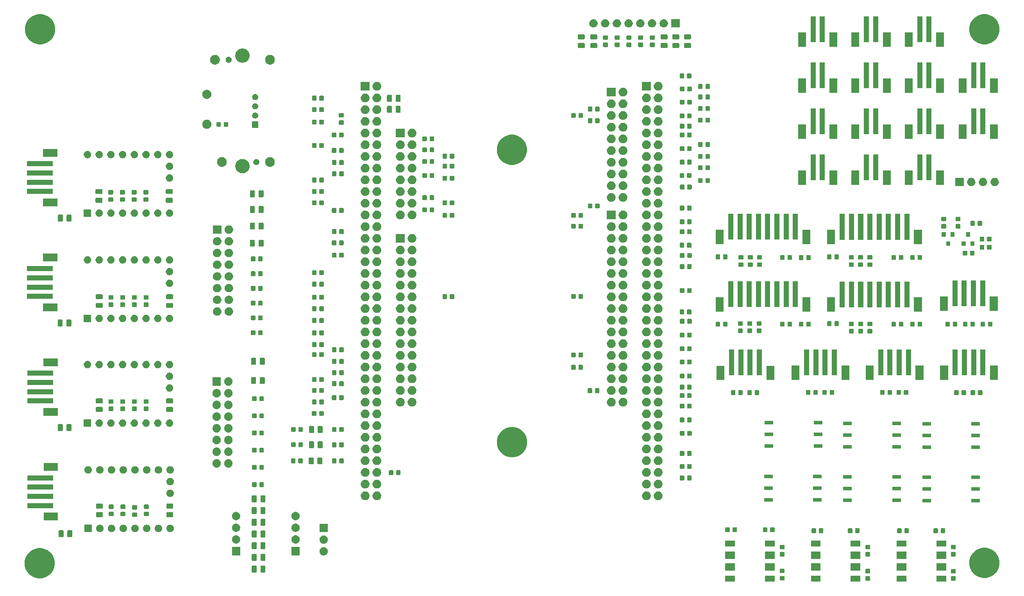
<source format=gbr>
G04 #@! TF.GenerationSoftware,KiCad,Pcbnew,(5.1.6)-1*
G04 #@! TF.CreationDate,2020-06-29T15:45:30-04:00*
G04 #@! TF.ProjectId,Pufferfish-Controller-1,50756666-6572-4666-9973-682d436f6e74,rev?*
G04 #@! TF.SameCoordinates,Original*
G04 #@! TF.FileFunction,Soldermask,Top*
G04 #@! TF.FilePolarity,Negative*
%FSLAX46Y46*%
G04 Gerber Fmt 4.6, Leading zero omitted, Abs format (unit mm)*
G04 Created by KiCad (PCBNEW (5.1.6)-1) date 2020-06-29 15:45:30*
%MOMM*%
%LPD*%
G01*
G04 APERTURE LIST*
%ADD10C,0.100000*%
G04 APERTURE END LIST*
D10*
G36*
X320507000Y-306820000D02*
G01*
X318405000Y-306820000D01*
X318405000Y-305548000D01*
X320507000Y-305548000D01*
X320507000Y-306820000D01*
G37*
G36*
X330494000Y-306820000D02*
G01*
X328392000Y-306820000D01*
X328392000Y-305548000D01*
X330494000Y-305548000D01*
X330494000Y-306820000D01*
G37*
G36*
X339094000Y-306820000D02*
G01*
X336992000Y-306820000D01*
X336992000Y-305548000D01*
X339094000Y-305548000D01*
X339094000Y-306820000D01*
G37*
G36*
X293347000Y-306820000D02*
G01*
X291245000Y-306820000D01*
X291245000Y-305548000D01*
X293347000Y-305548000D01*
X293347000Y-306820000D01*
G37*
G36*
X311907000Y-306820000D02*
G01*
X309805000Y-306820000D01*
X309805000Y-305548000D01*
X311907000Y-305548000D01*
X311907000Y-306820000D01*
G37*
G36*
X301947000Y-306820000D02*
G01*
X299845000Y-306820000D01*
X299845000Y-305548000D01*
X301947000Y-305548000D01*
X301947000Y-306820000D01*
G37*
G36*
X341057591Y-305662085D02*
G01*
X341091569Y-305672393D01*
X341122890Y-305689134D01*
X341150339Y-305711661D01*
X341172866Y-305739110D01*
X341189607Y-305770431D01*
X341199915Y-305804409D01*
X341204000Y-305845890D01*
X341204000Y-306447110D01*
X341199915Y-306488591D01*
X341189607Y-306522569D01*
X341172866Y-306553890D01*
X341150339Y-306581339D01*
X341122890Y-306603866D01*
X341091569Y-306620607D01*
X341057591Y-306630915D01*
X341016110Y-306635000D01*
X340339890Y-306635000D01*
X340298409Y-306630915D01*
X340264431Y-306620607D01*
X340233110Y-306603866D01*
X340205661Y-306581339D01*
X340183134Y-306553890D01*
X340166393Y-306522569D01*
X340156085Y-306488591D01*
X340152000Y-306447110D01*
X340152000Y-305845890D01*
X340156085Y-305804409D01*
X340166393Y-305770431D01*
X340183134Y-305739110D01*
X340205661Y-305711661D01*
X340233110Y-305689134D01*
X340264431Y-305672393D01*
X340298409Y-305662085D01*
X340339890Y-305658000D01*
X341016110Y-305658000D01*
X341057591Y-305662085D01*
G37*
G36*
X322502591Y-305636085D02*
G01*
X322536569Y-305646393D01*
X322567890Y-305663134D01*
X322595339Y-305685661D01*
X322617866Y-305713110D01*
X322634607Y-305744431D01*
X322644915Y-305778409D01*
X322649000Y-305819890D01*
X322649000Y-306421110D01*
X322644915Y-306462591D01*
X322634607Y-306496569D01*
X322617866Y-306527890D01*
X322595339Y-306555339D01*
X322567890Y-306577866D01*
X322536569Y-306594607D01*
X322502591Y-306604915D01*
X322461110Y-306609000D01*
X321784890Y-306609000D01*
X321743409Y-306604915D01*
X321709431Y-306594607D01*
X321678110Y-306577866D01*
X321650661Y-306555339D01*
X321628134Y-306527890D01*
X321611393Y-306496569D01*
X321601085Y-306462591D01*
X321597000Y-306421110D01*
X321597000Y-305819890D01*
X321601085Y-305778409D01*
X321611393Y-305744431D01*
X321628134Y-305713110D01*
X321650661Y-305685661D01*
X321678110Y-305663134D01*
X321709431Y-305646393D01*
X321743409Y-305636085D01*
X321784890Y-305632000D01*
X322461110Y-305632000D01*
X322502591Y-305636085D01*
G37*
G36*
X303973591Y-305598085D02*
G01*
X304007569Y-305608393D01*
X304038890Y-305625134D01*
X304066339Y-305647661D01*
X304088866Y-305675110D01*
X304105607Y-305706431D01*
X304115915Y-305740409D01*
X304120000Y-305781890D01*
X304120000Y-306383110D01*
X304115915Y-306424591D01*
X304105607Y-306458569D01*
X304088866Y-306489890D01*
X304066339Y-306517339D01*
X304038890Y-306539866D01*
X304007569Y-306556607D01*
X303973591Y-306566915D01*
X303932110Y-306571000D01*
X303255890Y-306571000D01*
X303214409Y-306566915D01*
X303180431Y-306556607D01*
X303149110Y-306539866D01*
X303121661Y-306517339D01*
X303099134Y-306489890D01*
X303082393Y-306458569D01*
X303072085Y-306424591D01*
X303068000Y-306383110D01*
X303068000Y-305781890D01*
X303072085Y-305740409D01*
X303082393Y-305706431D01*
X303099134Y-305675110D01*
X303121661Y-305647661D01*
X303149110Y-305625134D01*
X303180431Y-305608393D01*
X303214409Y-305598085D01*
X303255890Y-305594000D01*
X303932110Y-305594000D01*
X303973591Y-305598085D01*
G37*
G36*
X143639748Y-299681317D02*
G01*
X144236050Y-299928314D01*
X144236052Y-299928315D01*
X144309944Y-299977688D01*
X144772710Y-300286898D01*
X145229102Y-300743290D01*
X145354300Y-300930663D01*
X145554706Y-301230591D01*
X145587686Y-301279950D01*
X145834683Y-301876252D01*
X145960600Y-302509282D01*
X145960600Y-303154718D01*
X145834683Y-303787748D01*
X145587686Y-304384050D01*
X145232991Y-304914890D01*
X145229101Y-304920711D01*
X144772711Y-305377101D01*
X144236052Y-305735685D01*
X144236051Y-305735686D01*
X144236050Y-305735686D01*
X143639748Y-305982683D01*
X143006718Y-306108600D01*
X142361282Y-306108600D01*
X141728252Y-305982683D01*
X141131950Y-305735686D01*
X141131949Y-305735686D01*
X141131948Y-305735685D01*
X140595289Y-305377101D01*
X140138899Y-304920711D01*
X140135010Y-304914890D01*
X139780314Y-304384050D01*
X139533317Y-303787748D01*
X139407400Y-303154718D01*
X139407400Y-302509282D01*
X139533317Y-301876252D01*
X139780314Y-301279950D01*
X139813295Y-301230591D01*
X140013700Y-300930663D01*
X140138898Y-300743290D01*
X140595290Y-300286898D01*
X141058056Y-299977688D01*
X141131948Y-299928315D01*
X141131950Y-299928314D01*
X141728252Y-299681317D01*
X142361282Y-299555400D01*
X143006718Y-299555400D01*
X143639748Y-299681317D01*
G37*
G36*
X348363748Y-299617317D02*
G01*
X348960050Y-299864314D01*
X348960052Y-299864315D01*
X349129727Y-299977688D01*
X349496710Y-300222898D01*
X349953102Y-300679290D01*
X350081855Y-300871983D01*
X350221015Y-301080250D01*
X350311686Y-301215950D01*
X350558683Y-301812252D01*
X350684600Y-302445282D01*
X350684600Y-303090718D01*
X350558683Y-303723748D01*
X350358190Y-304207780D01*
X350311685Y-304320052D01*
X350135488Y-304583750D01*
X349953102Y-304856710D01*
X349496710Y-305313102D01*
X349400927Y-305377102D01*
X348960052Y-305671685D01*
X348960051Y-305671686D01*
X348960050Y-305671686D01*
X348363748Y-305918683D01*
X347730718Y-306044600D01*
X347085282Y-306044600D01*
X346452252Y-305918683D01*
X345855950Y-305671686D01*
X345855949Y-305671686D01*
X345855948Y-305671685D01*
X345415073Y-305377102D01*
X345319290Y-305313102D01*
X344862898Y-304856710D01*
X344680512Y-304583750D01*
X344504315Y-304320052D01*
X344457810Y-304207780D01*
X344257317Y-303723748D01*
X344131400Y-303090718D01*
X344131400Y-302445282D01*
X344257317Y-301812252D01*
X344504314Y-301215950D01*
X344594986Y-301080250D01*
X344734145Y-300871983D01*
X344862898Y-300679290D01*
X345319290Y-300222898D01*
X345686273Y-299977688D01*
X345855948Y-299864315D01*
X345855950Y-299864314D01*
X346452252Y-299617317D01*
X347085282Y-299491400D01*
X347730718Y-299491400D01*
X348363748Y-299617317D01*
G37*
G36*
X341057591Y-304087085D02*
G01*
X341091569Y-304097393D01*
X341122890Y-304114134D01*
X341150339Y-304136661D01*
X341172866Y-304164110D01*
X341189607Y-304195431D01*
X341199915Y-304229409D01*
X341204000Y-304270890D01*
X341204000Y-304872110D01*
X341199915Y-304913591D01*
X341189607Y-304947569D01*
X341172866Y-304978890D01*
X341150339Y-305006339D01*
X341122890Y-305028866D01*
X341091569Y-305045607D01*
X341057591Y-305055915D01*
X341016110Y-305060000D01*
X340339890Y-305060000D01*
X340298409Y-305055915D01*
X340264431Y-305045607D01*
X340233110Y-305028866D01*
X340205661Y-305006339D01*
X340183134Y-304978890D01*
X340166393Y-304947569D01*
X340156085Y-304913591D01*
X340152000Y-304872110D01*
X340152000Y-304270890D01*
X340156085Y-304229409D01*
X340166393Y-304195431D01*
X340183134Y-304164110D01*
X340205661Y-304136661D01*
X340233110Y-304114134D01*
X340264431Y-304097393D01*
X340298409Y-304087085D01*
X340339890Y-304083000D01*
X341016110Y-304083000D01*
X341057591Y-304087085D01*
G37*
G36*
X322502591Y-304061085D02*
G01*
X322536569Y-304071393D01*
X322567890Y-304088134D01*
X322595339Y-304110661D01*
X322617866Y-304138110D01*
X322634607Y-304169431D01*
X322644915Y-304203409D01*
X322649000Y-304244890D01*
X322649000Y-304846110D01*
X322644915Y-304887591D01*
X322634607Y-304921569D01*
X322617866Y-304952890D01*
X322595339Y-304980339D01*
X322567890Y-305002866D01*
X322536569Y-305019607D01*
X322502591Y-305029915D01*
X322461110Y-305034000D01*
X321784890Y-305034000D01*
X321743409Y-305029915D01*
X321709431Y-305019607D01*
X321678110Y-305002866D01*
X321650661Y-304980339D01*
X321628134Y-304952890D01*
X321611393Y-304921569D01*
X321601085Y-304887591D01*
X321597000Y-304846110D01*
X321597000Y-304244890D01*
X321601085Y-304203409D01*
X321611393Y-304169431D01*
X321628134Y-304138110D01*
X321650661Y-304110661D01*
X321678110Y-304088134D01*
X321709431Y-304071393D01*
X321743409Y-304061085D01*
X321784890Y-304057000D01*
X322461110Y-304057000D01*
X322502591Y-304061085D01*
G37*
G36*
X303973591Y-304023085D02*
G01*
X304007569Y-304033393D01*
X304038890Y-304050134D01*
X304066339Y-304072661D01*
X304088866Y-304100110D01*
X304105607Y-304131431D01*
X304115915Y-304165409D01*
X304120000Y-304206890D01*
X304120000Y-304808110D01*
X304115915Y-304849591D01*
X304105607Y-304883569D01*
X304088866Y-304914890D01*
X304066339Y-304942339D01*
X304038890Y-304964866D01*
X304007569Y-304981607D01*
X303973591Y-304991915D01*
X303932110Y-304996000D01*
X303255890Y-304996000D01*
X303214409Y-304991915D01*
X303180431Y-304981607D01*
X303149110Y-304964866D01*
X303121661Y-304942339D01*
X303099134Y-304914890D01*
X303082393Y-304883569D01*
X303072085Y-304849591D01*
X303068000Y-304808110D01*
X303068000Y-304206890D01*
X303072085Y-304165409D01*
X303082393Y-304131431D01*
X303099134Y-304100110D01*
X303121661Y-304072661D01*
X303149110Y-304050134D01*
X303180431Y-304033393D01*
X303214409Y-304023085D01*
X303255890Y-304019000D01*
X303932110Y-304019000D01*
X303973591Y-304023085D01*
G37*
G36*
X189540468Y-303355565D02*
G01*
X189579138Y-303367296D01*
X189614777Y-303386346D01*
X189646017Y-303411983D01*
X189671654Y-303443223D01*
X189690704Y-303478862D01*
X189702435Y-303517532D01*
X189707000Y-303563888D01*
X189707000Y-304640112D01*
X189702435Y-304686468D01*
X189690704Y-304725138D01*
X189671654Y-304760777D01*
X189646017Y-304792017D01*
X189614777Y-304817654D01*
X189579138Y-304836704D01*
X189540468Y-304848435D01*
X189494112Y-304853000D01*
X188842888Y-304853000D01*
X188796532Y-304848435D01*
X188757862Y-304836704D01*
X188722223Y-304817654D01*
X188690983Y-304792017D01*
X188665346Y-304760777D01*
X188646296Y-304725138D01*
X188634565Y-304686468D01*
X188630000Y-304640112D01*
X188630000Y-303563888D01*
X188634565Y-303517532D01*
X188646296Y-303478862D01*
X188665346Y-303443223D01*
X188690983Y-303411983D01*
X188722223Y-303386346D01*
X188757862Y-303367296D01*
X188796532Y-303355565D01*
X188842888Y-303351000D01*
X189494112Y-303351000D01*
X189540468Y-303355565D01*
G37*
G36*
X191415468Y-303355565D02*
G01*
X191454138Y-303367296D01*
X191489777Y-303386346D01*
X191521017Y-303411983D01*
X191546654Y-303443223D01*
X191565704Y-303478862D01*
X191577435Y-303517532D01*
X191582000Y-303563888D01*
X191582000Y-304640112D01*
X191577435Y-304686468D01*
X191565704Y-304725138D01*
X191546654Y-304760777D01*
X191521017Y-304792017D01*
X191489777Y-304817654D01*
X191454138Y-304836704D01*
X191415468Y-304848435D01*
X191369112Y-304853000D01*
X190717888Y-304853000D01*
X190671532Y-304848435D01*
X190632862Y-304836704D01*
X190597223Y-304817654D01*
X190565983Y-304792017D01*
X190540346Y-304760777D01*
X190521296Y-304725138D01*
X190509565Y-304686468D01*
X190505000Y-304640112D01*
X190505000Y-303563888D01*
X190509565Y-303517532D01*
X190521296Y-303478862D01*
X190540346Y-303443223D01*
X190565983Y-303411983D01*
X190597223Y-303386346D01*
X190632862Y-303367296D01*
X190671532Y-303355565D01*
X190717888Y-303351000D01*
X191369112Y-303351000D01*
X191415468Y-303355565D01*
G37*
G36*
X339094000Y-304455000D02*
G01*
X336992000Y-304455000D01*
X336992000Y-302833000D01*
X339094000Y-302833000D01*
X339094000Y-304455000D01*
G37*
G36*
X330494000Y-304455000D02*
G01*
X328392000Y-304455000D01*
X328392000Y-302833000D01*
X330494000Y-302833000D01*
X330494000Y-304455000D01*
G37*
G36*
X320507000Y-304455000D02*
G01*
X318405000Y-304455000D01*
X318405000Y-302833000D01*
X320507000Y-302833000D01*
X320507000Y-304455000D01*
G37*
G36*
X293347000Y-304455000D02*
G01*
X291245000Y-304455000D01*
X291245000Y-302833000D01*
X293347000Y-302833000D01*
X293347000Y-304455000D01*
G37*
G36*
X311907000Y-304455000D02*
G01*
X309805000Y-304455000D01*
X309805000Y-302833000D01*
X311907000Y-302833000D01*
X311907000Y-304455000D01*
G37*
G36*
X301947000Y-304455000D02*
G01*
X299845000Y-304455000D01*
X299845000Y-302833000D01*
X301947000Y-302833000D01*
X301947000Y-304455000D01*
G37*
G36*
X191415468Y-300815565D02*
G01*
X191454138Y-300827296D01*
X191489777Y-300846346D01*
X191521017Y-300871983D01*
X191546654Y-300903223D01*
X191565704Y-300938862D01*
X191577435Y-300977532D01*
X191582000Y-301023888D01*
X191582000Y-302100112D01*
X191577435Y-302146468D01*
X191565704Y-302185138D01*
X191546654Y-302220777D01*
X191521017Y-302252017D01*
X191489777Y-302277654D01*
X191454138Y-302296704D01*
X191415468Y-302308435D01*
X191369112Y-302313000D01*
X190717888Y-302313000D01*
X190671532Y-302308435D01*
X190632862Y-302296704D01*
X190597223Y-302277654D01*
X190565983Y-302252017D01*
X190540346Y-302220777D01*
X190521296Y-302185138D01*
X190509565Y-302146468D01*
X190505000Y-302100112D01*
X190505000Y-301023888D01*
X190509565Y-300977532D01*
X190521296Y-300938862D01*
X190540346Y-300903223D01*
X190565983Y-300871983D01*
X190597223Y-300846346D01*
X190632862Y-300827296D01*
X190671532Y-300815565D01*
X190717888Y-300811000D01*
X191369112Y-300811000D01*
X191415468Y-300815565D01*
G37*
G36*
X189540468Y-300815565D02*
G01*
X189579138Y-300827296D01*
X189614777Y-300846346D01*
X189646017Y-300871983D01*
X189671654Y-300903223D01*
X189690704Y-300938862D01*
X189702435Y-300977532D01*
X189707000Y-301023888D01*
X189707000Y-302100112D01*
X189702435Y-302146468D01*
X189690704Y-302185138D01*
X189671654Y-302220777D01*
X189646017Y-302252017D01*
X189614777Y-302277654D01*
X189579138Y-302296704D01*
X189540468Y-302308435D01*
X189494112Y-302313000D01*
X188842888Y-302313000D01*
X188796532Y-302308435D01*
X188757862Y-302296704D01*
X188722223Y-302277654D01*
X188690983Y-302252017D01*
X188665346Y-302220777D01*
X188646296Y-302185138D01*
X188634565Y-302146468D01*
X188630000Y-302100112D01*
X188630000Y-301023888D01*
X188634565Y-300977532D01*
X188646296Y-300938862D01*
X188665346Y-300903223D01*
X188690983Y-300871983D01*
X188722223Y-300846346D01*
X188757862Y-300827296D01*
X188796532Y-300815565D01*
X188842888Y-300811000D01*
X189494112Y-300811000D01*
X189540468Y-300815565D01*
G37*
G36*
X330494000Y-301915000D02*
G01*
X328392000Y-301915000D01*
X328392000Y-300293000D01*
X330494000Y-300293000D01*
X330494000Y-301915000D01*
G37*
G36*
X339094000Y-301915000D02*
G01*
X336992000Y-301915000D01*
X336992000Y-300293000D01*
X339094000Y-300293000D01*
X339094000Y-301915000D01*
G37*
G36*
X320507000Y-301915000D02*
G01*
X318405000Y-301915000D01*
X318405000Y-300293000D01*
X320507000Y-300293000D01*
X320507000Y-301915000D01*
G37*
G36*
X301947000Y-301915000D02*
G01*
X299845000Y-301915000D01*
X299845000Y-300293000D01*
X301947000Y-300293000D01*
X301947000Y-301915000D01*
G37*
G36*
X293347000Y-301915000D02*
G01*
X291245000Y-301915000D01*
X291245000Y-300293000D01*
X293347000Y-300293000D01*
X293347000Y-301915000D01*
G37*
G36*
X311907000Y-301915000D02*
G01*
X309805000Y-301915000D01*
X309805000Y-300293000D01*
X311907000Y-300293000D01*
X311907000Y-301915000D01*
G37*
G36*
X341057591Y-300404085D02*
G01*
X341091569Y-300414393D01*
X341122890Y-300431134D01*
X341150339Y-300453661D01*
X341172866Y-300481110D01*
X341189607Y-300512431D01*
X341199915Y-300546409D01*
X341204000Y-300587890D01*
X341204000Y-301189110D01*
X341199915Y-301230591D01*
X341189607Y-301264569D01*
X341172866Y-301295890D01*
X341150339Y-301323339D01*
X341122890Y-301345866D01*
X341091569Y-301362607D01*
X341057591Y-301372915D01*
X341016110Y-301377000D01*
X340339890Y-301377000D01*
X340298409Y-301372915D01*
X340264431Y-301362607D01*
X340233110Y-301345866D01*
X340205661Y-301323339D01*
X340183134Y-301295890D01*
X340166393Y-301264569D01*
X340156085Y-301230591D01*
X340152000Y-301189110D01*
X340152000Y-300587890D01*
X340156085Y-300546409D01*
X340166393Y-300512431D01*
X340183134Y-300481110D01*
X340205661Y-300453661D01*
X340233110Y-300431134D01*
X340264431Y-300414393D01*
X340298409Y-300404085D01*
X340339890Y-300400000D01*
X341016110Y-300400000D01*
X341057591Y-300404085D01*
G37*
G36*
X322515591Y-300404085D02*
G01*
X322549569Y-300414393D01*
X322580890Y-300431134D01*
X322608339Y-300453661D01*
X322630866Y-300481110D01*
X322647607Y-300512431D01*
X322657915Y-300546409D01*
X322662000Y-300587890D01*
X322662000Y-301189110D01*
X322657915Y-301230591D01*
X322647607Y-301264569D01*
X322630866Y-301295890D01*
X322608339Y-301323339D01*
X322580890Y-301345866D01*
X322549569Y-301362607D01*
X322515591Y-301372915D01*
X322474110Y-301377000D01*
X321797890Y-301377000D01*
X321756409Y-301372915D01*
X321722431Y-301362607D01*
X321691110Y-301345866D01*
X321663661Y-301323339D01*
X321641134Y-301295890D01*
X321624393Y-301264569D01*
X321614085Y-301230591D01*
X321610000Y-301189110D01*
X321610000Y-300587890D01*
X321614085Y-300546409D01*
X321624393Y-300512431D01*
X321641134Y-300481110D01*
X321663661Y-300453661D01*
X321691110Y-300431134D01*
X321722431Y-300414393D01*
X321756409Y-300404085D01*
X321797890Y-300400000D01*
X322474110Y-300400000D01*
X322515591Y-300404085D01*
G37*
G36*
X303973591Y-300404085D02*
G01*
X304007569Y-300414393D01*
X304038890Y-300431134D01*
X304066339Y-300453661D01*
X304088866Y-300481110D01*
X304105607Y-300512431D01*
X304115915Y-300546409D01*
X304120000Y-300587890D01*
X304120000Y-301189110D01*
X304115915Y-301230591D01*
X304105607Y-301264569D01*
X304088866Y-301295890D01*
X304066339Y-301323339D01*
X304038890Y-301345866D01*
X304007569Y-301362607D01*
X303973591Y-301372915D01*
X303932110Y-301377000D01*
X303255890Y-301377000D01*
X303214409Y-301372915D01*
X303180431Y-301362607D01*
X303149110Y-301345866D01*
X303121661Y-301323339D01*
X303099134Y-301295890D01*
X303082393Y-301264569D01*
X303072085Y-301230591D01*
X303068000Y-301189110D01*
X303068000Y-300587890D01*
X303072085Y-300546409D01*
X303082393Y-300512431D01*
X303099134Y-300481110D01*
X303121661Y-300453661D01*
X303149110Y-300431134D01*
X303180431Y-300414393D01*
X303214409Y-300404085D01*
X303255890Y-300400000D01*
X303932110Y-300400000D01*
X303973591Y-300404085D01*
G37*
G36*
X204317012Y-299344427D02*
G01*
X204466312Y-299374124D01*
X204630284Y-299442044D01*
X204777854Y-299540647D01*
X204903353Y-299666146D01*
X205001956Y-299813716D01*
X205069876Y-299977688D01*
X205104500Y-300151759D01*
X205104500Y-300329241D01*
X205069876Y-300503312D01*
X205001956Y-300667284D01*
X204903353Y-300814854D01*
X204777854Y-300940353D01*
X204630284Y-301038956D01*
X204466312Y-301106876D01*
X204336231Y-301132750D01*
X204292242Y-301141500D01*
X204114758Y-301141500D01*
X204070769Y-301132750D01*
X203940688Y-301106876D01*
X203776716Y-301038956D01*
X203629146Y-300940353D01*
X203503647Y-300814854D01*
X203405044Y-300667284D01*
X203337124Y-300503312D01*
X203302500Y-300329241D01*
X203302500Y-300151759D01*
X203337124Y-299977688D01*
X203405044Y-299813716D01*
X203503647Y-299666146D01*
X203629146Y-299540647D01*
X203776716Y-299442044D01*
X203940688Y-299374124D01*
X204089988Y-299344427D01*
X204114758Y-299339500D01*
X204292242Y-299339500D01*
X204317012Y-299344427D01*
G37*
G36*
X199020500Y-301116500D02*
G01*
X197218500Y-301116500D01*
X197218500Y-299314500D01*
X199020500Y-299314500D01*
X199020500Y-301116500D01*
G37*
G36*
X186130500Y-301116500D02*
G01*
X184328500Y-301116500D01*
X184328500Y-299314500D01*
X186130500Y-299314500D01*
X186130500Y-301116500D01*
G37*
G36*
X322515591Y-298829085D02*
G01*
X322549569Y-298839393D01*
X322580890Y-298856134D01*
X322608339Y-298878661D01*
X322630866Y-298906110D01*
X322647607Y-298937431D01*
X322657915Y-298971409D01*
X322662000Y-299012890D01*
X322662000Y-299614110D01*
X322657915Y-299655591D01*
X322647607Y-299689569D01*
X322630866Y-299720890D01*
X322608339Y-299748339D01*
X322580890Y-299770866D01*
X322549569Y-299787607D01*
X322515591Y-299797915D01*
X322474110Y-299802000D01*
X321797890Y-299802000D01*
X321756409Y-299797915D01*
X321722431Y-299787607D01*
X321691110Y-299770866D01*
X321663661Y-299748339D01*
X321641134Y-299720890D01*
X321624393Y-299689569D01*
X321614085Y-299655591D01*
X321610000Y-299614110D01*
X321610000Y-299012890D01*
X321614085Y-298971409D01*
X321624393Y-298937431D01*
X321641134Y-298906110D01*
X321663661Y-298878661D01*
X321691110Y-298856134D01*
X321722431Y-298839393D01*
X321756409Y-298829085D01*
X321797890Y-298825000D01*
X322474110Y-298825000D01*
X322515591Y-298829085D01*
G37*
G36*
X341057591Y-298829085D02*
G01*
X341091569Y-298839393D01*
X341122890Y-298856134D01*
X341150339Y-298878661D01*
X341172866Y-298906110D01*
X341189607Y-298937431D01*
X341199915Y-298971409D01*
X341204000Y-299012890D01*
X341204000Y-299614110D01*
X341199915Y-299655591D01*
X341189607Y-299689569D01*
X341172866Y-299720890D01*
X341150339Y-299748339D01*
X341122890Y-299770866D01*
X341091569Y-299787607D01*
X341057591Y-299797915D01*
X341016110Y-299802000D01*
X340339890Y-299802000D01*
X340298409Y-299797915D01*
X340264431Y-299787607D01*
X340233110Y-299770866D01*
X340205661Y-299748339D01*
X340183134Y-299720890D01*
X340166393Y-299689569D01*
X340156085Y-299655591D01*
X340152000Y-299614110D01*
X340152000Y-299012890D01*
X340156085Y-298971409D01*
X340166393Y-298937431D01*
X340183134Y-298906110D01*
X340205661Y-298878661D01*
X340233110Y-298856134D01*
X340264431Y-298839393D01*
X340298409Y-298829085D01*
X340339890Y-298825000D01*
X341016110Y-298825000D01*
X341057591Y-298829085D01*
G37*
G36*
X303973591Y-298829085D02*
G01*
X304007569Y-298839393D01*
X304038890Y-298856134D01*
X304066339Y-298878661D01*
X304088866Y-298906110D01*
X304105607Y-298937431D01*
X304115915Y-298971409D01*
X304120000Y-299012890D01*
X304120000Y-299614110D01*
X304115915Y-299655591D01*
X304105607Y-299689569D01*
X304088866Y-299720890D01*
X304066339Y-299748339D01*
X304038890Y-299770866D01*
X304007569Y-299787607D01*
X303973591Y-299797915D01*
X303932110Y-299802000D01*
X303255890Y-299802000D01*
X303214409Y-299797915D01*
X303180431Y-299787607D01*
X303149110Y-299770866D01*
X303121661Y-299748339D01*
X303099134Y-299720890D01*
X303082393Y-299689569D01*
X303072085Y-299655591D01*
X303068000Y-299614110D01*
X303068000Y-299012890D01*
X303072085Y-298971409D01*
X303082393Y-298937431D01*
X303099134Y-298906110D01*
X303121661Y-298878661D01*
X303149110Y-298856134D01*
X303180431Y-298839393D01*
X303214409Y-298829085D01*
X303255890Y-298825000D01*
X303932110Y-298825000D01*
X303973591Y-298829085D01*
G37*
G36*
X191415468Y-298275565D02*
G01*
X191454138Y-298287296D01*
X191489777Y-298306346D01*
X191521017Y-298331983D01*
X191546654Y-298363223D01*
X191565704Y-298398862D01*
X191577435Y-298437532D01*
X191582000Y-298483888D01*
X191582000Y-299560112D01*
X191577435Y-299606468D01*
X191565704Y-299645138D01*
X191546654Y-299680777D01*
X191521017Y-299712017D01*
X191489777Y-299737654D01*
X191454138Y-299756704D01*
X191415468Y-299768435D01*
X191369112Y-299773000D01*
X190717888Y-299773000D01*
X190671532Y-299768435D01*
X190632862Y-299756704D01*
X190597223Y-299737654D01*
X190565983Y-299712017D01*
X190540346Y-299680777D01*
X190521296Y-299645138D01*
X190509565Y-299606468D01*
X190505000Y-299560112D01*
X190505000Y-298483888D01*
X190509565Y-298437532D01*
X190521296Y-298398862D01*
X190540346Y-298363223D01*
X190565983Y-298331983D01*
X190597223Y-298306346D01*
X190632862Y-298287296D01*
X190671532Y-298275565D01*
X190717888Y-298271000D01*
X191369112Y-298271000D01*
X191415468Y-298275565D01*
G37*
G36*
X189540468Y-298275565D02*
G01*
X189579138Y-298287296D01*
X189614777Y-298306346D01*
X189646017Y-298331983D01*
X189671654Y-298363223D01*
X189690704Y-298398862D01*
X189702435Y-298437532D01*
X189707000Y-298483888D01*
X189707000Y-299560112D01*
X189702435Y-299606468D01*
X189690704Y-299645138D01*
X189671654Y-299680777D01*
X189646017Y-299712017D01*
X189614777Y-299737654D01*
X189579138Y-299756704D01*
X189540468Y-299768435D01*
X189494112Y-299773000D01*
X188842888Y-299773000D01*
X188796532Y-299768435D01*
X188757862Y-299756704D01*
X188722223Y-299737654D01*
X188690983Y-299712017D01*
X188665346Y-299680777D01*
X188646296Y-299645138D01*
X188634565Y-299606468D01*
X188630000Y-299560112D01*
X188630000Y-298483888D01*
X188634565Y-298437532D01*
X188646296Y-298398862D01*
X188665346Y-298363223D01*
X188690983Y-298331983D01*
X188722223Y-298306346D01*
X188757862Y-298287296D01*
X188796532Y-298275565D01*
X188842888Y-298271000D01*
X189494112Y-298271000D01*
X189540468Y-298275565D01*
G37*
G36*
X293347000Y-299200000D02*
G01*
X291245000Y-299200000D01*
X291245000Y-297928000D01*
X293347000Y-297928000D01*
X293347000Y-299200000D01*
G37*
G36*
X330494000Y-299200000D02*
G01*
X328392000Y-299200000D01*
X328392000Y-297928000D01*
X330494000Y-297928000D01*
X330494000Y-299200000D01*
G37*
G36*
X301947000Y-299200000D02*
G01*
X299845000Y-299200000D01*
X299845000Y-297928000D01*
X301947000Y-297928000D01*
X301947000Y-299200000D01*
G37*
G36*
X311907000Y-299200000D02*
G01*
X309805000Y-299200000D01*
X309805000Y-297928000D01*
X311907000Y-297928000D01*
X311907000Y-299200000D01*
G37*
G36*
X320507000Y-299200000D02*
G01*
X318405000Y-299200000D01*
X318405000Y-297928000D01*
X320507000Y-297928000D01*
X320507000Y-299200000D01*
G37*
G36*
X339094000Y-299200000D02*
G01*
X336992000Y-299200000D01*
X336992000Y-297928000D01*
X339094000Y-297928000D01*
X339094000Y-299200000D01*
G37*
G36*
X204317012Y-296804427D02*
G01*
X204466312Y-296834124D01*
X204630284Y-296902044D01*
X204777854Y-297000647D01*
X204903353Y-297126146D01*
X205001956Y-297273716D01*
X205069876Y-297437688D01*
X205104500Y-297611759D01*
X205104500Y-297789241D01*
X205069876Y-297963312D01*
X205001956Y-298127284D01*
X204903353Y-298274854D01*
X204777854Y-298400353D01*
X204630284Y-298498956D01*
X204466312Y-298566876D01*
X204317012Y-298596573D01*
X204292242Y-298601500D01*
X204114758Y-298601500D01*
X204089988Y-298596573D01*
X203940688Y-298566876D01*
X203776716Y-298498956D01*
X203629146Y-298400353D01*
X203503647Y-298274854D01*
X203405044Y-298127284D01*
X203337124Y-297963312D01*
X203302500Y-297789241D01*
X203302500Y-297611759D01*
X203337124Y-297437688D01*
X203405044Y-297273716D01*
X203503647Y-297126146D01*
X203629146Y-297000647D01*
X203776716Y-296902044D01*
X203940688Y-296834124D01*
X204089988Y-296804427D01*
X204114758Y-296799500D01*
X204292242Y-296799500D01*
X204317012Y-296804427D01*
G37*
G36*
X198233012Y-296779427D02*
G01*
X198382312Y-296809124D01*
X198546284Y-296877044D01*
X198693854Y-296975647D01*
X198819353Y-297101146D01*
X198917956Y-297248716D01*
X198985876Y-297412688D01*
X199020500Y-297586759D01*
X199020500Y-297764241D01*
X198985876Y-297938312D01*
X198917956Y-298102284D01*
X198819353Y-298249854D01*
X198693854Y-298375353D01*
X198546284Y-298473956D01*
X198382312Y-298541876D01*
X198233012Y-298571573D01*
X198208242Y-298576500D01*
X198030758Y-298576500D01*
X198005988Y-298571573D01*
X197856688Y-298541876D01*
X197692716Y-298473956D01*
X197545146Y-298375353D01*
X197419647Y-298249854D01*
X197321044Y-298102284D01*
X197253124Y-297938312D01*
X197218500Y-297764241D01*
X197218500Y-297586759D01*
X197253124Y-297412688D01*
X197321044Y-297248716D01*
X197419647Y-297101146D01*
X197545146Y-296975647D01*
X197692716Y-296877044D01*
X197856688Y-296809124D01*
X198005988Y-296779427D01*
X198030758Y-296774500D01*
X198208242Y-296774500D01*
X198233012Y-296779427D01*
G37*
G36*
X185343012Y-296779427D02*
G01*
X185492312Y-296809124D01*
X185656284Y-296877044D01*
X185803854Y-296975647D01*
X185929353Y-297101146D01*
X186027956Y-297248716D01*
X186095876Y-297412688D01*
X186130500Y-297586759D01*
X186130500Y-297764241D01*
X186095876Y-297938312D01*
X186027956Y-298102284D01*
X185929353Y-298249854D01*
X185803854Y-298375353D01*
X185656284Y-298473956D01*
X185492312Y-298541876D01*
X185343012Y-298571573D01*
X185318242Y-298576500D01*
X185140758Y-298576500D01*
X185115988Y-298571573D01*
X184966688Y-298541876D01*
X184802716Y-298473956D01*
X184655146Y-298375353D01*
X184529647Y-298249854D01*
X184431044Y-298102284D01*
X184363124Y-297938312D01*
X184328500Y-297764241D01*
X184328500Y-297586759D01*
X184363124Y-297412688D01*
X184431044Y-297248716D01*
X184529647Y-297101146D01*
X184655146Y-296975647D01*
X184802716Y-296877044D01*
X184966688Y-296809124D01*
X185115988Y-296779427D01*
X185140758Y-296774500D01*
X185318242Y-296774500D01*
X185343012Y-296779427D01*
G37*
G36*
X191415468Y-295735565D02*
G01*
X191454138Y-295747296D01*
X191489777Y-295766346D01*
X191521017Y-295791983D01*
X191546654Y-295823223D01*
X191565704Y-295858862D01*
X191577435Y-295897532D01*
X191582000Y-295943888D01*
X191582000Y-297020112D01*
X191577435Y-297066468D01*
X191565704Y-297105138D01*
X191546654Y-297140777D01*
X191521017Y-297172017D01*
X191489777Y-297197654D01*
X191454138Y-297216704D01*
X191415468Y-297228435D01*
X191369112Y-297233000D01*
X190717888Y-297233000D01*
X190671532Y-297228435D01*
X190632862Y-297216704D01*
X190597223Y-297197654D01*
X190565983Y-297172017D01*
X190540346Y-297140777D01*
X190521296Y-297105138D01*
X190509565Y-297066468D01*
X190505000Y-297020112D01*
X190505000Y-295943888D01*
X190509565Y-295897532D01*
X190521296Y-295858862D01*
X190540346Y-295823223D01*
X190565983Y-295791983D01*
X190597223Y-295766346D01*
X190632862Y-295747296D01*
X190671532Y-295735565D01*
X190717888Y-295731000D01*
X191369112Y-295731000D01*
X191415468Y-295735565D01*
G37*
G36*
X189540468Y-295735565D02*
G01*
X189579138Y-295747296D01*
X189614777Y-295766346D01*
X189646017Y-295791983D01*
X189671654Y-295823223D01*
X189690704Y-295858862D01*
X189702435Y-295897532D01*
X189707000Y-295943888D01*
X189707000Y-297020112D01*
X189702435Y-297066468D01*
X189690704Y-297105138D01*
X189671654Y-297140777D01*
X189646017Y-297172017D01*
X189614777Y-297197654D01*
X189579138Y-297216704D01*
X189540468Y-297228435D01*
X189494112Y-297233000D01*
X188842888Y-297233000D01*
X188796532Y-297228435D01*
X188757862Y-297216704D01*
X188722223Y-297197654D01*
X188690983Y-297172017D01*
X188665346Y-297140777D01*
X188646296Y-297105138D01*
X188634565Y-297066468D01*
X188630000Y-297020112D01*
X188630000Y-295943888D01*
X188634565Y-295897532D01*
X188646296Y-295858862D01*
X188665346Y-295823223D01*
X188690983Y-295791983D01*
X188722223Y-295766346D01*
X188757862Y-295747296D01*
X188796532Y-295735565D01*
X188842888Y-295731000D01*
X189494112Y-295731000D01*
X189540468Y-295735565D01*
G37*
G36*
X149569468Y-295658565D02*
G01*
X149608138Y-295670296D01*
X149643777Y-295689346D01*
X149675017Y-295714983D01*
X149700654Y-295746223D01*
X149719704Y-295781862D01*
X149731435Y-295820532D01*
X149736000Y-295866888D01*
X149736000Y-296943112D01*
X149731435Y-296989468D01*
X149719704Y-297028138D01*
X149700654Y-297063777D01*
X149675017Y-297095017D01*
X149643777Y-297120654D01*
X149608138Y-297139704D01*
X149569468Y-297151435D01*
X149523112Y-297156000D01*
X148871888Y-297156000D01*
X148825532Y-297151435D01*
X148786862Y-297139704D01*
X148751223Y-297120654D01*
X148719983Y-297095017D01*
X148694346Y-297063777D01*
X148675296Y-297028138D01*
X148663565Y-296989468D01*
X148659000Y-296943112D01*
X148659000Y-295866888D01*
X148663565Y-295820532D01*
X148675296Y-295781862D01*
X148694346Y-295746223D01*
X148719983Y-295714983D01*
X148751223Y-295689346D01*
X148786862Y-295670296D01*
X148825532Y-295658565D01*
X148871888Y-295654000D01*
X149523112Y-295654000D01*
X149569468Y-295658565D01*
G37*
G36*
X147694468Y-295658565D02*
G01*
X147733138Y-295670296D01*
X147768777Y-295689346D01*
X147800017Y-295714983D01*
X147825654Y-295746223D01*
X147844704Y-295781862D01*
X147856435Y-295820532D01*
X147861000Y-295866888D01*
X147861000Y-296943112D01*
X147856435Y-296989468D01*
X147844704Y-297028138D01*
X147825654Y-297063777D01*
X147800017Y-297095017D01*
X147768777Y-297120654D01*
X147733138Y-297139704D01*
X147694468Y-297151435D01*
X147648112Y-297156000D01*
X146996888Y-297156000D01*
X146950532Y-297151435D01*
X146911862Y-297139704D01*
X146876223Y-297120654D01*
X146844983Y-297095017D01*
X146819346Y-297063777D01*
X146800296Y-297028138D01*
X146788565Y-296989468D01*
X146784000Y-296943112D01*
X146784000Y-295866888D01*
X146788565Y-295820532D01*
X146800296Y-295781862D01*
X146819346Y-295746223D01*
X146844983Y-295714983D01*
X146876223Y-295689346D01*
X146911862Y-295670296D01*
X146950532Y-295658565D01*
X146996888Y-295654000D01*
X147648112Y-295654000D01*
X147694468Y-295658565D01*
G37*
G36*
X312343591Y-295261085D02*
G01*
X312377569Y-295271393D01*
X312408890Y-295288134D01*
X312436339Y-295310661D01*
X312458866Y-295338110D01*
X312475607Y-295369431D01*
X312485915Y-295403409D01*
X312490000Y-295444890D01*
X312490000Y-296121110D01*
X312485915Y-296162591D01*
X312475607Y-296196569D01*
X312458866Y-296227890D01*
X312436339Y-296255339D01*
X312408890Y-296277866D01*
X312377569Y-296294607D01*
X312343591Y-296304915D01*
X312302110Y-296309000D01*
X311700890Y-296309000D01*
X311659409Y-296304915D01*
X311625431Y-296294607D01*
X311594110Y-296277866D01*
X311566661Y-296255339D01*
X311544134Y-296227890D01*
X311527393Y-296196569D01*
X311517085Y-296162591D01*
X311513000Y-296121110D01*
X311513000Y-295444890D01*
X311517085Y-295403409D01*
X311527393Y-295369431D01*
X311544134Y-295338110D01*
X311566661Y-295310661D01*
X311594110Y-295288134D01*
X311625431Y-295271393D01*
X311659409Y-295261085D01*
X311700890Y-295257000D01*
X312302110Y-295257000D01*
X312343591Y-295261085D01*
G37*
G36*
X338759591Y-295261085D02*
G01*
X338793569Y-295271393D01*
X338824890Y-295288134D01*
X338852339Y-295310661D01*
X338874866Y-295338110D01*
X338891607Y-295369431D01*
X338901915Y-295403409D01*
X338906000Y-295444890D01*
X338906000Y-296121110D01*
X338901915Y-296162591D01*
X338891607Y-296196569D01*
X338874866Y-296227890D01*
X338852339Y-296255339D01*
X338824890Y-296277866D01*
X338793569Y-296294607D01*
X338759591Y-296304915D01*
X338718110Y-296309000D01*
X338116890Y-296309000D01*
X338075409Y-296304915D01*
X338041431Y-296294607D01*
X338010110Y-296277866D01*
X337982661Y-296255339D01*
X337960134Y-296227890D01*
X337943393Y-296196569D01*
X337933085Y-296162591D01*
X337929000Y-296121110D01*
X337929000Y-295444890D01*
X337933085Y-295403409D01*
X337943393Y-295369431D01*
X337960134Y-295338110D01*
X337982661Y-295310661D01*
X338010110Y-295288134D01*
X338041431Y-295271393D01*
X338075409Y-295261085D01*
X338116890Y-295257000D01*
X338718110Y-295257000D01*
X338759591Y-295261085D01*
G37*
G36*
X337184591Y-295261085D02*
G01*
X337218569Y-295271393D01*
X337249890Y-295288134D01*
X337277339Y-295310661D01*
X337299866Y-295338110D01*
X337316607Y-295369431D01*
X337326915Y-295403409D01*
X337331000Y-295444890D01*
X337331000Y-296121110D01*
X337326915Y-296162591D01*
X337316607Y-296196569D01*
X337299866Y-296227890D01*
X337277339Y-296255339D01*
X337249890Y-296277866D01*
X337218569Y-296294607D01*
X337184591Y-296304915D01*
X337143110Y-296309000D01*
X336541890Y-296309000D01*
X336500409Y-296304915D01*
X336466431Y-296294607D01*
X336435110Y-296277866D01*
X336407661Y-296255339D01*
X336385134Y-296227890D01*
X336368393Y-296196569D01*
X336358085Y-296162591D01*
X336354000Y-296121110D01*
X336354000Y-295444890D01*
X336358085Y-295403409D01*
X336368393Y-295369431D01*
X336385134Y-295338110D01*
X336407661Y-295310661D01*
X336435110Y-295288134D01*
X336466431Y-295271393D01*
X336500409Y-295261085D01*
X336541890Y-295257000D01*
X337143110Y-295257000D01*
X337184591Y-295261085D01*
G37*
G36*
X330885591Y-295261085D02*
G01*
X330919569Y-295271393D01*
X330950890Y-295288134D01*
X330978339Y-295310661D01*
X331000866Y-295338110D01*
X331017607Y-295369431D01*
X331027915Y-295403409D01*
X331032000Y-295444890D01*
X331032000Y-296121110D01*
X331027915Y-296162591D01*
X331017607Y-296196569D01*
X331000866Y-296227890D01*
X330978339Y-296255339D01*
X330950890Y-296277866D01*
X330919569Y-296294607D01*
X330885591Y-296304915D01*
X330844110Y-296309000D01*
X330242890Y-296309000D01*
X330201409Y-296304915D01*
X330167431Y-296294607D01*
X330136110Y-296277866D01*
X330108661Y-296255339D01*
X330086134Y-296227890D01*
X330069393Y-296196569D01*
X330059085Y-296162591D01*
X330055000Y-296121110D01*
X330055000Y-295444890D01*
X330059085Y-295403409D01*
X330069393Y-295369431D01*
X330086134Y-295338110D01*
X330108661Y-295310661D01*
X330136110Y-295288134D01*
X330167431Y-295271393D01*
X330201409Y-295261085D01*
X330242890Y-295257000D01*
X330844110Y-295257000D01*
X330885591Y-295261085D01*
G37*
G36*
X329310591Y-295261085D02*
G01*
X329344569Y-295271393D01*
X329375890Y-295288134D01*
X329403339Y-295310661D01*
X329425866Y-295338110D01*
X329442607Y-295369431D01*
X329452915Y-295403409D01*
X329457000Y-295444890D01*
X329457000Y-296121110D01*
X329452915Y-296162591D01*
X329442607Y-296196569D01*
X329425866Y-296227890D01*
X329403339Y-296255339D01*
X329375890Y-296277866D01*
X329344569Y-296294607D01*
X329310591Y-296304915D01*
X329269110Y-296309000D01*
X328667890Y-296309000D01*
X328626409Y-296304915D01*
X328592431Y-296294607D01*
X328561110Y-296277866D01*
X328533661Y-296255339D01*
X328511134Y-296227890D01*
X328494393Y-296196569D01*
X328484085Y-296162591D01*
X328480000Y-296121110D01*
X328480000Y-295444890D01*
X328484085Y-295403409D01*
X328494393Y-295369431D01*
X328511134Y-295338110D01*
X328533661Y-295310661D01*
X328561110Y-295288134D01*
X328592431Y-295271393D01*
X328626409Y-295261085D01*
X328667890Y-295257000D01*
X329269110Y-295257000D01*
X329310591Y-295261085D01*
G37*
G36*
X318642591Y-295261085D02*
G01*
X318676569Y-295271393D01*
X318707890Y-295288134D01*
X318735339Y-295310661D01*
X318757866Y-295338110D01*
X318774607Y-295369431D01*
X318784915Y-295403409D01*
X318789000Y-295444890D01*
X318789000Y-296121110D01*
X318784915Y-296162591D01*
X318774607Y-296196569D01*
X318757866Y-296227890D01*
X318735339Y-296255339D01*
X318707890Y-296277866D01*
X318676569Y-296294607D01*
X318642591Y-296304915D01*
X318601110Y-296309000D01*
X317999890Y-296309000D01*
X317958409Y-296304915D01*
X317924431Y-296294607D01*
X317893110Y-296277866D01*
X317865661Y-296255339D01*
X317843134Y-296227890D01*
X317826393Y-296196569D01*
X317816085Y-296162591D01*
X317812000Y-296121110D01*
X317812000Y-295444890D01*
X317816085Y-295403409D01*
X317826393Y-295369431D01*
X317843134Y-295338110D01*
X317865661Y-295310661D01*
X317893110Y-295288134D01*
X317924431Y-295271393D01*
X317958409Y-295261085D01*
X317999890Y-295257000D01*
X318601110Y-295257000D01*
X318642591Y-295261085D01*
G37*
G36*
X320217591Y-295261085D02*
G01*
X320251569Y-295271393D01*
X320282890Y-295288134D01*
X320310339Y-295310661D01*
X320332866Y-295338110D01*
X320349607Y-295369431D01*
X320359915Y-295403409D01*
X320364000Y-295444890D01*
X320364000Y-296121110D01*
X320359915Y-296162591D01*
X320349607Y-296196569D01*
X320332866Y-296227890D01*
X320310339Y-296255339D01*
X320282890Y-296277866D01*
X320251569Y-296294607D01*
X320217591Y-296304915D01*
X320176110Y-296309000D01*
X319574890Y-296309000D01*
X319533409Y-296304915D01*
X319499431Y-296294607D01*
X319468110Y-296277866D01*
X319440661Y-296255339D01*
X319418134Y-296227890D01*
X319401393Y-296196569D01*
X319391085Y-296162591D01*
X319387000Y-296121110D01*
X319387000Y-295444890D01*
X319391085Y-295403409D01*
X319401393Y-295369431D01*
X319418134Y-295338110D01*
X319440661Y-295310661D01*
X319468110Y-295288134D01*
X319499431Y-295271393D01*
X319533409Y-295261085D01*
X319574890Y-295257000D01*
X320176110Y-295257000D01*
X320217591Y-295261085D01*
G37*
G36*
X310768591Y-295261085D02*
G01*
X310802569Y-295271393D01*
X310833890Y-295288134D01*
X310861339Y-295310661D01*
X310883866Y-295338110D01*
X310900607Y-295369431D01*
X310910915Y-295403409D01*
X310915000Y-295444890D01*
X310915000Y-296121110D01*
X310910915Y-296162591D01*
X310900607Y-296196569D01*
X310883866Y-296227890D01*
X310861339Y-296255339D01*
X310833890Y-296277866D01*
X310802569Y-296294607D01*
X310768591Y-296304915D01*
X310727110Y-296309000D01*
X310125890Y-296309000D01*
X310084409Y-296304915D01*
X310050431Y-296294607D01*
X310019110Y-296277866D01*
X309991661Y-296255339D01*
X309969134Y-296227890D01*
X309952393Y-296196569D01*
X309942085Y-296162591D01*
X309938000Y-296121110D01*
X309938000Y-295444890D01*
X309942085Y-295403409D01*
X309952393Y-295369431D01*
X309969134Y-295338110D01*
X309991661Y-295310661D01*
X310019110Y-295288134D01*
X310050431Y-295271393D01*
X310084409Y-295261085D01*
X310125890Y-295257000D01*
X310727110Y-295257000D01*
X310768591Y-295261085D01*
G37*
G36*
X300226591Y-295058085D02*
G01*
X300260569Y-295068393D01*
X300291890Y-295085134D01*
X300319339Y-295107661D01*
X300341866Y-295135110D01*
X300358607Y-295166431D01*
X300368915Y-295200409D01*
X300373000Y-295241890D01*
X300373000Y-295918110D01*
X300368915Y-295959591D01*
X300358607Y-295993569D01*
X300341866Y-296024890D01*
X300319339Y-296052339D01*
X300291890Y-296074866D01*
X300260569Y-296091607D01*
X300226591Y-296101915D01*
X300185110Y-296106000D01*
X299583890Y-296106000D01*
X299542409Y-296101915D01*
X299508431Y-296091607D01*
X299477110Y-296074866D01*
X299449661Y-296052339D01*
X299427134Y-296024890D01*
X299410393Y-295993569D01*
X299400085Y-295959591D01*
X299396000Y-295918110D01*
X299396000Y-295241890D01*
X299400085Y-295200409D01*
X299410393Y-295166431D01*
X299427134Y-295135110D01*
X299449661Y-295107661D01*
X299477110Y-295085134D01*
X299508431Y-295068393D01*
X299542409Y-295058085D01*
X299583890Y-295054000D01*
X300185110Y-295054000D01*
X300226591Y-295058085D01*
G37*
G36*
X301801591Y-295058085D02*
G01*
X301835569Y-295068393D01*
X301866890Y-295085134D01*
X301894339Y-295107661D01*
X301916866Y-295135110D01*
X301933607Y-295166431D01*
X301943915Y-295200409D01*
X301948000Y-295241890D01*
X301948000Y-295918110D01*
X301943915Y-295959591D01*
X301933607Y-295993569D01*
X301916866Y-296024890D01*
X301894339Y-296052339D01*
X301866890Y-296074866D01*
X301835569Y-296091607D01*
X301801591Y-296101915D01*
X301760110Y-296106000D01*
X301158890Y-296106000D01*
X301117409Y-296101915D01*
X301083431Y-296091607D01*
X301052110Y-296074866D01*
X301024661Y-296052339D01*
X301002134Y-296024890D01*
X300985393Y-295993569D01*
X300975085Y-295959591D01*
X300971000Y-295918110D01*
X300971000Y-295241890D01*
X300975085Y-295200409D01*
X300985393Y-295166431D01*
X301002134Y-295135110D01*
X301024661Y-295107661D01*
X301052110Y-295085134D01*
X301083431Y-295068393D01*
X301117409Y-295058085D01*
X301158890Y-295054000D01*
X301760110Y-295054000D01*
X301801591Y-295058085D01*
G37*
G36*
X293648591Y-295058085D02*
G01*
X293682569Y-295068393D01*
X293713890Y-295085134D01*
X293741339Y-295107661D01*
X293763866Y-295135110D01*
X293780607Y-295166431D01*
X293790915Y-295200409D01*
X293795000Y-295241890D01*
X293795000Y-295918110D01*
X293790915Y-295959591D01*
X293780607Y-295993569D01*
X293763866Y-296024890D01*
X293741339Y-296052339D01*
X293713890Y-296074866D01*
X293682569Y-296091607D01*
X293648591Y-296101915D01*
X293607110Y-296106000D01*
X293005890Y-296106000D01*
X292964409Y-296101915D01*
X292930431Y-296091607D01*
X292899110Y-296074866D01*
X292871661Y-296052339D01*
X292849134Y-296024890D01*
X292832393Y-295993569D01*
X292822085Y-295959591D01*
X292818000Y-295918110D01*
X292818000Y-295241890D01*
X292822085Y-295200409D01*
X292832393Y-295166431D01*
X292849134Y-295135110D01*
X292871661Y-295107661D01*
X292899110Y-295085134D01*
X292930431Y-295068393D01*
X292964409Y-295058085D01*
X293005890Y-295054000D01*
X293607110Y-295054000D01*
X293648591Y-295058085D01*
G37*
G36*
X292073591Y-295058085D02*
G01*
X292107569Y-295068393D01*
X292138890Y-295085134D01*
X292166339Y-295107661D01*
X292188866Y-295135110D01*
X292205607Y-295166431D01*
X292215915Y-295200409D01*
X292220000Y-295241890D01*
X292220000Y-295918110D01*
X292215915Y-295959591D01*
X292205607Y-295993569D01*
X292188866Y-296024890D01*
X292166339Y-296052339D01*
X292138890Y-296074866D01*
X292107569Y-296091607D01*
X292073591Y-296101915D01*
X292032110Y-296106000D01*
X291430890Y-296106000D01*
X291389409Y-296101915D01*
X291355431Y-296091607D01*
X291324110Y-296074866D01*
X291296661Y-296052339D01*
X291274134Y-296024890D01*
X291257393Y-295993569D01*
X291247085Y-295959591D01*
X291243000Y-295918110D01*
X291243000Y-295241890D01*
X291247085Y-295200409D01*
X291257393Y-295166431D01*
X291274134Y-295135110D01*
X291296661Y-295107661D01*
X291324110Y-295085134D01*
X291355431Y-295068393D01*
X291389409Y-295058085D01*
X291430890Y-295054000D01*
X292032110Y-295054000D01*
X292073591Y-295058085D01*
G37*
G36*
X158371097Y-294480112D02*
G01*
X158476751Y-294501128D01*
X158580316Y-294544026D01*
X158621650Y-294561147D01*
X158623216Y-294561796D01*
X158755030Y-294649871D01*
X158867129Y-294761970D01*
X158955204Y-294893784D01*
X158955205Y-294893786D01*
X159015872Y-295040250D01*
X159046800Y-295195733D01*
X159046800Y-295354267D01*
X159038039Y-295398311D01*
X159015872Y-295509751D01*
X158955204Y-295656216D01*
X158867129Y-295788030D01*
X158755030Y-295900129D01*
X158623216Y-295988204D01*
X158623215Y-295988205D01*
X158623214Y-295988205D01*
X158590211Y-296001875D01*
X158476751Y-296048872D01*
X158459321Y-296052339D01*
X158321267Y-296079800D01*
X158162733Y-296079800D01*
X158024679Y-296052339D01*
X158007249Y-296048872D01*
X157893789Y-296001875D01*
X157860786Y-295988205D01*
X157860785Y-295988205D01*
X157860784Y-295988204D01*
X157728970Y-295900129D01*
X157616871Y-295788030D01*
X157528796Y-295656216D01*
X157468128Y-295509751D01*
X157445961Y-295398311D01*
X157437200Y-295354267D01*
X157437200Y-295195733D01*
X157468128Y-295040250D01*
X157528795Y-294893786D01*
X157528796Y-294893784D01*
X157616871Y-294761970D01*
X157728970Y-294649871D01*
X157860784Y-294561796D01*
X157862351Y-294561147D01*
X157903684Y-294544026D01*
X158007249Y-294501128D01*
X158112903Y-294480112D01*
X158162733Y-294470200D01*
X158321267Y-294470200D01*
X158371097Y-294480112D01*
G37*
G36*
X153966800Y-296079800D02*
G01*
X152357200Y-296079800D01*
X152357200Y-294470200D01*
X153966800Y-294470200D01*
X153966800Y-296079800D01*
G37*
G36*
X160911097Y-294480112D02*
G01*
X161016751Y-294501128D01*
X161120316Y-294544026D01*
X161161650Y-294561147D01*
X161163216Y-294561796D01*
X161295030Y-294649871D01*
X161407129Y-294761970D01*
X161495204Y-294893784D01*
X161495205Y-294893786D01*
X161555872Y-295040250D01*
X161586800Y-295195733D01*
X161586800Y-295354267D01*
X161578039Y-295398311D01*
X161555872Y-295509751D01*
X161495204Y-295656216D01*
X161407129Y-295788030D01*
X161295030Y-295900129D01*
X161163216Y-295988204D01*
X161163215Y-295988205D01*
X161163214Y-295988205D01*
X161130211Y-296001875D01*
X161016751Y-296048872D01*
X160999321Y-296052339D01*
X160861267Y-296079800D01*
X160702733Y-296079800D01*
X160564679Y-296052339D01*
X160547249Y-296048872D01*
X160433789Y-296001875D01*
X160400786Y-295988205D01*
X160400785Y-295988205D01*
X160400784Y-295988204D01*
X160268970Y-295900129D01*
X160156871Y-295788030D01*
X160068796Y-295656216D01*
X160008128Y-295509751D01*
X159985961Y-295398311D01*
X159977200Y-295354267D01*
X159977200Y-295195733D01*
X160008128Y-295040250D01*
X160068795Y-294893786D01*
X160068796Y-294893784D01*
X160156871Y-294761970D01*
X160268970Y-294649871D01*
X160400784Y-294561796D01*
X160402351Y-294561147D01*
X160443684Y-294544026D01*
X160547249Y-294501128D01*
X160652903Y-294480112D01*
X160702733Y-294470200D01*
X160861267Y-294470200D01*
X160911097Y-294480112D01*
G37*
G36*
X165991097Y-294480112D02*
G01*
X166096751Y-294501128D01*
X166200316Y-294544026D01*
X166241650Y-294561147D01*
X166243216Y-294561796D01*
X166375030Y-294649871D01*
X166487129Y-294761970D01*
X166575204Y-294893784D01*
X166575205Y-294893786D01*
X166635872Y-295040250D01*
X166666800Y-295195733D01*
X166666800Y-295354267D01*
X166658039Y-295398311D01*
X166635872Y-295509751D01*
X166575204Y-295656216D01*
X166487129Y-295788030D01*
X166375030Y-295900129D01*
X166243216Y-295988204D01*
X166243215Y-295988205D01*
X166243214Y-295988205D01*
X166210211Y-296001875D01*
X166096751Y-296048872D01*
X166079321Y-296052339D01*
X165941267Y-296079800D01*
X165782733Y-296079800D01*
X165644679Y-296052339D01*
X165627249Y-296048872D01*
X165513789Y-296001875D01*
X165480786Y-295988205D01*
X165480785Y-295988205D01*
X165480784Y-295988204D01*
X165348970Y-295900129D01*
X165236871Y-295788030D01*
X165148796Y-295656216D01*
X165088128Y-295509751D01*
X165065961Y-295398311D01*
X165057200Y-295354267D01*
X165057200Y-295195733D01*
X165088128Y-295040250D01*
X165148795Y-294893786D01*
X165148796Y-294893784D01*
X165236871Y-294761970D01*
X165348970Y-294649871D01*
X165480784Y-294561796D01*
X165482351Y-294561147D01*
X165523684Y-294544026D01*
X165627249Y-294501128D01*
X165732903Y-294480112D01*
X165782733Y-294470200D01*
X165941267Y-294470200D01*
X165991097Y-294480112D01*
G37*
G36*
X155831097Y-294480112D02*
G01*
X155936751Y-294501128D01*
X156040316Y-294544026D01*
X156081650Y-294561147D01*
X156083216Y-294561796D01*
X156215030Y-294649871D01*
X156327129Y-294761970D01*
X156415204Y-294893784D01*
X156415205Y-294893786D01*
X156475872Y-295040250D01*
X156506800Y-295195733D01*
X156506800Y-295354267D01*
X156498039Y-295398311D01*
X156475872Y-295509751D01*
X156415204Y-295656216D01*
X156327129Y-295788030D01*
X156215030Y-295900129D01*
X156083216Y-295988204D01*
X156083215Y-295988205D01*
X156083214Y-295988205D01*
X156050211Y-296001875D01*
X155936751Y-296048872D01*
X155919321Y-296052339D01*
X155781267Y-296079800D01*
X155622733Y-296079800D01*
X155484679Y-296052339D01*
X155467249Y-296048872D01*
X155353789Y-296001875D01*
X155320786Y-295988205D01*
X155320785Y-295988205D01*
X155320784Y-295988204D01*
X155188970Y-295900129D01*
X155076871Y-295788030D01*
X154988796Y-295656216D01*
X154928128Y-295509751D01*
X154905961Y-295398311D01*
X154897200Y-295354267D01*
X154897200Y-295195733D01*
X154928128Y-295040250D01*
X154988795Y-294893786D01*
X154988796Y-294893784D01*
X155076871Y-294761970D01*
X155188970Y-294649871D01*
X155320784Y-294561796D01*
X155322351Y-294561147D01*
X155363684Y-294544026D01*
X155467249Y-294501128D01*
X155572903Y-294480112D01*
X155622733Y-294470200D01*
X155781267Y-294470200D01*
X155831097Y-294480112D01*
G37*
G36*
X171071097Y-294480112D02*
G01*
X171176751Y-294501128D01*
X171280316Y-294544026D01*
X171321650Y-294561147D01*
X171323216Y-294561796D01*
X171455030Y-294649871D01*
X171567129Y-294761970D01*
X171655204Y-294893784D01*
X171655205Y-294893786D01*
X171715872Y-295040250D01*
X171746800Y-295195733D01*
X171746800Y-295354267D01*
X171738039Y-295398311D01*
X171715872Y-295509751D01*
X171655204Y-295656216D01*
X171567129Y-295788030D01*
X171455030Y-295900129D01*
X171323216Y-295988204D01*
X171323215Y-295988205D01*
X171323214Y-295988205D01*
X171290211Y-296001875D01*
X171176751Y-296048872D01*
X171159321Y-296052339D01*
X171021267Y-296079800D01*
X170862733Y-296079800D01*
X170724679Y-296052339D01*
X170707249Y-296048872D01*
X170593789Y-296001875D01*
X170560786Y-295988205D01*
X170560785Y-295988205D01*
X170560784Y-295988204D01*
X170428970Y-295900129D01*
X170316871Y-295788030D01*
X170228796Y-295656216D01*
X170168128Y-295509751D01*
X170145961Y-295398311D01*
X170137200Y-295354267D01*
X170137200Y-295195733D01*
X170168128Y-295040250D01*
X170228795Y-294893786D01*
X170228796Y-294893784D01*
X170316871Y-294761970D01*
X170428970Y-294649871D01*
X170560784Y-294561796D01*
X170562351Y-294561147D01*
X170603684Y-294544026D01*
X170707249Y-294501128D01*
X170812903Y-294480112D01*
X170862733Y-294470200D01*
X171021267Y-294470200D01*
X171071097Y-294480112D01*
G37*
G36*
X163451097Y-294480112D02*
G01*
X163556751Y-294501128D01*
X163660316Y-294544026D01*
X163701650Y-294561147D01*
X163703216Y-294561796D01*
X163835030Y-294649871D01*
X163947129Y-294761970D01*
X164035204Y-294893784D01*
X164035205Y-294893786D01*
X164095872Y-295040250D01*
X164126800Y-295195733D01*
X164126800Y-295354267D01*
X164118039Y-295398311D01*
X164095872Y-295509751D01*
X164035204Y-295656216D01*
X163947129Y-295788030D01*
X163835030Y-295900129D01*
X163703216Y-295988204D01*
X163703215Y-295988205D01*
X163703214Y-295988205D01*
X163670211Y-296001875D01*
X163556751Y-296048872D01*
X163539321Y-296052339D01*
X163401267Y-296079800D01*
X163242733Y-296079800D01*
X163104679Y-296052339D01*
X163087249Y-296048872D01*
X162973789Y-296001875D01*
X162940786Y-295988205D01*
X162940785Y-295988205D01*
X162940784Y-295988204D01*
X162808970Y-295900129D01*
X162696871Y-295788030D01*
X162608796Y-295656216D01*
X162548128Y-295509751D01*
X162525961Y-295398311D01*
X162517200Y-295354267D01*
X162517200Y-295195733D01*
X162548128Y-295040250D01*
X162608795Y-294893786D01*
X162608796Y-294893784D01*
X162696871Y-294761970D01*
X162808970Y-294649871D01*
X162940784Y-294561796D01*
X162942351Y-294561147D01*
X162983684Y-294544026D01*
X163087249Y-294501128D01*
X163192903Y-294480112D01*
X163242733Y-294470200D01*
X163401267Y-294470200D01*
X163451097Y-294480112D01*
G37*
G36*
X168531097Y-294480112D02*
G01*
X168636751Y-294501128D01*
X168740316Y-294544026D01*
X168781650Y-294561147D01*
X168783216Y-294561796D01*
X168915030Y-294649871D01*
X169027129Y-294761970D01*
X169115204Y-294893784D01*
X169115205Y-294893786D01*
X169175872Y-295040250D01*
X169206800Y-295195733D01*
X169206800Y-295354267D01*
X169198039Y-295398311D01*
X169175872Y-295509751D01*
X169115204Y-295656216D01*
X169027129Y-295788030D01*
X168915030Y-295900129D01*
X168783216Y-295988204D01*
X168783215Y-295988205D01*
X168783214Y-295988205D01*
X168750211Y-296001875D01*
X168636751Y-296048872D01*
X168619321Y-296052339D01*
X168481267Y-296079800D01*
X168322733Y-296079800D01*
X168184679Y-296052339D01*
X168167249Y-296048872D01*
X168053789Y-296001875D01*
X168020786Y-295988205D01*
X168020785Y-295988205D01*
X168020784Y-295988204D01*
X167888970Y-295900129D01*
X167776871Y-295788030D01*
X167688796Y-295656216D01*
X167628128Y-295509751D01*
X167605961Y-295398311D01*
X167597200Y-295354267D01*
X167597200Y-295195733D01*
X167628128Y-295040250D01*
X167688795Y-294893786D01*
X167688796Y-294893784D01*
X167776871Y-294761970D01*
X167888970Y-294649871D01*
X168020784Y-294561796D01*
X168022351Y-294561147D01*
X168063684Y-294544026D01*
X168167249Y-294501128D01*
X168272903Y-294480112D01*
X168322733Y-294470200D01*
X168481267Y-294470200D01*
X168531097Y-294480112D01*
G37*
G36*
X205104500Y-296061500D02*
G01*
X203302500Y-296061500D01*
X203302500Y-294259500D01*
X205104500Y-294259500D01*
X205104500Y-296061500D01*
G37*
G36*
X198233012Y-294239427D02*
G01*
X198382312Y-294269124D01*
X198546284Y-294337044D01*
X198693854Y-294435647D01*
X198819353Y-294561146D01*
X198917956Y-294708716D01*
X198985876Y-294872688D01*
X199015573Y-295021988D01*
X199020500Y-295046758D01*
X199020500Y-295224242D01*
X199015573Y-295249012D01*
X198985876Y-295398312D01*
X198917956Y-295562284D01*
X198819353Y-295709854D01*
X198693854Y-295835353D01*
X198546284Y-295933956D01*
X198382312Y-296001876D01*
X198233012Y-296031573D01*
X198208242Y-296036500D01*
X198030758Y-296036500D01*
X198005988Y-296031573D01*
X197856688Y-296001876D01*
X197692716Y-295933956D01*
X197545146Y-295835353D01*
X197419647Y-295709854D01*
X197321044Y-295562284D01*
X197253124Y-295398312D01*
X197223427Y-295249012D01*
X197218500Y-295224242D01*
X197218500Y-295046758D01*
X197223427Y-295021988D01*
X197253124Y-294872688D01*
X197321044Y-294708716D01*
X197419647Y-294561146D01*
X197545146Y-294435647D01*
X197692716Y-294337044D01*
X197856688Y-294269124D01*
X198005988Y-294239427D01*
X198030758Y-294234500D01*
X198208242Y-294234500D01*
X198233012Y-294239427D01*
G37*
G36*
X185343012Y-294239427D02*
G01*
X185492312Y-294269124D01*
X185656284Y-294337044D01*
X185803854Y-294435647D01*
X185929353Y-294561146D01*
X186027956Y-294708716D01*
X186095876Y-294872688D01*
X186125573Y-295021988D01*
X186130500Y-295046758D01*
X186130500Y-295224242D01*
X186125573Y-295249012D01*
X186095876Y-295398312D01*
X186027956Y-295562284D01*
X185929353Y-295709854D01*
X185803854Y-295835353D01*
X185656284Y-295933956D01*
X185492312Y-296001876D01*
X185343012Y-296031573D01*
X185318242Y-296036500D01*
X185140758Y-296036500D01*
X185115988Y-296031573D01*
X184966688Y-296001876D01*
X184802716Y-295933956D01*
X184655146Y-295835353D01*
X184529647Y-295709854D01*
X184431044Y-295562284D01*
X184363124Y-295398312D01*
X184333427Y-295249012D01*
X184328500Y-295224242D01*
X184328500Y-295046758D01*
X184333427Y-295021988D01*
X184363124Y-294872688D01*
X184431044Y-294708716D01*
X184529647Y-294561146D01*
X184655146Y-294435647D01*
X184802716Y-294337044D01*
X184966688Y-294269124D01*
X185115988Y-294239427D01*
X185140758Y-294234500D01*
X185318242Y-294234500D01*
X185343012Y-294239427D01*
G37*
G36*
X191415468Y-293195565D02*
G01*
X191454138Y-293207296D01*
X191489777Y-293226346D01*
X191521017Y-293251983D01*
X191546654Y-293283223D01*
X191565704Y-293318862D01*
X191577435Y-293357532D01*
X191582000Y-293403888D01*
X191582000Y-294480112D01*
X191577435Y-294526468D01*
X191565704Y-294565138D01*
X191546654Y-294600777D01*
X191521017Y-294632017D01*
X191489777Y-294657654D01*
X191454138Y-294676704D01*
X191415468Y-294688435D01*
X191369112Y-294693000D01*
X190717888Y-294693000D01*
X190671532Y-294688435D01*
X190632862Y-294676704D01*
X190597223Y-294657654D01*
X190565983Y-294632017D01*
X190540346Y-294600777D01*
X190521296Y-294565138D01*
X190509565Y-294526468D01*
X190505000Y-294480112D01*
X190505000Y-293403888D01*
X190509565Y-293357532D01*
X190521296Y-293318862D01*
X190540346Y-293283223D01*
X190565983Y-293251983D01*
X190597223Y-293226346D01*
X190632862Y-293207296D01*
X190671532Y-293195565D01*
X190717888Y-293191000D01*
X191369112Y-293191000D01*
X191415468Y-293195565D01*
G37*
G36*
X189540468Y-293195565D02*
G01*
X189579138Y-293207296D01*
X189614777Y-293226346D01*
X189646017Y-293251983D01*
X189671654Y-293283223D01*
X189690704Y-293318862D01*
X189702435Y-293357532D01*
X189707000Y-293403888D01*
X189707000Y-294480112D01*
X189702435Y-294526468D01*
X189690704Y-294565138D01*
X189671654Y-294600777D01*
X189646017Y-294632017D01*
X189614777Y-294657654D01*
X189579138Y-294676704D01*
X189540468Y-294688435D01*
X189494112Y-294693000D01*
X188842888Y-294693000D01*
X188796532Y-294688435D01*
X188757862Y-294676704D01*
X188722223Y-294657654D01*
X188690983Y-294632017D01*
X188665346Y-294600777D01*
X188646296Y-294565138D01*
X188634565Y-294526468D01*
X188630000Y-294480112D01*
X188630000Y-293403888D01*
X188634565Y-293357532D01*
X188646296Y-293318862D01*
X188665346Y-293283223D01*
X188690983Y-293251983D01*
X188722223Y-293226346D01*
X188757862Y-293207296D01*
X188796532Y-293195565D01*
X188842888Y-293191000D01*
X189494112Y-293191000D01*
X189540468Y-293195565D01*
G37*
G36*
X146625000Y-293563000D02*
G01*
X143523000Y-293563000D01*
X143523000Y-291861000D01*
X146625000Y-291861000D01*
X146625000Y-293563000D01*
G37*
G36*
X185343012Y-291699427D02*
G01*
X185492312Y-291729124D01*
X185656284Y-291797044D01*
X185803854Y-291895647D01*
X185929353Y-292021146D01*
X186027956Y-292168716D01*
X186095876Y-292332688D01*
X186130500Y-292506759D01*
X186130500Y-292684241D01*
X186095876Y-292858312D01*
X186027956Y-293022284D01*
X185929353Y-293169854D01*
X185803854Y-293295353D01*
X185656284Y-293393956D01*
X185492312Y-293461876D01*
X185343012Y-293491573D01*
X185318242Y-293496500D01*
X185140758Y-293496500D01*
X185115988Y-293491573D01*
X184966688Y-293461876D01*
X184802716Y-293393956D01*
X184655146Y-293295353D01*
X184529647Y-293169854D01*
X184431044Y-293022284D01*
X184363124Y-292858312D01*
X184328500Y-292684241D01*
X184328500Y-292506759D01*
X184363124Y-292332688D01*
X184431044Y-292168716D01*
X184529647Y-292021146D01*
X184655146Y-291895647D01*
X184802716Y-291797044D01*
X184966688Y-291729124D01*
X185115988Y-291699427D01*
X185140758Y-291694500D01*
X185318242Y-291694500D01*
X185343012Y-291699427D01*
G37*
G36*
X198233012Y-291699427D02*
G01*
X198382312Y-291729124D01*
X198546284Y-291797044D01*
X198693854Y-291895647D01*
X198819353Y-292021146D01*
X198917956Y-292168716D01*
X198985876Y-292332688D01*
X199020500Y-292506759D01*
X199020500Y-292684241D01*
X198985876Y-292858312D01*
X198917956Y-293022284D01*
X198819353Y-293169854D01*
X198693854Y-293295353D01*
X198546284Y-293393956D01*
X198382312Y-293461876D01*
X198233012Y-293491573D01*
X198208242Y-293496500D01*
X198030758Y-293496500D01*
X198005988Y-293491573D01*
X197856688Y-293461876D01*
X197692716Y-293393956D01*
X197545146Y-293295353D01*
X197419647Y-293169854D01*
X197321044Y-293022284D01*
X197253124Y-292858312D01*
X197218500Y-292684241D01*
X197218500Y-292506759D01*
X197253124Y-292332688D01*
X197321044Y-292168716D01*
X197419647Y-292021146D01*
X197545146Y-291895647D01*
X197692716Y-291797044D01*
X197856688Y-291729124D01*
X198005988Y-291699427D01*
X198030758Y-291694500D01*
X198208242Y-291694500D01*
X198233012Y-291699427D01*
G37*
G36*
X156210468Y-291754565D02*
G01*
X156249138Y-291766296D01*
X156284777Y-291785346D01*
X156316017Y-291810983D01*
X156341654Y-291842223D01*
X156360704Y-291877862D01*
X156372435Y-291916532D01*
X156377000Y-291962888D01*
X156377000Y-292614112D01*
X156372435Y-292660468D01*
X156360704Y-292699138D01*
X156341654Y-292734777D01*
X156316017Y-292766017D01*
X156284777Y-292791654D01*
X156249138Y-292810704D01*
X156210468Y-292822435D01*
X156164112Y-292827000D01*
X155087888Y-292827000D01*
X155041532Y-292822435D01*
X155002862Y-292810704D01*
X154967223Y-292791654D01*
X154935983Y-292766017D01*
X154910346Y-292734777D01*
X154891296Y-292699138D01*
X154879565Y-292660468D01*
X154875000Y-292614112D01*
X154875000Y-291962888D01*
X154879565Y-291916532D01*
X154891296Y-291877862D01*
X154910346Y-291842223D01*
X154935983Y-291810983D01*
X154967223Y-291785346D01*
X155002862Y-291766296D01*
X155041532Y-291754565D01*
X155087888Y-291750000D01*
X156164112Y-291750000D01*
X156210468Y-291754565D01*
G37*
G36*
X171450468Y-291754565D02*
G01*
X171489138Y-291766296D01*
X171524777Y-291785346D01*
X171556017Y-291810983D01*
X171581654Y-291842223D01*
X171600704Y-291877862D01*
X171612435Y-291916532D01*
X171617000Y-291962888D01*
X171617000Y-292614112D01*
X171612435Y-292660468D01*
X171600704Y-292699138D01*
X171581654Y-292734777D01*
X171556017Y-292766017D01*
X171524777Y-292791654D01*
X171489138Y-292810704D01*
X171450468Y-292822435D01*
X171404112Y-292827000D01*
X170327888Y-292827000D01*
X170281532Y-292822435D01*
X170242862Y-292810704D01*
X170207223Y-292791654D01*
X170175983Y-292766017D01*
X170150346Y-292734777D01*
X170131296Y-292699138D01*
X170119565Y-292660468D01*
X170115000Y-292614112D01*
X170115000Y-291962888D01*
X170119565Y-291916532D01*
X170131296Y-291877862D01*
X170150346Y-291842223D01*
X170175983Y-291810983D01*
X170207223Y-291785346D01*
X170242862Y-291766296D01*
X170281532Y-291754565D01*
X170327888Y-291750000D01*
X171404112Y-291750000D01*
X171450468Y-291754565D01*
G37*
G36*
X163625591Y-291806085D02*
G01*
X163659569Y-291816393D01*
X163690890Y-291833134D01*
X163718339Y-291855661D01*
X163740866Y-291883110D01*
X163757607Y-291914431D01*
X163767915Y-291948409D01*
X163772000Y-291989890D01*
X163772000Y-292591110D01*
X163767915Y-292632591D01*
X163757607Y-292666569D01*
X163740866Y-292697890D01*
X163718339Y-292725339D01*
X163690890Y-292747866D01*
X163659569Y-292764607D01*
X163625591Y-292774915D01*
X163584110Y-292779000D01*
X162907890Y-292779000D01*
X162866409Y-292774915D01*
X162832431Y-292764607D01*
X162801110Y-292747866D01*
X162773661Y-292725339D01*
X162751134Y-292697890D01*
X162734393Y-292666569D01*
X162724085Y-292632591D01*
X162720000Y-292591110D01*
X162720000Y-291989890D01*
X162724085Y-291948409D01*
X162734393Y-291914431D01*
X162751134Y-291883110D01*
X162773661Y-291855661D01*
X162801110Y-291833134D01*
X162832431Y-291816393D01*
X162866409Y-291806085D01*
X162907890Y-291802000D01*
X163584110Y-291802000D01*
X163625591Y-291806085D01*
G37*
G36*
X158545591Y-291654085D02*
G01*
X158579569Y-291664393D01*
X158610890Y-291681134D01*
X158638339Y-291703661D01*
X158660866Y-291731110D01*
X158677607Y-291762431D01*
X158687915Y-291796409D01*
X158692000Y-291837890D01*
X158692000Y-292439110D01*
X158687915Y-292480591D01*
X158677607Y-292514569D01*
X158660866Y-292545890D01*
X158638339Y-292573339D01*
X158610890Y-292595866D01*
X158579569Y-292612607D01*
X158545591Y-292622915D01*
X158504110Y-292627000D01*
X157827890Y-292627000D01*
X157786409Y-292622915D01*
X157752431Y-292612607D01*
X157721110Y-292595866D01*
X157693661Y-292573339D01*
X157671134Y-292545890D01*
X157654393Y-292514569D01*
X157644085Y-292480591D01*
X157640000Y-292439110D01*
X157640000Y-291837890D01*
X157644085Y-291796409D01*
X157654393Y-291762431D01*
X157671134Y-291731110D01*
X157693661Y-291703661D01*
X157721110Y-291681134D01*
X157752431Y-291664393D01*
X157786409Y-291654085D01*
X157827890Y-291650000D01*
X158504110Y-291650000D01*
X158545591Y-291654085D01*
G37*
G36*
X161085591Y-291654085D02*
G01*
X161119569Y-291664393D01*
X161150890Y-291681134D01*
X161178339Y-291703661D01*
X161200866Y-291731110D01*
X161217607Y-291762431D01*
X161227915Y-291796409D01*
X161232000Y-291837890D01*
X161232000Y-292439110D01*
X161227915Y-292480591D01*
X161217607Y-292514569D01*
X161200866Y-292545890D01*
X161178339Y-292573339D01*
X161150890Y-292595866D01*
X161119569Y-292612607D01*
X161085591Y-292622915D01*
X161044110Y-292627000D01*
X160367890Y-292627000D01*
X160326409Y-292622915D01*
X160292431Y-292612607D01*
X160261110Y-292595866D01*
X160233661Y-292573339D01*
X160211134Y-292545890D01*
X160194393Y-292514569D01*
X160184085Y-292480591D01*
X160180000Y-292439110D01*
X160180000Y-291837890D01*
X160184085Y-291796409D01*
X160194393Y-291762431D01*
X160211134Y-291731110D01*
X160233661Y-291703661D01*
X160261110Y-291681134D01*
X160292431Y-291664393D01*
X160326409Y-291654085D01*
X160367890Y-291650000D01*
X161044110Y-291650000D01*
X161085591Y-291654085D01*
G37*
G36*
X166165591Y-291654085D02*
G01*
X166199569Y-291664393D01*
X166230890Y-291681134D01*
X166258339Y-291703661D01*
X166280866Y-291731110D01*
X166297607Y-291762431D01*
X166307915Y-291796409D01*
X166312000Y-291837890D01*
X166312000Y-292439110D01*
X166307915Y-292480591D01*
X166297607Y-292514569D01*
X166280866Y-292545890D01*
X166258339Y-292573339D01*
X166230890Y-292595866D01*
X166199569Y-292612607D01*
X166165591Y-292622915D01*
X166124110Y-292627000D01*
X165447890Y-292627000D01*
X165406409Y-292622915D01*
X165372431Y-292612607D01*
X165341110Y-292595866D01*
X165313661Y-292573339D01*
X165291134Y-292545890D01*
X165274393Y-292514569D01*
X165264085Y-292480591D01*
X165260000Y-292439110D01*
X165260000Y-291837890D01*
X165264085Y-291796409D01*
X165274393Y-291762431D01*
X165291134Y-291731110D01*
X165313661Y-291703661D01*
X165341110Y-291681134D01*
X165372431Y-291664393D01*
X165406409Y-291654085D01*
X165447890Y-291650000D01*
X166124110Y-291650000D01*
X166165591Y-291654085D01*
G37*
G36*
X191415468Y-290655565D02*
G01*
X191454138Y-290667296D01*
X191489777Y-290686346D01*
X191521017Y-290711983D01*
X191546654Y-290743223D01*
X191565704Y-290778862D01*
X191577435Y-290817532D01*
X191582000Y-290863888D01*
X191582000Y-291940112D01*
X191577435Y-291986468D01*
X191565704Y-292025138D01*
X191546654Y-292060777D01*
X191521017Y-292092017D01*
X191489777Y-292117654D01*
X191454138Y-292136704D01*
X191415468Y-292148435D01*
X191369112Y-292153000D01*
X190717888Y-292153000D01*
X190671532Y-292148435D01*
X190632862Y-292136704D01*
X190597223Y-292117654D01*
X190565983Y-292092017D01*
X190540346Y-292060777D01*
X190521296Y-292025138D01*
X190509565Y-291986468D01*
X190505000Y-291940112D01*
X190505000Y-290863888D01*
X190509565Y-290817532D01*
X190521296Y-290778862D01*
X190540346Y-290743223D01*
X190565983Y-290711983D01*
X190597223Y-290686346D01*
X190632862Y-290667296D01*
X190671532Y-290655565D01*
X190717888Y-290651000D01*
X191369112Y-290651000D01*
X191415468Y-290655565D01*
G37*
G36*
X189540468Y-290655565D02*
G01*
X189579138Y-290667296D01*
X189614777Y-290686346D01*
X189646017Y-290711983D01*
X189671654Y-290743223D01*
X189690704Y-290778862D01*
X189702435Y-290817532D01*
X189707000Y-290863888D01*
X189707000Y-291940112D01*
X189702435Y-291986468D01*
X189690704Y-292025138D01*
X189671654Y-292060777D01*
X189646017Y-292092017D01*
X189614777Y-292117654D01*
X189579138Y-292136704D01*
X189540468Y-292148435D01*
X189494112Y-292153000D01*
X188842888Y-292153000D01*
X188796532Y-292148435D01*
X188757862Y-292136704D01*
X188722223Y-292117654D01*
X188690983Y-292092017D01*
X188665346Y-292060777D01*
X188646296Y-292025138D01*
X188634565Y-291986468D01*
X188630000Y-291940112D01*
X188630000Y-290863888D01*
X188634565Y-290817532D01*
X188646296Y-290778862D01*
X188665346Y-290743223D01*
X188690983Y-290711983D01*
X188722223Y-290686346D01*
X188757862Y-290667296D01*
X188796532Y-290655565D01*
X188842888Y-290651000D01*
X189494112Y-290651000D01*
X189540468Y-290655565D01*
G37*
G36*
X163625591Y-290231085D02*
G01*
X163659569Y-290241393D01*
X163690890Y-290258134D01*
X163718339Y-290280661D01*
X163740866Y-290308110D01*
X163757607Y-290339431D01*
X163767915Y-290373409D01*
X163772000Y-290414890D01*
X163772000Y-291016110D01*
X163767915Y-291057591D01*
X163757607Y-291091569D01*
X163740866Y-291122890D01*
X163718339Y-291150339D01*
X163690890Y-291172866D01*
X163659569Y-291189607D01*
X163625591Y-291199915D01*
X163584110Y-291204000D01*
X162907890Y-291204000D01*
X162866409Y-291199915D01*
X162832431Y-291189607D01*
X162801110Y-291172866D01*
X162773661Y-291150339D01*
X162751134Y-291122890D01*
X162734393Y-291091569D01*
X162724085Y-291057591D01*
X162720000Y-291016110D01*
X162720000Y-290414890D01*
X162724085Y-290373409D01*
X162734393Y-290339431D01*
X162751134Y-290308110D01*
X162773661Y-290280661D01*
X162801110Y-290258134D01*
X162832431Y-290241393D01*
X162866409Y-290231085D01*
X162907890Y-290227000D01*
X163584110Y-290227000D01*
X163625591Y-290231085D01*
G37*
G36*
X158545591Y-290079085D02*
G01*
X158579569Y-290089393D01*
X158610890Y-290106134D01*
X158638339Y-290128661D01*
X158660866Y-290156110D01*
X158677607Y-290187431D01*
X158687915Y-290221409D01*
X158692000Y-290262890D01*
X158692000Y-290864110D01*
X158687915Y-290905591D01*
X158677607Y-290939569D01*
X158660866Y-290970890D01*
X158638339Y-290998339D01*
X158610890Y-291020866D01*
X158579569Y-291037607D01*
X158545591Y-291047915D01*
X158504110Y-291052000D01*
X157827890Y-291052000D01*
X157786409Y-291047915D01*
X157752431Y-291037607D01*
X157721110Y-291020866D01*
X157693661Y-290998339D01*
X157671134Y-290970890D01*
X157654393Y-290939569D01*
X157644085Y-290905591D01*
X157640000Y-290864110D01*
X157640000Y-290262890D01*
X157644085Y-290221409D01*
X157654393Y-290187431D01*
X157671134Y-290156110D01*
X157693661Y-290128661D01*
X157721110Y-290106134D01*
X157752431Y-290089393D01*
X157786409Y-290079085D01*
X157827890Y-290075000D01*
X158504110Y-290075000D01*
X158545591Y-290079085D01*
G37*
G36*
X161085591Y-290079085D02*
G01*
X161119569Y-290089393D01*
X161150890Y-290106134D01*
X161178339Y-290128661D01*
X161200866Y-290156110D01*
X161217607Y-290187431D01*
X161227915Y-290221409D01*
X161232000Y-290262890D01*
X161232000Y-290864110D01*
X161227915Y-290905591D01*
X161217607Y-290939569D01*
X161200866Y-290970890D01*
X161178339Y-290998339D01*
X161150890Y-291020866D01*
X161119569Y-291037607D01*
X161085591Y-291047915D01*
X161044110Y-291052000D01*
X160367890Y-291052000D01*
X160326409Y-291047915D01*
X160292431Y-291037607D01*
X160261110Y-291020866D01*
X160233661Y-290998339D01*
X160211134Y-290970890D01*
X160194393Y-290939569D01*
X160184085Y-290905591D01*
X160180000Y-290864110D01*
X160180000Y-290262890D01*
X160184085Y-290221409D01*
X160194393Y-290187431D01*
X160211134Y-290156110D01*
X160233661Y-290128661D01*
X160261110Y-290106134D01*
X160292431Y-290089393D01*
X160326409Y-290079085D01*
X160367890Y-290075000D01*
X161044110Y-290075000D01*
X161085591Y-290079085D01*
G37*
G36*
X166165591Y-290079085D02*
G01*
X166199569Y-290089393D01*
X166230890Y-290106134D01*
X166258339Y-290128661D01*
X166280866Y-290156110D01*
X166297607Y-290187431D01*
X166307915Y-290221409D01*
X166312000Y-290262890D01*
X166312000Y-290864110D01*
X166307915Y-290905591D01*
X166297607Y-290939569D01*
X166280866Y-290970890D01*
X166258339Y-290998339D01*
X166230890Y-291020866D01*
X166199569Y-291037607D01*
X166165591Y-291047915D01*
X166124110Y-291052000D01*
X165447890Y-291052000D01*
X165406409Y-291047915D01*
X165372431Y-291037607D01*
X165341110Y-291020866D01*
X165313661Y-290998339D01*
X165291134Y-290970890D01*
X165274393Y-290939569D01*
X165264085Y-290905591D01*
X165260000Y-290864110D01*
X165260000Y-290262890D01*
X165264085Y-290221409D01*
X165274393Y-290187431D01*
X165291134Y-290156110D01*
X165313661Y-290128661D01*
X165341110Y-290106134D01*
X165372431Y-290089393D01*
X165406409Y-290079085D01*
X165447890Y-290075000D01*
X166124110Y-290075000D01*
X166165591Y-290079085D01*
G37*
G36*
X171450468Y-289879565D02*
G01*
X171489138Y-289891296D01*
X171524777Y-289910346D01*
X171556017Y-289935983D01*
X171581654Y-289967223D01*
X171600704Y-290002862D01*
X171612435Y-290041532D01*
X171617000Y-290087888D01*
X171617000Y-290739112D01*
X171612435Y-290785468D01*
X171600704Y-290824138D01*
X171581654Y-290859777D01*
X171556017Y-290891017D01*
X171524777Y-290916654D01*
X171489138Y-290935704D01*
X171450468Y-290947435D01*
X171404112Y-290952000D01*
X170327888Y-290952000D01*
X170281532Y-290947435D01*
X170242862Y-290935704D01*
X170207223Y-290916654D01*
X170175983Y-290891017D01*
X170150346Y-290859777D01*
X170131296Y-290824138D01*
X170119565Y-290785468D01*
X170115000Y-290739112D01*
X170115000Y-290087888D01*
X170119565Y-290041532D01*
X170131296Y-290002862D01*
X170150346Y-289967223D01*
X170175983Y-289935983D01*
X170207223Y-289910346D01*
X170242862Y-289891296D01*
X170281532Y-289879565D01*
X170327888Y-289875000D01*
X171404112Y-289875000D01*
X171450468Y-289879565D01*
G37*
G36*
X156210468Y-289879565D02*
G01*
X156249138Y-289891296D01*
X156284777Y-289910346D01*
X156316017Y-289935983D01*
X156341654Y-289967223D01*
X156360704Y-290002862D01*
X156372435Y-290041532D01*
X156377000Y-290087888D01*
X156377000Y-290739112D01*
X156372435Y-290785468D01*
X156360704Y-290824138D01*
X156341654Y-290859777D01*
X156316017Y-290891017D01*
X156284777Y-290916654D01*
X156249138Y-290935704D01*
X156210468Y-290947435D01*
X156164112Y-290952000D01*
X155087888Y-290952000D01*
X155041532Y-290947435D01*
X155002862Y-290935704D01*
X154967223Y-290916654D01*
X154935983Y-290891017D01*
X154910346Y-290859777D01*
X154891296Y-290824138D01*
X154879565Y-290785468D01*
X154875000Y-290739112D01*
X154875000Y-290087888D01*
X154879565Y-290041532D01*
X154891296Y-290002862D01*
X154910346Y-289967223D01*
X154935983Y-289935983D01*
X154967223Y-289910346D01*
X155002862Y-289891296D01*
X155041532Y-289879565D01*
X155087888Y-289875000D01*
X156164112Y-289875000D01*
X156210468Y-289879565D01*
G37*
G36*
X145625000Y-290863000D02*
G01*
X140023000Y-290863000D01*
X140023000Y-289761000D01*
X145625000Y-289761000D01*
X145625000Y-290863000D01*
G37*
G36*
X335821000Y-289618000D02*
G01*
X333969000Y-289618000D01*
X333969000Y-288866000D01*
X335821000Y-288866000D01*
X335821000Y-289618000D01*
G37*
G36*
X346421000Y-289618000D02*
G01*
X344569000Y-289618000D01*
X344569000Y-288866000D01*
X346421000Y-288866000D01*
X346421000Y-289618000D01*
G37*
G36*
X189540468Y-288115565D02*
G01*
X189579138Y-288127296D01*
X189614777Y-288146346D01*
X189646017Y-288171983D01*
X189671654Y-288203223D01*
X189690704Y-288238862D01*
X189702435Y-288277532D01*
X189707000Y-288323888D01*
X189707000Y-289400112D01*
X189702435Y-289446468D01*
X189690704Y-289485138D01*
X189671654Y-289520777D01*
X189646017Y-289552017D01*
X189614777Y-289577654D01*
X189579138Y-289596704D01*
X189540468Y-289608435D01*
X189494112Y-289613000D01*
X188842888Y-289613000D01*
X188796532Y-289608435D01*
X188757862Y-289596704D01*
X188722223Y-289577654D01*
X188690983Y-289552017D01*
X188665346Y-289520777D01*
X188646296Y-289485138D01*
X188634565Y-289446468D01*
X188630000Y-289400112D01*
X188630000Y-288323888D01*
X188634565Y-288277532D01*
X188646296Y-288238862D01*
X188665346Y-288203223D01*
X188690983Y-288171983D01*
X188722223Y-288146346D01*
X188757862Y-288127296D01*
X188796532Y-288115565D01*
X188842888Y-288111000D01*
X189494112Y-288111000D01*
X189540468Y-288115565D01*
G37*
G36*
X191415468Y-288115565D02*
G01*
X191454138Y-288127296D01*
X191489777Y-288146346D01*
X191521017Y-288171983D01*
X191546654Y-288203223D01*
X191565704Y-288238862D01*
X191577435Y-288277532D01*
X191582000Y-288323888D01*
X191582000Y-289400112D01*
X191577435Y-289446468D01*
X191565704Y-289485138D01*
X191546654Y-289520777D01*
X191521017Y-289552017D01*
X191489777Y-289577654D01*
X191454138Y-289596704D01*
X191415468Y-289608435D01*
X191369112Y-289613000D01*
X190717888Y-289613000D01*
X190671532Y-289608435D01*
X190632862Y-289596704D01*
X190597223Y-289577654D01*
X190565983Y-289552017D01*
X190540346Y-289520777D01*
X190521296Y-289485138D01*
X190509565Y-289446468D01*
X190505000Y-289400112D01*
X190505000Y-288323888D01*
X190509565Y-288277532D01*
X190521296Y-288238862D01*
X190540346Y-288203223D01*
X190565983Y-288171983D01*
X190597223Y-288146346D01*
X190632862Y-288127296D01*
X190671532Y-288115565D01*
X190717888Y-288111000D01*
X191369112Y-288111000D01*
X191415468Y-288115565D01*
G37*
G36*
X318676000Y-289555000D02*
G01*
X316824000Y-289555000D01*
X316824000Y-288803000D01*
X318676000Y-288803000D01*
X318676000Y-289555000D01*
G37*
G36*
X329276000Y-289555000D02*
G01*
X327424000Y-289555000D01*
X327424000Y-288803000D01*
X329276000Y-288803000D01*
X329276000Y-289555000D01*
G37*
G36*
X312131000Y-289492000D02*
G01*
X310279000Y-289492000D01*
X310279000Y-288740000D01*
X312131000Y-288740000D01*
X312131000Y-289492000D01*
G37*
G36*
X301531000Y-289492000D02*
G01*
X299679000Y-289492000D01*
X299679000Y-288740000D01*
X301531000Y-288740000D01*
X301531000Y-289492000D01*
G37*
G36*
X213485395Y-287294546D02*
G01*
X213658466Y-287366234D01*
X213658467Y-287366235D01*
X213814227Y-287470310D01*
X213946690Y-287602773D01*
X213946691Y-287602775D01*
X214050766Y-287758534D01*
X214122454Y-287931605D01*
X214159000Y-288115333D01*
X214159000Y-288302667D01*
X214122454Y-288486395D01*
X214050766Y-288659466D01*
X214050765Y-288659467D01*
X213946690Y-288815227D01*
X213814227Y-288947690D01*
X213735818Y-289000081D01*
X213658466Y-289051766D01*
X213485395Y-289123454D01*
X213301667Y-289160000D01*
X213114333Y-289160000D01*
X212930605Y-289123454D01*
X212757534Y-289051766D01*
X212680182Y-289000081D01*
X212601773Y-288947690D01*
X212469310Y-288815227D01*
X212365235Y-288659467D01*
X212365234Y-288659466D01*
X212293546Y-288486395D01*
X212257000Y-288302667D01*
X212257000Y-288115333D01*
X212293546Y-287931605D01*
X212365234Y-287758534D01*
X212469309Y-287602775D01*
X212469310Y-287602773D01*
X212601773Y-287470310D01*
X212757533Y-287366235D01*
X212757534Y-287366234D01*
X212930605Y-287294546D01*
X213114333Y-287258000D01*
X213301667Y-287258000D01*
X213485395Y-287294546D01*
G37*
G36*
X216025395Y-287294546D02*
G01*
X216198466Y-287366234D01*
X216198467Y-287366235D01*
X216354227Y-287470310D01*
X216486690Y-287602773D01*
X216486691Y-287602775D01*
X216590766Y-287758534D01*
X216662454Y-287931605D01*
X216699000Y-288115333D01*
X216699000Y-288302667D01*
X216662454Y-288486395D01*
X216590766Y-288659466D01*
X216590765Y-288659467D01*
X216486690Y-288815227D01*
X216354227Y-288947690D01*
X216275818Y-289000081D01*
X216198466Y-289051766D01*
X216025395Y-289123454D01*
X215841667Y-289160000D01*
X215654333Y-289160000D01*
X215470605Y-289123454D01*
X215297534Y-289051766D01*
X215220182Y-289000081D01*
X215141773Y-288947690D01*
X215009310Y-288815227D01*
X214905235Y-288659467D01*
X214905234Y-288659466D01*
X214833546Y-288486395D01*
X214797000Y-288302667D01*
X214797000Y-288115333D01*
X214833546Y-287931605D01*
X214905234Y-287758534D01*
X215009309Y-287602775D01*
X215009310Y-287602773D01*
X215141773Y-287470310D01*
X215297533Y-287366235D01*
X215297534Y-287366234D01*
X215470605Y-287294546D01*
X215654333Y-287258000D01*
X215841667Y-287258000D01*
X216025395Y-287294546D01*
G37*
G36*
X274445395Y-287294546D02*
G01*
X274618466Y-287366234D01*
X274618467Y-287366235D01*
X274774227Y-287470310D01*
X274906690Y-287602773D01*
X274906691Y-287602775D01*
X275010766Y-287758534D01*
X275082454Y-287931605D01*
X275119000Y-288115333D01*
X275119000Y-288302667D01*
X275082454Y-288486395D01*
X275010766Y-288659466D01*
X275010765Y-288659467D01*
X274906690Y-288815227D01*
X274774227Y-288947690D01*
X274695818Y-289000081D01*
X274618466Y-289051766D01*
X274445395Y-289123454D01*
X274261667Y-289160000D01*
X274074333Y-289160000D01*
X273890605Y-289123454D01*
X273717534Y-289051766D01*
X273640182Y-289000081D01*
X273561773Y-288947690D01*
X273429310Y-288815227D01*
X273325235Y-288659467D01*
X273325234Y-288659466D01*
X273253546Y-288486395D01*
X273217000Y-288302667D01*
X273217000Y-288115333D01*
X273253546Y-287931605D01*
X273325234Y-287758534D01*
X273429309Y-287602775D01*
X273429310Y-287602773D01*
X273561773Y-287470310D01*
X273717533Y-287366235D01*
X273717534Y-287366234D01*
X273890605Y-287294546D01*
X274074333Y-287258000D01*
X274261667Y-287258000D01*
X274445395Y-287294546D01*
G37*
G36*
X276985395Y-287294546D02*
G01*
X277158466Y-287366234D01*
X277158467Y-287366235D01*
X277314227Y-287470310D01*
X277446690Y-287602773D01*
X277446691Y-287602775D01*
X277550766Y-287758534D01*
X277622454Y-287931605D01*
X277659000Y-288115333D01*
X277659000Y-288302667D01*
X277622454Y-288486395D01*
X277550766Y-288659466D01*
X277550765Y-288659467D01*
X277446690Y-288815227D01*
X277314227Y-288947690D01*
X277235818Y-289000081D01*
X277158466Y-289051766D01*
X276985395Y-289123454D01*
X276801667Y-289160000D01*
X276614333Y-289160000D01*
X276430605Y-289123454D01*
X276257534Y-289051766D01*
X276180182Y-289000081D01*
X276101773Y-288947690D01*
X275969310Y-288815227D01*
X275865235Y-288659467D01*
X275865234Y-288659466D01*
X275793546Y-288486395D01*
X275757000Y-288302667D01*
X275757000Y-288115333D01*
X275793546Y-287931605D01*
X275865234Y-287758534D01*
X275969309Y-287602775D01*
X275969310Y-287602773D01*
X276101773Y-287470310D01*
X276257533Y-287366235D01*
X276257534Y-287366234D01*
X276430605Y-287294546D01*
X276614333Y-287258000D01*
X276801667Y-287258000D01*
X276985395Y-287294546D01*
G37*
G36*
X145625000Y-288863000D02*
G01*
X140023000Y-288863000D01*
X140023000Y-287761000D01*
X145625000Y-287761000D01*
X145625000Y-288863000D01*
G37*
G36*
X171085616Y-286863000D02*
G01*
X171176751Y-286881128D01*
X171323216Y-286941796D01*
X171455030Y-287029871D01*
X171567129Y-287141970D01*
X171655204Y-287273784D01*
X171715872Y-287420249D01*
X171746800Y-287575734D01*
X171746800Y-287734266D01*
X171715872Y-287889751D01*
X171655204Y-288036216D01*
X171567129Y-288168030D01*
X171455030Y-288280129D01*
X171323216Y-288368204D01*
X171323215Y-288368205D01*
X171323214Y-288368205D01*
X171280316Y-288385974D01*
X171176751Y-288428872D01*
X171099008Y-288444336D01*
X171021267Y-288459800D01*
X170862733Y-288459800D01*
X170784992Y-288444336D01*
X170707249Y-288428872D01*
X170603684Y-288385974D01*
X170560786Y-288368205D01*
X170560785Y-288368205D01*
X170560784Y-288368204D01*
X170428970Y-288280129D01*
X170316871Y-288168030D01*
X170228796Y-288036216D01*
X170168128Y-287889751D01*
X170137200Y-287734266D01*
X170137200Y-287575734D01*
X170168128Y-287420249D01*
X170228796Y-287273784D01*
X170316871Y-287141970D01*
X170428970Y-287029871D01*
X170560784Y-286941796D01*
X170707249Y-286881128D01*
X170798384Y-286863000D01*
X170862733Y-286850200D01*
X171021267Y-286850200D01*
X171085616Y-286863000D01*
G37*
G36*
X335821000Y-287078000D02*
G01*
X333969000Y-287078000D01*
X333969000Y-286326000D01*
X335821000Y-286326000D01*
X335821000Y-287078000D01*
G37*
G36*
X346421000Y-287078000D02*
G01*
X344569000Y-287078000D01*
X344569000Y-286326000D01*
X346421000Y-286326000D01*
X346421000Y-287078000D01*
G37*
G36*
X329276000Y-287015000D02*
G01*
X327424000Y-287015000D01*
X327424000Y-286263000D01*
X329276000Y-286263000D01*
X329276000Y-287015000D01*
G37*
G36*
X318676000Y-287015000D02*
G01*
X316824000Y-287015000D01*
X316824000Y-286263000D01*
X318676000Y-286263000D01*
X318676000Y-287015000D01*
G37*
G36*
X301531000Y-286952000D02*
G01*
X299679000Y-286952000D01*
X299679000Y-286200000D01*
X301531000Y-286200000D01*
X301531000Y-286952000D01*
G37*
G36*
X312131000Y-286952000D02*
G01*
X310279000Y-286952000D01*
X310279000Y-286200000D01*
X312131000Y-286200000D01*
X312131000Y-286952000D01*
G37*
G36*
X145625000Y-286863000D02*
G01*
X140023000Y-286863000D01*
X140023000Y-285761000D01*
X145625000Y-285761000D01*
X145625000Y-286863000D01*
G37*
G36*
X276985395Y-284754546D02*
G01*
X277158466Y-284826234D01*
X277213490Y-284863000D01*
X277314227Y-284930310D01*
X277446690Y-285062773D01*
X277446691Y-285062775D01*
X277550766Y-285218534D01*
X277622454Y-285391605D01*
X277659000Y-285575333D01*
X277659000Y-285762667D01*
X277622454Y-285946395D01*
X277550766Y-286119466D01*
X277550765Y-286119467D01*
X277446690Y-286275227D01*
X277314227Y-286407690D01*
X277235818Y-286460081D01*
X277158466Y-286511766D01*
X276985395Y-286583454D01*
X276801667Y-286620000D01*
X276614333Y-286620000D01*
X276430605Y-286583454D01*
X276257534Y-286511766D01*
X276180182Y-286460081D01*
X276101773Y-286407690D01*
X275969310Y-286275227D01*
X275865235Y-286119467D01*
X275865234Y-286119466D01*
X275793546Y-285946395D01*
X275757000Y-285762667D01*
X275757000Y-285575333D01*
X275793546Y-285391605D01*
X275865234Y-285218534D01*
X275969309Y-285062775D01*
X275969310Y-285062773D01*
X276101773Y-284930310D01*
X276202510Y-284863000D01*
X276257534Y-284826234D01*
X276430605Y-284754546D01*
X276614333Y-284718000D01*
X276801667Y-284718000D01*
X276985395Y-284754546D01*
G37*
G36*
X274445395Y-284754546D02*
G01*
X274618466Y-284826234D01*
X274673490Y-284863000D01*
X274774227Y-284930310D01*
X274906690Y-285062773D01*
X274906691Y-285062775D01*
X275010766Y-285218534D01*
X275082454Y-285391605D01*
X275119000Y-285575333D01*
X275119000Y-285762667D01*
X275082454Y-285946395D01*
X275010766Y-286119466D01*
X275010765Y-286119467D01*
X274906690Y-286275227D01*
X274774227Y-286407690D01*
X274695818Y-286460081D01*
X274618466Y-286511766D01*
X274445395Y-286583454D01*
X274261667Y-286620000D01*
X274074333Y-286620000D01*
X273890605Y-286583454D01*
X273717534Y-286511766D01*
X273640182Y-286460081D01*
X273561773Y-286407690D01*
X273429310Y-286275227D01*
X273325235Y-286119467D01*
X273325234Y-286119466D01*
X273253546Y-285946395D01*
X273217000Y-285762667D01*
X273217000Y-285575333D01*
X273253546Y-285391605D01*
X273325234Y-285218534D01*
X273429309Y-285062775D01*
X273429310Y-285062773D01*
X273561773Y-284930310D01*
X273662510Y-284863000D01*
X273717534Y-284826234D01*
X273890605Y-284754546D01*
X274074333Y-284718000D01*
X274261667Y-284718000D01*
X274445395Y-284754546D01*
G37*
G36*
X213485395Y-284754546D02*
G01*
X213658466Y-284826234D01*
X213713490Y-284863000D01*
X213814227Y-284930310D01*
X213946690Y-285062773D01*
X213946691Y-285062775D01*
X214050766Y-285218534D01*
X214122454Y-285391605D01*
X214159000Y-285575333D01*
X214159000Y-285762667D01*
X214122454Y-285946395D01*
X214050766Y-286119466D01*
X214050765Y-286119467D01*
X213946690Y-286275227D01*
X213814227Y-286407690D01*
X213735818Y-286460081D01*
X213658466Y-286511766D01*
X213485395Y-286583454D01*
X213301667Y-286620000D01*
X213114333Y-286620000D01*
X212930605Y-286583454D01*
X212757534Y-286511766D01*
X212680182Y-286460081D01*
X212601773Y-286407690D01*
X212469310Y-286275227D01*
X212365235Y-286119467D01*
X212365234Y-286119466D01*
X212293546Y-285946395D01*
X212257000Y-285762667D01*
X212257000Y-285575333D01*
X212293546Y-285391605D01*
X212365234Y-285218534D01*
X212469309Y-285062775D01*
X212469310Y-285062773D01*
X212601773Y-284930310D01*
X212702510Y-284863000D01*
X212757534Y-284826234D01*
X212930605Y-284754546D01*
X213114333Y-284718000D01*
X213301667Y-284718000D01*
X213485395Y-284754546D01*
G37*
G36*
X216025395Y-284754546D02*
G01*
X216198466Y-284826234D01*
X216253490Y-284863000D01*
X216354227Y-284930310D01*
X216486690Y-285062773D01*
X216486691Y-285062775D01*
X216590766Y-285218534D01*
X216662454Y-285391605D01*
X216699000Y-285575333D01*
X216699000Y-285762667D01*
X216662454Y-285946395D01*
X216590766Y-286119466D01*
X216590765Y-286119467D01*
X216486690Y-286275227D01*
X216354227Y-286407690D01*
X216275818Y-286460081D01*
X216198466Y-286511766D01*
X216025395Y-286583454D01*
X215841667Y-286620000D01*
X215654333Y-286620000D01*
X215470605Y-286583454D01*
X215297534Y-286511766D01*
X215220182Y-286460081D01*
X215141773Y-286407690D01*
X215009310Y-286275227D01*
X214905235Y-286119467D01*
X214905234Y-286119466D01*
X214833546Y-285946395D01*
X214797000Y-285762667D01*
X214797000Y-285575333D01*
X214833546Y-285391605D01*
X214905234Y-285218534D01*
X215009309Y-285062775D01*
X215009310Y-285062773D01*
X215141773Y-284930310D01*
X215242510Y-284863000D01*
X215297534Y-284826234D01*
X215470605Y-284754546D01*
X215654333Y-284718000D01*
X215841667Y-284718000D01*
X216025395Y-284754546D01*
G37*
G36*
X191099591Y-285241085D02*
G01*
X191133569Y-285251393D01*
X191164890Y-285268134D01*
X191192339Y-285290661D01*
X191214866Y-285318110D01*
X191231607Y-285349431D01*
X191241915Y-285383409D01*
X191246000Y-285424890D01*
X191246000Y-286101110D01*
X191241915Y-286142591D01*
X191231607Y-286176569D01*
X191214866Y-286207890D01*
X191192339Y-286235339D01*
X191164890Y-286257866D01*
X191133569Y-286274607D01*
X191099591Y-286284915D01*
X191058110Y-286289000D01*
X190456890Y-286289000D01*
X190415409Y-286284915D01*
X190381431Y-286274607D01*
X190350110Y-286257866D01*
X190322661Y-286235339D01*
X190300134Y-286207890D01*
X190283393Y-286176569D01*
X190273085Y-286142591D01*
X190269000Y-286101110D01*
X190269000Y-285424890D01*
X190273085Y-285383409D01*
X190283393Y-285349431D01*
X190300134Y-285318110D01*
X190322661Y-285290661D01*
X190350110Y-285268134D01*
X190381431Y-285251393D01*
X190415409Y-285241085D01*
X190456890Y-285237000D01*
X191058110Y-285237000D01*
X191099591Y-285241085D01*
G37*
G36*
X189524591Y-285241085D02*
G01*
X189558569Y-285251393D01*
X189589890Y-285268134D01*
X189617339Y-285290661D01*
X189639866Y-285318110D01*
X189656607Y-285349431D01*
X189666915Y-285383409D01*
X189671000Y-285424890D01*
X189671000Y-286101110D01*
X189666915Y-286142591D01*
X189656607Y-286176569D01*
X189639866Y-286207890D01*
X189617339Y-286235339D01*
X189589890Y-286257866D01*
X189558569Y-286274607D01*
X189524591Y-286284915D01*
X189483110Y-286289000D01*
X188881890Y-286289000D01*
X188840409Y-286284915D01*
X188806431Y-286274607D01*
X188775110Y-286257866D01*
X188747661Y-286235339D01*
X188725134Y-286207890D01*
X188708393Y-286176569D01*
X188698085Y-286142591D01*
X188694000Y-286101110D01*
X188694000Y-285424890D01*
X188698085Y-285383409D01*
X188708393Y-285349431D01*
X188725134Y-285318110D01*
X188747661Y-285290661D01*
X188775110Y-285268134D01*
X188806431Y-285251393D01*
X188840409Y-285241085D01*
X188881890Y-285237000D01*
X189483110Y-285237000D01*
X189524591Y-285241085D01*
G37*
G36*
X171099008Y-284325664D02*
G01*
X171176751Y-284341128D01*
X171323216Y-284401796D01*
X171455030Y-284489871D01*
X171567129Y-284601970D01*
X171655204Y-284733784D01*
X171655205Y-284733786D01*
X171663804Y-284754546D01*
X171715872Y-284880249D01*
X171746800Y-285035734D01*
X171746800Y-285194266D01*
X171715872Y-285349751D01*
X171655204Y-285496216D01*
X171567129Y-285628030D01*
X171455030Y-285740129D01*
X171323216Y-285828204D01*
X171176751Y-285888872D01*
X171099008Y-285904336D01*
X171021267Y-285919800D01*
X170862733Y-285919800D01*
X170784992Y-285904336D01*
X170707249Y-285888872D01*
X170560784Y-285828204D01*
X170428970Y-285740129D01*
X170316871Y-285628030D01*
X170228796Y-285496216D01*
X170168128Y-285349751D01*
X170137200Y-285194266D01*
X170137200Y-285035734D01*
X170168128Y-284880249D01*
X170220196Y-284754546D01*
X170228795Y-284733786D01*
X170228796Y-284733784D01*
X170316871Y-284601970D01*
X170428970Y-284489871D01*
X170560784Y-284401796D01*
X170707249Y-284341128D01*
X170784992Y-284325664D01*
X170862733Y-284310200D01*
X171021267Y-284310200D01*
X171099008Y-284325664D01*
G37*
G36*
X145625000Y-284863000D02*
G01*
X140023000Y-284863000D01*
X140023000Y-283761000D01*
X145625000Y-283761000D01*
X145625000Y-284863000D01*
G37*
G36*
X282231591Y-283806085D02*
G01*
X282265569Y-283816393D01*
X282296890Y-283833134D01*
X282324339Y-283855661D01*
X282346866Y-283883110D01*
X282363607Y-283914431D01*
X282373915Y-283948409D01*
X282378000Y-283989890D01*
X282378000Y-284666110D01*
X282373915Y-284707591D01*
X282363607Y-284741569D01*
X282346866Y-284772890D01*
X282324339Y-284800339D01*
X282296890Y-284822866D01*
X282265569Y-284839607D01*
X282231591Y-284849915D01*
X282190110Y-284854000D01*
X281588890Y-284854000D01*
X281547409Y-284849915D01*
X281513431Y-284839607D01*
X281482110Y-284822866D01*
X281454661Y-284800339D01*
X281432134Y-284772890D01*
X281415393Y-284741569D01*
X281405085Y-284707591D01*
X281401000Y-284666110D01*
X281401000Y-283989890D01*
X281405085Y-283948409D01*
X281415393Y-283914431D01*
X281432134Y-283883110D01*
X281454661Y-283855661D01*
X281482110Y-283833134D01*
X281513431Y-283816393D01*
X281547409Y-283806085D01*
X281588890Y-283802000D01*
X282190110Y-283802000D01*
X282231591Y-283806085D01*
G37*
G36*
X283806591Y-283806085D02*
G01*
X283840569Y-283816393D01*
X283871890Y-283833134D01*
X283899339Y-283855661D01*
X283921866Y-283883110D01*
X283938607Y-283914431D01*
X283948915Y-283948409D01*
X283953000Y-283989890D01*
X283953000Y-284666110D01*
X283948915Y-284707591D01*
X283938607Y-284741569D01*
X283921866Y-284772890D01*
X283899339Y-284800339D01*
X283871890Y-284822866D01*
X283840569Y-284839607D01*
X283806591Y-284849915D01*
X283765110Y-284854000D01*
X283163890Y-284854000D01*
X283122409Y-284849915D01*
X283088431Y-284839607D01*
X283057110Y-284822866D01*
X283029661Y-284800339D01*
X283007134Y-284772890D01*
X282990393Y-284741569D01*
X282980085Y-284707591D01*
X282976000Y-284666110D01*
X282976000Y-283989890D01*
X282980085Y-283948409D01*
X282990393Y-283914431D01*
X283007134Y-283883110D01*
X283029661Y-283855661D01*
X283057110Y-283833134D01*
X283088431Y-283816393D01*
X283122409Y-283806085D01*
X283163890Y-283802000D01*
X283765110Y-283802000D01*
X283806591Y-283806085D01*
G37*
G36*
X346421000Y-284538000D02*
G01*
X344569000Y-284538000D01*
X344569000Y-283786000D01*
X346421000Y-283786000D01*
X346421000Y-284538000D01*
G37*
G36*
X335821000Y-284538000D02*
G01*
X333969000Y-284538000D01*
X333969000Y-283786000D01*
X335821000Y-283786000D01*
X335821000Y-284538000D01*
G37*
G36*
X329276000Y-284475000D02*
G01*
X327424000Y-284475000D01*
X327424000Y-283723000D01*
X329276000Y-283723000D01*
X329276000Y-284475000D01*
G37*
G36*
X318676000Y-284475000D02*
G01*
X316824000Y-284475000D01*
X316824000Y-283723000D01*
X318676000Y-283723000D01*
X318676000Y-284475000D01*
G37*
G36*
X301531000Y-284412000D02*
G01*
X299679000Y-284412000D01*
X299679000Y-283660000D01*
X301531000Y-283660000D01*
X301531000Y-284412000D01*
G37*
G36*
X312131000Y-284412000D02*
G01*
X310279000Y-284412000D01*
X310279000Y-283660000D01*
X312131000Y-283660000D01*
X312131000Y-284412000D01*
G37*
G36*
X274445395Y-282214546D02*
G01*
X274618466Y-282286234D01*
X274662640Y-282315750D01*
X274774227Y-282390310D01*
X274906690Y-282522773D01*
X274931564Y-282560000D01*
X275010766Y-282678534D01*
X275082454Y-282851605D01*
X275119000Y-283035333D01*
X275119000Y-283222667D01*
X275082454Y-283406395D01*
X275010766Y-283579466D01*
X274967755Y-283643836D01*
X274906690Y-283735227D01*
X274774227Y-283867690D01*
X274765473Y-283873539D01*
X274618466Y-283971766D01*
X274445395Y-284043454D01*
X274261667Y-284080000D01*
X274074333Y-284080000D01*
X273890605Y-284043454D01*
X273717534Y-283971766D01*
X273570527Y-283873539D01*
X273561773Y-283867690D01*
X273429310Y-283735227D01*
X273368245Y-283643836D01*
X273325234Y-283579466D01*
X273253546Y-283406395D01*
X273217000Y-283222667D01*
X273217000Y-283035333D01*
X273253546Y-282851605D01*
X273325234Y-282678534D01*
X273404436Y-282560000D01*
X273429310Y-282522773D01*
X273561773Y-282390310D01*
X273673360Y-282315750D01*
X273717534Y-282286234D01*
X273890605Y-282214546D01*
X274074333Y-282178000D01*
X274261667Y-282178000D01*
X274445395Y-282214546D01*
G37*
G36*
X213485395Y-282214546D02*
G01*
X213658466Y-282286234D01*
X213702640Y-282315750D01*
X213814227Y-282390310D01*
X213946690Y-282522773D01*
X213971564Y-282560000D01*
X214050766Y-282678534D01*
X214122454Y-282851605D01*
X214159000Y-283035333D01*
X214159000Y-283222667D01*
X214122454Y-283406395D01*
X214050766Y-283579466D01*
X214007755Y-283643836D01*
X213946690Y-283735227D01*
X213814227Y-283867690D01*
X213805473Y-283873539D01*
X213658466Y-283971766D01*
X213485395Y-284043454D01*
X213301667Y-284080000D01*
X213114333Y-284080000D01*
X212930605Y-284043454D01*
X212757534Y-283971766D01*
X212610527Y-283873539D01*
X212601773Y-283867690D01*
X212469310Y-283735227D01*
X212408245Y-283643836D01*
X212365234Y-283579466D01*
X212293546Y-283406395D01*
X212257000Y-283222667D01*
X212257000Y-283035333D01*
X212293546Y-282851605D01*
X212365234Y-282678534D01*
X212444436Y-282560000D01*
X212469310Y-282522773D01*
X212601773Y-282390310D01*
X212713360Y-282315750D01*
X212757534Y-282286234D01*
X212930605Y-282214546D01*
X213114333Y-282178000D01*
X213301667Y-282178000D01*
X213485395Y-282214546D01*
G37*
G36*
X216025395Y-282214546D02*
G01*
X216198466Y-282286234D01*
X216242640Y-282315750D01*
X216354227Y-282390310D01*
X216486690Y-282522773D01*
X216511564Y-282560000D01*
X216590766Y-282678534D01*
X216662454Y-282851605D01*
X216699000Y-283035333D01*
X216699000Y-283222667D01*
X216662454Y-283406395D01*
X216590766Y-283579466D01*
X216547755Y-283643836D01*
X216486690Y-283735227D01*
X216354227Y-283867690D01*
X216345473Y-283873539D01*
X216198466Y-283971766D01*
X216025395Y-284043454D01*
X215841667Y-284080000D01*
X215654333Y-284080000D01*
X215470605Y-284043454D01*
X215297534Y-283971766D01*
X215150527Y-283873539D01*
X215141773Y-283867690D01*
X215009310Y-283735227D01*
X214948245Y-283643836D01*
X214905234Y-283579466D01*
X214833546Y-283406395D01*
X214797000Y-283222667D01*
X214797000Y-283035333D01*
X214833546Y-282851605D01*
X214905234Y-282678534D01*
X214984436Y-282560000D01*
X215009310Y-282522773D01*
X215141773Y-282390310D01*
X215253360Y-282315750D01*
X215297534Y-282286234D01*
X215470605Y-282214546D01*
X215654333Y-282178000D01*
X215841667Y-282178000D01*
X216025395Y-282214546D01*
G37*
G36*
X276985395Y-282214546D02*
G01*
X277158466Y-282286234D01*
X277202640Y-282315750D01*
X277314227Y-282390310D01*
X277446690Y-282522773D01*
X277471564Y-282560000D01*
X277550766Y-282678534D01*
X277622454Y-282851605D01*
X277659000Y-283035333D01*
X277659000Y-283222667D01*
X277622454Y-283406395D01*
X277550766Y-283579466D01*
X277507755Y-283643836D01*
X277446690Y-283735227D01*
X277314227Y-283867690D01*
X277305473Y-283873539D01*
X277158466Y-283971766D01*
X276985395Y-284043454D01*
X276801667Y-284080000D01*
X276614333Y-284080000D01*
X276430605Y-284043454D01*
X276257534Y-283971766D01*
X276110527Y-283873539D01*
X276101773Y-283867690D01*
X275969310Y-283735227D01*
X275908245Y-283643836D01*
X275865234Y-283579466D01*
X275793546Y-283406395D01*
X275757000Y-283222667D01*
X275757000Y-283035333D01*
X275793546Y-282851605D01*
X275865234Y-282678534D01*
X275944436Y-282560000D01*
X275969310Y-282522773D01*
X276101773Y-282390310D01*
X276213360Y-282315750D01*
X276257534Y-282286234D01*
X276430605Y-282214546D01*
X276614333Y-282178000D01*
X276801667Y-282178000D01*
X276985395Y-282214546D01*
G37*
G36*
X219162591Y-282637085D02*
G01*
X219196569Y-282647393D01*
X219227890Y-282664134D01*
X219255339Y-282686661D01*
X219277866Y-282714110D01*
X219294607Y-282745431D01*
X219304915Y-282779409D01*
X219309000Y-282820890D01*
X219309000Y-283497110D01*
X219304915Y-283538591D01*
X219294607Y-283572569D01*
X219277866Y-283603890D01*
X219255339Y-283631339D01*
X219227890Y-283653866D01*
X219196569Y-283670607D01*
X219162591Y-283680915D01*
X219121110Y-283685000D01*
X218519890Y-283685000D01*
X218478409Y-283680915D01*
X218444431Y-283670607D01*
X218413110Y-283653866D01*
X218385661Y-283631339D01*
X218363134Y-283603890D01*
X218346393Y-283572569D01*
X218336085Y-283538591D01*
X218332000Y-283497110D01*
X218332000Y-282820890D01*
X218336085Y-282779409D01*
X218346393Y-282745431D01*
X218363134Y-282714110D01*
X218385661Y-282686661D01*
X218413110Y-282664134D01*
X218444431Y-282647393D01*
X218478409Y-282637085D01*
X218519890Y-282633000D01*
X219121110Y-282633000D01*
X219162591Y-282637085D01*
G37*
G36*
X220737591Y-282637085D02*
G01*
X220771569Y-282647393D01*
X220802890Y-282664134D01*
X220830339Y-282686661D01*
X220852866Y-282714110D01*
X220869607Y-282745431D01*
X220879915Y-282779409D01*
X220884000Y-282820890D01*
X220884000Y-283497110D01*
X220879915Y-283538591D01*
X220869607Y-283572569D01*
X220852866Y-283603890D01*
X220830339Y-283631339D01*
X220802890Y-283653866D01*
X220771569Y-283670607D01*
X220737591Y-283680915D01*
X220696110Y-283685000D01*
X220094890Y-283685000D01*
X220053409Y-283680915D01*
X220019431Y-283670607D01*
X219988110Y-283653866D01*
X219960661Y-283631339D01*
X219938134Y-283603890D01*
X219921393Y-283572569D01*
X219911085Y-283538591D01*
X219907000Y-283497110D01*
X219907000Y-282820890D01*
X219911085Y-282779409D01*
X219921393Y-282745431D01*
X219938134Y-282714110D01*
X219960661Y-282686661D01*
X219988110Y-282664134D01*
X220019431Y-282647393D01*
X220053409Y-282637085D01*
X220094890Y-282633000D01*
X220696110Y-282633000D01*
X220737591Y-282637085D01*
G37*
G36*
X161016751Y-281801128D02*
G01*
X161163216Y-281861796D01*
X161295030Y-281949871D01*
X161407129Y-282061970D01*
X161495204Y-282193784D01*
X161555872Y-282340249D01*
X161586800Y-282495734D01*
X161586800Y-282654266D01*
X161555872Y-282809751D01*
X161495204Y-282956216D01*
X161407129Y-283088030D01*
X161295030Y-283200129D01*
X161163216Y-283288204D01*
X161016751Y-283348872D01*
X160861267Y-283379800D01*
X160702733Y-283379800D01*
X160547249Y-283348872D01*
X160400784Y-283288204D01*
X160268970Y-283200129D01*
X160156871Y-283088030D01*
X160068796Y-282956216D01*
X160008128Y-282809751D01*
X159977200Y-282654266D01*
X159977200Y-282495734D01*
X160008128Y-282340249D01*
X160068796Y-282193784D01*
X160156871Y-282061970D01*
X160268970Y-281949871D01*
X160400784Y-281861796D01*
X160547249Y-281801128D01*
X160702733Y-281770200D01*
X160861267Y-281770200D01*
X161016751Y-281801128D01*
G37*
G36*
X171176751Y-281801128D02*
G01*
X171323216Y-281861796D01*
X171455030Y-281949871D01*
X171567129Y-282061970D01*
X171655204Y-282193784D01*
X171715872Y-282340249D01*
X171746800Y-282495734D01*
X171746800Y-282654266D01*
X171715872Y-282809751D01*
X171655204Y-282956216D01*
X171567129Y-283088030D01*
X171455030Y-283200129D01*
X171323216Y-283288204D01*
X171176751Y-283348872D01*
X171021267Y-283379800D01*
X170862733Y-283379800D01*
X170707249Y-283348872D01*
X170560784Y-283288204D01*
X170428970Y-283200129D01*
X170316871Y-283088030D01*
X170228796Y-282956216D01*
X170168128Y-282809751D01*
X170137200Y-282654266D01*
X170137200Y-282495734D01*
X170168128Y-282340249D01*
X170228796Y-282193784D01*
X170316871Y-282061970D01*
X170428970Y-281949871D01*
X170560784Y-281861796D01*
X170707249Y-281801128D01*
X170862733Y-281770200D01*
X171021267Y-281770200D01*
X171176751Y-281801128D01*
G37*
G36*
X166096751Y-281801128D02*
G01*
X166243216Y-281861796D01*
X166375030Y-281949871D01*
X166487129Y-282061970D01*
X166575204Y-282193784D01*
X166635872Y-282340249D01*
X166666800Y-282495734D01*
X166666800Y-282654266D01*
X166635872Y-282809751D01*
X166575204Y-282956216D01*
X166487129Y-283088030D01*
X166375030Y-283200129D01*
X166243216Y-283288204D01*
X166096751Y-283348872D01*
X165941267Y-283379800D01*
X165782733Y-283379800D01*
X165627249Y-283348872D01*
X165480784Y-283288204D01*
X165348970Y-283200129D01*
X165236871Y-283088030D01*
X165148796Y-282956216D01*
X165088128Y-282809751D01*
X165057200Y-282654266D01*
X165057200Y-282495734D01*
X165088128Y-282340249D01*
X165148796Y-282193784D01*
X165236871Y-282061970D01*
X165348970Y-281949871D01*
X165480784Y-281861796D01*
X165627249Y-281801128D01*
X165782733Y-281770200D01*
X165941267Y-281770200D01*
X166096751Y-281801128D01*
G37*
G36*
X153396751Y-281801128D02*
G01*
X153543216Y-281861796D01*
X153675030Y-281949871D01*
X153787129Y-282061970D01*
X153875204Y-282193784D01*
X153935872Y-282340249D01*
X153966800Y-282495734D01*
X153966800Y-282654266D01*
X153935872Y-282809751D01*
X153875204Y-282956216D01*
X153787129Y-283088030D01*
X153675030Y-283200129D01*
X153543216Y-283288204D01*
X153396751Y-283348872D01*
X153241267Y-283379800D01*
X153082733Y-283379800D01*
X152927249Y-283348872D01*
X152780784Y-283288204D01*
X152648970Y-283200129D01*
X152536871Y-283088030D01*
X152448796Y-282956216D01*
X152388128Y-282809751D01*
X152357200Y-282654266D01*
X152357200Y-282495734D01*
X152388128Y-282340249D01*
X152448796Y-282193784D01*
X152536871Y-282061970D01*
X152648970Y-281949871D01*
X152780784Y-281861796D01*
X152927249Y-281801128D01*
X153082733Y-281770200D01*
X153241267Y-281770200D01*
X153396751Y-281801128D01*
G37*
G36*
X163556751Y-281801128D02*
G01*
X163703216Y-281861796D01*
X163835030Y-281949871D01*
X163947129Y-282061970D01*
X164035204Y-282193784D01*
X164095872Y-282340249D01*
X164126800Y-282495734D01*
X164126800Y-282654266D01*
X164095872Y-282809751D01*
X164035204Y-282956216D01*
X163947129Y-283088030D01*
X163835030Y-283200129D01*
X163703216Y-283288204D01*
X163556751Y-283348872D01*
X163401267Y-283379800D01*
X163242733Y-283379800D01*
X163087249Y-283348872D01*
X162940784Y-283288204D01*
X162808970Y-283200129D01*
X162696871Y-283088030D01*
X162608796Y-282956216D01*
X162548128Y-282809751D01*
X162517200Y-282654266D01*
X162517200Y-282495734D01*
X162548128Y-282340249D01*
X162608796Y-282193784D01*
X162696871Y-282061970D01*
X162808970Y-281949871D01*
X162940784Y-281861796D01*
X163087249Y-281801128D01*
X163242733Y-281770200D01*
X163401267Y-281770200D01*
X163556751Y-281801128D01*
G37*
G36*
X155936751Y-281801128D02*
G01*
X156083216Y-281861796D01*
X156215030Y-281949871D01*
X156327129Y-282061970D01*
X156415204Y-282193784D01*
X156475872Y-282340249D01*
X156506800Y-282495734D01*
X156506800Y-282654266D01*
X156475872Y-282809751D01*
X156415204Y-282956216D01*
X156327129Y-283088030D01*
X156215030Y-283200129D01*
X156083216Y-283288204D01*
X155936751Y-283348872D01*
X155781267Y-283379800D01*
X155622733Y-283379800D01*
X155467249Y-283348872D01*
X155320784Y-283288204D01*
X155188970Y-283200129D01*
X155076871Y-283088030D01*
X154988796Y-282956216D01*
X154928128Y-282809751D01*
X154897200Y-282654266D01*
X154897200Y-282495734D01*
X154928128Y-282340249D01*
X154988796Y-282193784D01*
X155076871Y-282061970D01*
X155188970Y-281949871D01*
X155320784Y-281861796D01*
X155467249Y-281801128D01*
X155622733Y-281770200D01*
X155781267Y-281770200D01*
X155936751Y-281801128D01*
G37*
G36*
X158476751Y-281801128D02*
G01*
X158623216Y-281861796D01*
X158755030Y-281949871D01*
X158867129Y-282061970D01*
X158955204Y-282193784D01*
X159015872Y-282340249D01*
X159046800Y-282495734D01*
X159046800Y-282654266D01*
X159015872Y-282809751D01*
X158955204Y-282956216D01*
X158867129Y-283088030D01*
X158755030Y-283200129D01*
X158623216Y-283288204D01*
X158476751Y-283348872D01*
X158321267Y-283379800D01*
X158162733Y-283379800D01*
X158007249Y-283348872D01*
X157860784Y-283288204D01*
X157728970Y-283200129D01*
X157616871Y-283088030D01*
X157528796Y-282956216D01*
X157468128Y-282809751D01*
X157437200Y-282654266D01*
X157437200Y-282495734D01*
X157468128Y-282340249D01*
X157528796Y-282193784D01*
X157616871Y-282061970D01*
X157728970Y-281949871D01*
X157860784Y-281861796D01*
X158007249Y-281801128D01*
X158162733Y-281770200D01*
X158321267Y-281770200D01*
X158476751Y-281801128D01*
G37*
G36*
X168636751Y-281801128D02*
G01*
X168783216Y-281861796D01*
X168915030Y-281949871D01*
X169027129Y-282061970D01*
X169115204Y-282193784D01*
X169175872Y-282340249D01*
X169206800Y-282495734D01*
X169206800Y-282654266D01*
X169175872Y-282809751D01*
X169115204Y-282956216D01*
X169027129Y-283088030D01*
X168915030Y-283200129D01*
X168783216Y-283288204D01*
X168636751Y-283348872D01*
X168481267Y-283379800D01*
X168322733Y-283379800D01*
X168167249Y-283348872D01*
X168020784Y-283288204D01*
X167888970Y-283200129D01*
X167776871Y-283088030D01*
X167688796Y-282956216D01*
X167628128Y-282809751D01*
X167597200Y-282654266D01*
X167597200Y-282495734D01*
X167628128Y-282340249D01*
X167688796Y-282193784D01*
X167776871Y-282061970D01*
X167888970Y-281949871D01*
X168020784Y-281861796D01*
X168167249Y-281801128D01*
X168322733Y-281770200D01*
X168481267Y-281770200D01*
X168636751Y-281801128D01*
G37*
G36*
X146625000Y-282763000D02*
G01*
X143523000Y-282763000D01*
X143523000Y-281061000D01*
X146625000Y-281061000D01*
X146625000Y-282763000D01*
G37*
G36*
X191099591Y-281512085D02*
G01*
X191133569Y-281522393D01*
X191164890Y-281539134D01*
X191192339Y-281561661D01*
X191214866Y-281589110D01*
X191231607Y-281620431D01*
X191241915Y-281654409D01*
X191246000Y-281695890D01*
X191246000Y-282372110D01*
X191241915Y-282413591D01*
X191231607Y-282447569D01*
X191214866Y-282478890D01*
X191192339Y-282506339D01*
X191164890Y-282528866D01*
X191133569Y-282545607D01*
X191099591Y-282555915D01*
X191058110Y-282560000D01*
X190456890Y-282560000D01*
X190415409Y-282555915D01*
X190381431Y-282545607D01*
X190350110Y-282528866D01*
X190322661Y-282506339D01*
X190300134Y-282478890D01*
X190283393Y-282447569D01*
X190273085Y-282413591D01*
X190269000Y-282372110D01*
X190269000Y-281695890D01*
X190273085Y-281654409D01*
X190283393Y-281620431D01*
X190300134Y-281589110D01*
X190322661Y-281561661D01*
X190350110Y-281539134D01*
X190381431Y-281522393D01*
X190415409Y-281512085D01*
X190456890Y-281508000D01*
X191058110Y-281508000D01*
X191099591Y-281512085D01*
G37*
G36*
X189524591Y-281512085D02*
G01*
X189558569Y-281522393D01*
X189589890Y-281539134D01*
X189617339Y-281561661D01*
X189639866Y-281589110D01*
X189656607Y-281620431D01*
X189666915Y-281654409D01*
X189671000Y-281695890D01*
X189671000Y-282372110D01*
X189666915Y-282413591D01*
X189656607Y-282447569D01*
X189639866Y-282478890D01*
X189617339Y-282506339D01*
X189589890Y-282528866D01*
X189558569Y-282545607D01*
X189524591Y-282555915D01*
X189483110Y-282560000D01*
X188881890Y-282560000D01*
X188840409Y-282555915D01*
X188806431Y-282545607D01*
X188775110Y-282528866D01*
X188747661Y-282506339D01*
X188725134Y-282478890D01*
X188708393Y-282447569D01*
X188698085Y-282413591D01*
X188694000Y-282372110D01*
X188694000Y-281695890D01*
X188698085Y-281654409D01*
X188708393Y-281620431D01*
X188725134Y-281589110D01*
X188747661Y-281561661D01*
X188775110Y-281539134D01*
X188806431Y-281522393D01*
X188840409Y-281512085D01*
X188881890Y-281508000D01*
X189483110Y-281508000D01*
X189524591Y-281512085D01*
G37*
G36*
X283806591Y-281316085D02*
G01*
X283840569Y-281326393D01*
X283871890Y-281343134D01*
X283899339Y-281365661D01*
X283921866Y-281393110D01*
X283938607Y-281424431D01*
X283948915Y-281458409D01*
X283953000Y-281499890D01*
X283953000Y-282176110D01*
X283948915Y-282217591D01*
X283938607Y-282251569D01*
X283921866Y-282282890D01*
X283899339Y-282310339D01*
X283871890Y-282332866D01*
X283840569Y-282349607D01*
X283806591Y-282359915D01*
X283765110Y-282364000D01*
X283163890Y-282364000D01*
X283122409Y-282359915D01*
X283088431Y-282349607D01*
X283057110Y-282332866D01*
X283029661Y-282310339D01*
X283007134Y-282282890D01*
X282990393Y-282251569D01*
X282980085Y-282217591D01*
X282976000Y-282176110D01*
X282976000Y-281499890D01*
X282980085Y-281458409D01*
X282990393Y-281424431D01*
X283007134Y-281393110D01*
X283029661Y-281365661D01*
X283057110Y-281343134D01*
X283088431Y-281326393D01*
X283122409Y-281316085D01*
X283163890Y-281312000D01*
X283765110Y-281312000D01*
X283806591Y-281316085D01*
G37*
G36*
X282231591Y-281316085D02*
G01*
X282265569Y-281326393D01*
X282296890Y-281343134D01*
X282324339Y-281365661D01*
X282346866Y-281393110D01*
X282363607Y-281424431D01*
X282373915Y-281458409D01*
X282378000Y-281499890D01*
X282378000Y-282176110D01*
X282373915Y-282217591D01*
X282363607Y-282251569D01*
X282346866Y-282282890D01*
X282324339Y-282310339D01*
X282296890Y-282332866D01*
X282265569Y-282349607D01*
X282231591Y-282359915D01*
X282190110Y-282364000D01*
X281588890Y-282364000D01*
X281547409Y-282359915D01*
X281513431Y-282349607D01*
X281482110Y-282332866D01*
X281454661Y-282310339D01*
X281432134Y-282282890D01*
X281415393Y-282251569D01*
X281405085Y-282217591D01*
X281401000Y-282176110D01*
X281401000Y-281499890D01*
X281405085Y-281458409D01*
X281415393Y-281424431D01*
X281432134Y-281393110D01*
X281454661Y-281365661D01*
X281482110Y-281343134D01*
X281513431Y-281326393D01*
X281547409Y-281316085D01*
X281588890Y-281312000D01*
X282190110Y-281312000D01*
X282231591Y-281316085D01*
G37*
G36*
X181204215Y-280267052D02*
G01*
X181292458Y-280284605D01*
X181357639Y-280311604D01*
X181458703Y-280353466D01*
X181608322Y-280453438D01*
X181735562Y-280580678D01*
X181835534Y-280730297D01*
X181875872Y-280827681D01*
X181891908Y-280866395D01*
X181904395Y-280896543D01*
X181937108Y-281061000D01*
X181939500Y-281073028D01*
X181939500Y-281252972D01*
X181906167Y-281420552D01*
X181904395Y-281429457D01*
X181835534Y-281595703D01*
X181735562Y-281745322D01*
X181608322Y-281872562D01*
X181458703Y-281972534D01*
X181361319Y-282012872D01*
X181292458Y-282041395D01*
X181204215Y-282058948D01*
X181115973Y-282076500D01*
X180936027Y-282076500D01*
X180847785Y-282058948D01*
X180759542Y-282041395D01*
X180690681Y-282012872D01*
X180593297Y-281972534D01*
X180443678Y-281872562D01*
X180316438Y-281745322D01*
X180216466Y-281595703D01*
X180147605Y-281429457D01*
X180145834Y-281420552D01*
X180112500Y-281252972D01*
X180112500Y-281073028D01*
X180114893Y-281061000D01*
X180147605Y-280896543D01*
X180160093Y-280866395D01*
X180176128Y-280827681D01*
X180216466Y-280730297D01*
X180316438Y-280580678D01*
X180443678Y-280453438D01*
X180593297Y-280353466D01*
X180694361Y-280311604D01*
X180759542Y-280284605D01*
X180847785Y-280267052D01*
X180936027Y-280249500D01*
X181115973Y-280249500D01*
X181204215Y-280267052D01*
G37*
G36*
X183744215Y-280267052D02*
G01*
X183832458Y-280284605D01*
X183897639Y-280311604D01*
X183998703Y-280353466D01*
X184148322Y-280453438D01*
X184275562Y-280580678D01*
X184375534Y-280730297D01*
X184415872Y-280827681D01*
X184431908Y-280866395D01*
X184444395Y-280896543D01*
X184477108Y-281061000D01*
X184479500Y-281073028D01*
X184479500Y-281252972D01*
X184446167Y-281420552D01*
X184444395Y-281429457D01*
X184375534Y-281595703D01*
X184275562Y-281745322D01*
X184148322Y-281872562D01*
X183998703Y-281972534D01*
X183901319Y-282012872D01*
X183832458Y-282041395D01*
X183744215Y-282058948D01*
X183655973Y-282076500D01*
X183476027Y-282076500D01*
X183387785Y-282058948D01*
X183299542Y-282041395D01*
X183230681Y-282012872D01*
X183133297Y-281972534D01*
X182983678Y-281872562D01*
X182856438Y-281745322D01*
X182756466Y-281595703D01*
X182687605Y-281429457D01*
X182685834Y-281420552D01*
X182652500Y-281252972D01*
X182652500Y-281073028D01*
X182654893Y-281061000D01*
X182687605Y-280896543D01*
X182700093Y-280866395D01*
X182716128Y-280827681D01*
X182756466Y-280730297D01*
X182856438Y-280580678D01*
X182983678Y-280453438D01*
X183133297Y-280353466D01*
X183234361Y-280311604D01*
X183299542Y-280284605D01*
X183387785Y-280267052D01*
X183476027Y-280249500D01*
X183655973Y-280249500D01*
X183744215Y-280267052D01*
G37*
G36*
X274445395Y-279674546D02*
G01*
X274618466Y-279746234D01*
X274618467Y-279746235D01*
X274774227Y-279850310D01*
X274906690Y-279982773D01*
X274906691Y-279982775D01*
X275010766Y-280138534D01*
X275082454Y-280311605D01*
X275119000Y-280495333D01*
X275119000Y-280682667D01*
X275082454Y-280866395D01*
X275010766Y-281039466D01*
X274969740Y-281100866D01*
X274906690Y-281195227D01*
X274774227Y-281327690D01*
X274737193Y-281352435D01*
X274618466Y-281431766D01*
X274445395Y-281503454D01*
X274261667Y-281540000D01*
X274074333Y-281540000D01*
X273890605Y-281503454D01*
X273717534Y-281431766D01*
X273598807Y-281352435D01*
X273561773Y-281327690D01*
X273429310Y-281195227D01*
X273366260Y-281100866D01*
X273325234Y-281039466D01*
X273253546Y-280866395D01*
X273217000Y-280682667D01*
X273217000Y-280495333D01*
X273253546Y-280311605D01*
X273325234Y-280138534D01*
X273429309Y-279982775D01*
X273429310Y-279982773D01*
X273561773Y-279850310D01*
X273717533Y-279746235D01*
X273717534Y-279746234D01*
X273890605Y-279674546D01*
X274074333Y-279638000D01*
X274261667Y-279638000D01*
X274445395Y-279674546D01*
G37*
G36*
X216025395Y-279674546D02*
G01*
X216198466Y-279746234D01*
X216198467Y-279746235D01*
X216354227Y-279850310D01*
X216486690Y-279982773D01*
X216486691Y-279982775D01*
X216590766Y-280138534D01*
X216662454Y-280311605D01*
X216699000Y-280495333D01*
X216699000Y-280682667D01*
X216662454Y-280866395D01*
X216590766Y-281039466D01*
X216549740Y-281100866D01*
X216486690Y-281195227D01*
X216354227Y-281327690D01*
X216317193Y-281352435D01*
X216198466Y-281431766D01*
X216025395Y-281503454D01*
X215841667Y-281540000D01*
X215654333Y-281540000D01*
X215470605Y-281503454D01*
X215297534Y-281431766D01*
X215178807Y-281352435D01*
X215141773Y-281327690D01*
X215009310Y-281195227D01*
X214946260Y-281100866D01*
X214905234Y-281039466D01*
X214833546Y-280866395D01*
X214797000Y-280682667D01*
X214797000Y-280495333D01*
X214833546Y-280311605D01*
X214905234Y-280138534D01*
X215009309Y-279982775D01*
X215009310Y-279982773D01*
X215141773Y-279850310D01*
X215297533Y-279746235D01*
X215297534Y-279746234D01*
X215470605Y-279674546D01*
X215654333Y-279638000D01*
X215841667Y-279638000D01*
X216025395Y-279674546D01*
G37*
G36*
X276985395Y-279674546D02*
G01*
X277158466Y-279746234D01*
X277158467Y-279746235D01*
X277314227Y-279850310D01*
X277446690Y-279982773D01*
X277446691Y-279982775D01*
X277550766Y-280138534D01*
X277622454Y-280311605D01*
X277659000Y-280495333D01*
X277659000Y-280682667D01*
X277622454Y-280866395D01*
X277550766Y-281039466D01*
X277509740Y-281100866D01*
X277446690Y-281195227D01*
X277314227Y-281327690D01*
X277277193Y-281352435D01*
X277158466Y-281431766D01*
X276985395Y-281503454D01*
X276801667Y-281540000D01*
X276614333Y-281540000D01*
X276430605Y-281503454D01*
X276257534Y-281431766D01*
X276138807Y-281352435D01*
X276101773Y-281327690D01*
X275969310Y-281195227D01*
X275906260Y-281100866D01*
X275865234Y-281039466D01*
X275793546Y-280866395D01*
X275757000Y-280682667D01*
X275757000Y-280495333D01*
X275793546Y-280311605D01*
X275865234Y-280138534D01*
X275969309Y-279982775D01*
X275969310Y-279982773D01*
X276101773Y-279850310D01*
X276257533Y-279746235D01*
X276257534Y-279746234D01*
X276430605Y-279674546D01*
X276614333Y-279638000D01*
X276801667Y-279638000D01*
X276985395Y-279674546D01*
G37*
G36*
X213485395Y-279674546D02*
G01*
X213658466Y-279746234D01*
X213658467Y-279746235D01*
X213814227Y-279850310D01*
X213946690Y-279982773D01*
X213946691Y-279982775D01*
X214050766Y-280138534D01*
X214122454Y-280311605D01*
X214159000Y-280495333D01*
X214159000Y-280682667D01*
X214122454Y-280866395D01*
X214050766Y-281039466D01*
X214009740Y-281100866D01*
X213946690Y-281195227D01*
X213814227Y-281327690D01*
X213777193Y-281352435D01*
X213658466Y-281431766D01*
X213485395Y-281503454D01*
X213301667Y-281540000D01*
X213114333Y-281540000D01*
X212930605Y-281503454D01*
X212757534Y-281431766D01*
X212638807Y-281352435D01*
X212601773Y-281327690D01*
X212469310Y-281195227D01*
X212406260Y-281100866D01*
X212365234Y-281039466D01*
X212293546Y-280866395D01*
X212257000Y-280682667D01*
X212257000Y-280495333D01*
X212293546Y-280311605D01*
X212365234Y-280138534D01*
X212469309Y-279982775D01*
X212469310Y-279982773D01*
X212601773Y-279850310D01*
X212757533Y-279746235D01*
X212757534Y-279746234D01*
X212930605Y-279674546D01*
X213114333Y-279638000D01*
X213301667Y-279638000D01*
X213485395Y-279674546D01*
G37*
G36*
X203772468Y-279859565D02*
G01*
X203811138Y-279871296D01*
X203846777Y-279890346D01*
X203878017Y-279915983D01*
X203903654Y-279947223D01*
X203922704Y-279982862D01*
X203934435Y-280021532D01*
X203939000Y-280067888D01*
X203939000Y-281144112D01*
X203934435Y-281190468D01*
X203922704Y-281229138D01*
X203903654Y-281264777D01*
X203878017Y-281296017D01*
X203846777Y-281321654D01*
X203811138Y-281340704D01*
X203772468Y-281352435D01*
X203726112Y-281357000D01*
X203074888Y-281357000D01*
X203028532Y-281352435D01*
X202989862Y-281340704D01*
X202954223Y-281321654D01*
X202922983Y-281296017D01*
X202897346Y-281264777D01*
X202878296Y-281229138D01*
X202866565Y-281190468D01*
X202862000Y-281144112D01*
X202862000Y-280067888D01*
X202866565Y-280021532D01*
X202878296Y-279982862D01*
X202897346Y-279947223D01*
X202922983Y-279915983D01*
X202954223Y-279890346D01*
X202989862Y-279871296D01*
X203028532Y-279859565D01*
X203074888Y-279855000D01*
X203726112Y-279855000D01*
X203772468Y-279859565D01*
G37*
G36*
X201897468Y-279859565D02*
G01*
X201936138Y-279871296D01*
X201971777Y-279890346D01*
X202003017Y-279915983D01*
X202028654Y-279947223D01*
X202047704Y-279982862D01*
X202059435Y-280021532D01*
X202064000Y-280067888D01*
X202064000Y-281144112D01*
X202059435Y-281190468D01*
X202047704Y-281229138D01*
X202028654Y-281264777D01*
X202003017Y-281296017D01*
X201971777Y-281321654D01*
X201936138Y-281340704D01*
X201897468Y-281352435D01*
X201851112Y-281357000D01*
X201199888Y-281357000D01*
X201153532Y-281352435D01*
X201114862Y-281340704D01*
X201079223Y-281321654D01*
X201047983Y-281296017D01*
X201022346Y-281264777D01*
X201003296Y-281229138D01*
X200991565Y-281190468D01*
X200987000Y-281144112D01*
X200987000Y-280067888D01*
X200991565Y-280021532D01*
X201003296Y-279982862D01*
X201022346Y-279947223D01*
X201047983Y-279915983D01*
X201079223Y-279890346D01*
X201114862Y-279871296D01*
X201153532Y-279859565D01*
X201199888Y-279855000D01*
X201851112Y-279855000D01*
X201897468Y-279859565D01*
G37*
G36*
X197953591Y-280084085D02*
G01*
X197987569Y-280094393D01*
X198018890Y-280111134D01*
X198046339Y-280133661D01*
X198068866Y-280161110D01*
X198085607Y-280192431D01*
X198095915Y-280226409D01*
X198100000Y-280267890D01*
X198100000Y-280944110D01*
X198095915Y-280985591D01*
X198085607Y-281019569D01*
X198068866Y-281050890D01*
X198046339Y-281078339D01*
X198018890Y-281100866D01*
X197987569Y-281117607D01*
X197953591Y-281127915D01*
X197912110Y-281132000D01*
X197310890Y-281132000D01*
X197269409Y-281127915D01*
X197235431Y-281117607D01*
X197204110Y-281100866D01*
X197176661Y-281078339D01*
X197154134Y-281050890D01*
X197137393Y-281019569D01*
X197127085Y-280985591D01*
X197123000Y-280944110D01*
X197123000Y-280267890D01*
X197127085Y-280226409D01*
X197137393Y-280192431D01*
X197154134Y-280161110D01*
X197176661Y-280133661D01*
X197204110Y-280111134D01*
X197235431Y-280094393D01*
X197269409Y-280084085D01*
X197310890Y-280080000D01*
X197912110Y-280080000D01*
X197953591Y-280084085D01*
G37*
G36*
X206843591Y-280084085D02*
G01*
X206877569Y-280094393D01*
X206908890Y-280111134D01*
X206936339Y-280133661D01*
X206958866Y-280161110D01*
X206975607Y-280192431D01*
X206985915Y-280226409D01*
X206990000Y-280267890D01*
X206990000Y-280944110D01*
X206985915Y-280985591D01*
X206975607Y-281019569D01*
X206958866Y-281050890D01*
X206936339Y-281078339D01*
X206908890Y-281100866D01*
X206877569Y-281117607D01*
X206843591Y-281127915D01*
X206802110Y-281132000D01*
X206200890Y-281132000D01*
X206159409Y-281127915D01*
X206125431Y-281117607D01*
X206094110Y-281100866D01*
X206066661Y-281078339D01*
X206044134Y-281050890D01*
X206027393Y-281019569D01*
X206017085Y-280985591D01*
X206013000Y-280944110D01*
X206013000Y-280267890D01*
X206017085Y-280226409D01*
X206027393Y-280192431D01*
X206044134Y-280161110D01*
X206066661Y-280133661D01*
X206094110Y-280111134D01*
X206125431Y-280094393D01*
X206159409Y-280084085D01*
X206200890Y-280080000D01*
X206802110Y-280080000D01*
X206843591Y-280084085D01*
G37*
G36*
X208418591Y-280084085D02*
G01*
X208452569Y-280094393D01*
X208483890Y-280111134D01*
X208511339Y-280133661D01*
X208533866Y-280161110D01*
X208550607Y-280192431D01*
X208560915Y-280226409D01*
X208565000Y-280267890D01*
X208565000Y-280944110D01*
X208560915Y-280985591D01*
X208550607Y-281019569D01*
X208533866Y-281050890D01*
X208511339Y-281078339D01*
X208483890Y-281100866D01*
X208452569Y-281117607D01*
X208418591Y-281127915D01*
X208377110Y-281132000D01*
X207775890Y-281132000D01*
X207734409Y-281127915D01*
X207700431Y-281117607D01*
X207669110Y-281100866D01*
X207641661Y-281078339D01*
X207619134Y-281050890D01*
X207602393Y-281019569D01*
X207592085Y-280985591D01*
X207588000Y-280944110D01*
X207588000Y-280267890D01*
X207592085Y-280226409D01*
X207602393Y-280192431D01*
X207619134Y-280161110D01*
X207641661Y-280133661D01*
X207669110Y-280111134D01*
X207700431Y-280094393D01*
X207734409Y-280084085D01*
X207775890Y-280080000D01*
X208377110Y-280080000D01*
X208418591Y-280084085D01*
G37*
G36*
X199528591Y-280084085D02*
G01*
X199562569Y-280094393D01*
X199593890Y-280111134D01*
X199621339Y-280133661D01*
X199643866Y-280161110D01*
X199660607Y-280192431D01*
X199670915Y-280226409D01*
X199675000Y-280267890D01*
X199675000Y-280944110D01*
X199670915Y-280985591D01*
X199660607Y-281019569D01*
X199643866Y-281050890D01*
X199621339Y-281078339D01*
X199593890Y-281100866D01*
X199562569Y-281117607D01*
X199528591Y-281127915D01*
X199487110Y-281132000D01*
X198885890Y-281132000D01*
X198844409Y-281127915D01*
X198810431Y-281117607D01*
X198779110Y-281100866D01*
X198751661Y-281078339D01*
X198729134Y-281050890D01*
X198712393Y-281019569D01*
X198702085Y-280985591D01*
X198698000Y-280944110D01*
X198698000Y-280267890D01*
X198702085Y-280226409D01*
X198712393Y-280192431D01*
X198729134Y-280161110D01*
X198751661Y-280133661D01*
X198779110Y-280111134D01*
X198810431Y-280094393D01*
X198844409Y-280084085D01*
X198885890Y-280080000D01*
X199487110Y-280080000D01*
X199528591Y-280084085D01*
G37*
G36*
X246001748Y-273404317D02*
G01*
X246553771Y-273632973D01*
X246598052Y-273651315D01*
X246834728Y-273809457D01*
X247134710Y-274009898D01*
X247591102Y-274466290D01*
X247652671Y-274558435D01*
X247941414Y-274990569D01*
X247949686Y-275002950D01*
X248196683Y-275599252D01*
X248322600Y-276232282D01*
X248322600Y-276877718D01*
X248196683Y-277510748D01*
X247949686Y-278107050D01*
X247607760Y-278618780D01*
X247591101Y-278643711D01*
X247134711Y-279100101D01*
X246598052Y-279458685D01*
X246598051Y-279458686D01*
X246598050Y-279458686D01*
X246001748Y-279705683D01*
X245368718Y-279831600D01*
X244723282Y-279831600D01*
X244090252Y-279705683D01*
X243493950Y-279458686D01*
X243493949Y-279458686D01*
X243493948Y-279458685D01*
X242957289Y-279100101D01*
X242500899Y-278643711D01*
X242484241Y-278618780D01*
X242142314Y-278107050D01*
X241895317Y-277510748D01*
X241769400Y-276877718D01*
X241769400Y-276232282D01*
X241895317Y-275599252D01*
X242142314Y-275002950D01*
X242150587Y-274990569D01*
X242439329Y-274558435D01*
X242500898Y-274466290D01*
X242957290Y-274009898D01*
X243257272Y-273809457D01*
X243493948Y-273651315D01*
X243538229Y-273632973D01*
X244090252Y-273404317D01*
X244723282Y-273278400D01*
X245368718Y-273278400D01*
X246001748Y-273404317D01*
G37*
G36*
X181189563Y-277724138D02*
G01*
X181292458Y-277744605D01*
X181329086Y-277759777D01*
X181458703Y-277813466D01*
X181608322Y-277913438D01*
X181735562Y-278040678D01*
X181835534Y-278190297D01*
X181875872Y-278287681D01*
X181904395Y-278356542D01*
X181939500Y-278533028D01*
X181939500Y-278712972D01*
X181916758Y-278827307D01*
X181904395Y-278889457D01*
X181835534Y-279055703D01*
X181735562Y-279205322D01*
X181608322Y-279332562D01*
X181458703Y-279432534D01*
X181395566Y-279458686D01*
X181292458Y-279501395D01*
X181204215Y-279518947D01*
X181115973Y-279536500D01*
X180936027Y-279536500D01*
X180847785Y-279518947D01*
X180759542Y-279501395D01*
X180656434Y-279458686D01*
X180593297Y-279432534D01*
X180443678Y-279332562D01*
X180316438Y-279205322D01*
X180216466Y-279055703D01*
X180147605Y-278889457D01*
X180135243Y-278827307D01*
X180112500Y-278712972D01*
X180112500Y-278533028D01*
X180147605Y-278356542D01*
X180176128Y-278287681D01*
X180216466Y-278190297D01*
X180316438Y-278040678D01*
X180443678Y-277913438D01*
X180593297Y-277813466D01*
X180722914Y-277759777D01*
X180759542Y-277744605D01*
X180862437Y-277724138D01*
X180936027Y-277709500D01*
X181115973Y-277709500D01*
X181189563Y-277724138D01*
G37*
G36*
X183729563Y-277724138D02*
G01*
X183832458Y-277744605D01*
X183869086Y-277759777D01*
X183998703Y-277813466D01*
X184148322Y-277913438D01*
X184275562Y-278040678D01*
X184375534Y-278190297D01*
X184415872Y-278287681D01*
X184444395Y-278356542D01*
X184479500Y-278533028D01*
X184479500Y-278712972D01*
X184456758Y-278827307D01*
X184444395Y-278889457D01*
X184375534Y-279055703D01*
X184275562Y-279205322D01*
X184148322Y-279332562D01*
X183998703Y-279432534D01*
X183935566Y-279458686D01*
X183832458Y-279501395D01*
X183744215Y-279518947D01*
X183655973Y-279536500D01*
X183476027Y-279536500D01*
X183387785Y-279518947D01*
X183299542Y-279501395D01*
X183196434Y-279458686D01*
X183133297Y-279432534D01*
X182983678Y-279332562D01*
X182856438Y-279205322D01*
X182756466Y-279055703D01*
X182687605Y-278889457D01*
X182675243Y-278827307D01*
X182652500Y-278712972D01*
X182652500Y-278533028D01*
X182687605Y-278356542D01*
X182716128Y-278287681D01*
X182756466Y-278190297D01*
X182856438Y-278040678D01*
X182983678Y-277913438D01*
X183133297Y-277813466D01*
X183262914Y-277759777D01*
X183299542Y-277744605D01*
X183402437Y-277724138D01*
X183476027Y-277709500D01*
X183655973Y-277709500D01*
X183729563Y-277724138D01*
G37*
G36*
X283806591Y-278472085D02*
G01*
X283840569Y-278482393D01*
X283871890Y-278499134D01*
X283899339Y-278521661D01*
X283921866Y-278549110D01*
X283938607Y-278580431D01*
X283948915Y-278614409D01*
X283953000Y-278655890D01*
X283953000Y-279332110D01*
X283948915Y-279373591D01*
X283938607Y-279407569D01*
X283921866Y-279438890D01*
X283899339Y-279466339D01*
X283871890Y-279488866D01*
X283840569Y-279505607D01*
X283806591Y-279515915D01*
X283765110Y-279520000D01*
X283163890Y-279520000D01*
X283122409Y-279515915D01*
X283088431Y-279505607D01*
X283057110Y-279488866D01*
X283029661Y-279466339D01*
X283007134Y-279438890D01*
X282990393Y-279407569D01*
X282980085Y-279373591D01*
X282976000Y-279332110D01*
X282976000Y-278655890D01*
X282980085Y-278614409D01*
X282990393Y-278580431D01*
X283007134Y-278549110D01*
X283029661Y-278521661D01*
X283057110Y-278499134D01*
X283088431Y-278482393D01*
X283122409Y-278472085D01*
X283163890Y-278468000D01*
X283765110Y-278468000D01*
X283806591Y-278472085D01*
G37*
G36*
X282231591Y-278472085D02*
G01*
X282265569Y-278482393D01*
X282296890Y-278499134D01*
X282324339Y-278521661D01*
X282346866Y-278549110D01*
X282363607Y-278580431D01*
X282373915Y-278614409D01*
X282378000Y-278655890D01*
X282378000Y-279332110D01*
X282373915Y-279373591D01*
X282363607Y-279407569D01*
X282346866Y-279438890D01*
X282324339Y-279466339D01*
X282296890Y-279488866D01*
X282265569Y-279505607D01*
X282231591Y-279515915D01*
X282190110Y-279520000D01*
X281588890Y-279520000D01*
X281547409Y-279515915D01*
X281513431Y-279505607D01*
X281482110Y-279488866D01*
X281454661Y-279466339D01*
X281432134Y-279438890D01*
X281415393Y-279407569D01*
X281405085Y-279373591D01*
X281401000Y-279332110D01*
X281401000Y-278655890D01*
X281405085Y-278614409D01*
X281415393Y-278580431D01*
X281432134Y-278549110D01*
X281454661Y-278521661D01*
X281482110Y-278499134D01*
X281513431Y-278482393D01*
X281547409Y-278472085D01*
X281588890Y-278468000D01*
X282190110Y-278468000D01*
X282231591Y-278472085D01*
G37*
G36*
X213485395Y-277134546D02*
G01*
X213658466Y-277206234D01*
X213658467Y-277206235D01*
X213814227Y-277310310D01*
X213946690Y-277442773D01*
X213946691Y-277442775D01*
X214050766Y-277598534D01*
X214122454Y-277771605D01*
X214159000Y-277955333D01*
X214159000Y-278142667D01*
X214122454Y-278326395D01*
X214050766Y-278499466D01*
X214023990Y-278539539D01*
X213946690Y-278655227D01*
X213814227Y-278787690D01*
X213775737Y-278813408D01*
X213658466Y-278891766D01*
X213485395Y-278963454D01*
X213301667Y-279000000D01*
X213114333Y-279000000D01*
X212930605Y-278963454D01*
X212757534Y-278891766D01*
X212640263Y-278813408D01*
X212601773Y-278787690D01*
X212469310Y-278655227D01*
X212392010Y-278539539D01*
X212365234Y-278499466D01*
X212293546Y-278326395D01*
X212257000Y-278142667D01*
X212257000Y-277955333D01*
X212293546Y-277771605D01*
X212365234Y-277598534D01*
X212469309Y-277442775D01*
X212469310Y-277442773D01*
X212601773Y-277310310D01*
X212757533Y-277206235D01*
X212757534Y-277206234D01*
X212930605Y-277134546D01*
X213114333Y-277098000D01*
X213301667Y-277098000D01*
X213485395Y-277134546D01*
G37*
G36*
X216025395Y-277134546D02*
G01*
X216198466Y-277206234D01*
X216198467Y-277206235D01*
X216354227Y-277310310D01*
X216486690Y-277442773D01*
X216486691Y-277442775D01*
X216590766Y-277598534D01*
X216662454Y-277771605D01*
X216699000Y-277955333D01*
X216699000Y-278142667D01*
X216662454Y-278326395D01*
X216590766Y-278499466D01*
X216563990Y-278539539D01*
X216486690Y-278655227D01*
X216354227Y-278787690D01*
X216315737Y-278813408D01*
X216198466Y-278891766D01*
X216025395Y-278963454D01*
X215841667Y-279000000D01*
X215654333Y-279000000D01*
X215470605Y-278963454D01*
X215297534Y-278891766D01*
X215180263Y-278813408D01*
X215141773Y-278787690D01*
X215009310Y-278655227D01*
X214932010Y-278539539D01*
X214905234Y-278499466D01*
X214833546Y-278326395D01*
X214797000Y-278142667D01*
X214797000Y-277955333D01*
X214833546Y-277771605D01*
X214905234Y-277598534D01*
X215009309Y-277442775D01*
X215009310Y-277442773D01*
X215141773Y-277310310D01*
X215297533Y-277206235D01*
X215297534Y-277206234D01*
X215470605Y-277134546D01*
X215654333Y-277098000D01*
X215841667Y-277098000D01*
X216025395Y-277134546D01*
G37*
G36*
X274445395Y-277134546D02*
G01*
X274618466Y-277206234D01*
X274618467Y-277206235D01*
X274774227Y-277310310D01*
X274906690Y-277442773D01*
X274906691Y-277442775D01*
X275010766Y-277598534D01*
X275082454Y-277771605D01*
X275119000Y-277955333D01*
X275119000Y-278142667D01*
X275082454Y-278326395D01*
X275010766Y-278499466D01*
X274983990Y-278539539D01*
X274906690Y-278655227D01*
X274774227Y-278787690D01*
X274735737Y-278813408D01*
X274618466Y-278891766D01*
X274445395Y-278963454D01*
X274261667Y-279000000D01*
X274074333Y-279000000D01*
X273890605Y-278963454D01*
X273717534Y-278891766D01*
X273600263Y-278813408D01*
X273561773Y-278787690D01*
X273429310Y-278655227D01*
X273352010Y-278539539D01*
X273325234Y-278499466D01*
X273253546Y-278326395D01*
X273217000Y-278142667D01*
X273217000Y-277955333D01*
X273253546Y-277771605D01*
X273325234Y-277598534D01*
X273429309Y-277442775D01*
X273429310Y-277442773D01*
X273561773Y-277310310D01*
X273717533Y-277206235D01*
X273717534Y-277206234D01*
X273890605Y-277134546D01*
X274074333Y-277098000D01*
X274261667Y-277098000D01*
X274445395Y-277134546D01*
G37*
G36*
X276985395Y-277134546D02*
G01*
X277158466Y-277206234D01*
X277158467Y-277206235D01*
X277314227Y-277310310D01*
X277446690Y-277442773D01*
X277446691Y-277442775D01*
X277550766Y-277598534D01*
X277622454Y-277771605D01*
X277659000Y-277955333D01*
X277659000Y-278142667D01*
X277622454Y-278326395D01*
X277550766Y-278499466D01*
X277523990Y-278539539D01*
X277446690Y-278655227D01*
X277314227Y-278787690D01*
X277275737Y-278813408D01*
X277158466Y-278891766D01*
X276985395Y-278963454D01*
X276801667Y-279000000D01*
X276614333Y-279000000D01*
X276430605Y-278963454D01*
X276257534Y-278891766D01*
X276140263Y-278813408D01*
X276101773Y-278787690D01*
X275969310Y-278655227D01*
X275892010Y-278539539D01*
X275865234Y-278499466D01*
X275793546Y-278326395D01*
X275757000Y-278142667D01*
X275757000Y-277955333D01*
X275793546Y-277771605D01*
X275865234Y-277598534D01*
X275969309Y-277442775D01*
X275969310Y-277442773D01*
X276101773Y-277310310D01*
X276257533Y-277206235D01*
X276257534Y-277206234D01*
X276430605Y-277134546D01*
X276614333Y-277098000D01*
X276801667Y-277098000D01*
X276985395Y-277134546D01*
G37*
G36*
X189524591Y-277784085D02*
G01*
X189558569Y-277794393D01*
X189589890Y-277811134D01*
X189617339Y-277833661D01*
X189639866Y-277861110D01*
X189656607Y-277892431D01*
X189666915Y-277926409D01*
X189671000Y-277967890D01*
X189671000Y-278644110D01*
X189666915Y-278685591D01*
X189656607Y-278719569D01*
X189639866Y-278750890D01*
X189617339Y-278778339D01*
X189589890Y-278800866D01*
X189558569Y-278817607D01*
X189524591Y-278827915D01*
X189483110Y-278832000D01*
X188881890Y-278832000D01*
X188840409Y-278827915D01*
X188806431Y-278817607D01*
X188775110Y-278800866D01*
X188747661Y-278778339D01*
X188725134Y-278750890D01*
X188708393Y-278719569D01*
X188698085Y-278685591D01*
X188694000Y-278644110D01*
X188694000Y-277967890D01*
X188698085Y-277926409D01*
X188708393Y-277892431D01*
X188725134Y-277861110D01*
X188747661Y-277833661D01*
X188775110Y-277811134D01*
X188806431Y-277794393D01*
X188840409Y-277784085D01*
X188881890Y-277780000D01*
X189483110Y-277780000D01*
X189524591Y-277784085D01*
G37*
G36*
X191099591Y-277784085D02*
G01*
X191133569Y-277794393D01*
X191164890Y-277811134D01*
X191192339Y-277833661D01*
X191214866Y-277861110D01*
X191231607Y-277892431D01*
X191241915Y-277926409D01*
X191246000Y-277967890D01*
X191246000Y-278644110D01*
X191241915Y-278685591D01*
X191231607Y-278719569D01*
X191214866Y-278750890D01*
X191192339Y-278778339D01*
X191164890Y-278800866D01*
X191133569Y-278817607D01*
X191099591Y-278827915D01*
X191058110Y-278832000D01*
X190456890Y-278832000D01*
X190415409Y-278827915D01*
X190381431Y-278817607D01*
X190350110Y-278800866D01*
X190322661Y-278778339D01*
X190300134Y-278750890D01*
X190283393Y-278719569D01*
X190273085Y-278685591D01*
X190269000Y-278644110D01*
X190269000Y-277967890D01*
X190273085Y-277926409D01*
X190283393Y-277892431D01*
X190300134Y-277861110D01*
X190322661Y-277833661D01*
X190350110Y-277811134D01*
X190381431Y-277794393D01*
X190415409Y-277784085D01*
X190456890Y-277780000D01*
X191058110Y-277780000D01*
X191099591Y-277784085D01*
G37*
G36*
X346421000Y-277998000D02*
G01*
X344569000Y-277998000D01*
X344569000Y-277246000D01*
X346421000Y-277246000D01*
X346421000Y-277998000D01*
G37*
G36*
X335821000Y-277998000D02*
G01*
X333969000Y-277998000D01*
X333969000Y-277246000D01*
X335821000Y-277246000D01*
X335821000Y-277998000D01*
G37*
G36*
X329276000Y-277934000D02*
G01*
X327424000Y-277934000D01*
X327424000Y-277182000D01*
X329276000Y-277182000D01*
X329276000Y-277934000D01*
G37*
G36*
X318676000Y-277934000D02*
G01*
X316824000Y-277934000D01*
X316824000Y-277182000D01*
X318676000Y-277182000D01*
X318676000Y-277934000D01*
G37*
G36*
X201948468Y-276354565D02*
G01*
X201987138Y-276366296D01*
X202022777Y-276385346D01*
X202054017Y-276410983D01*
X202079654Y-276442223D01*
X202098704Y-276477862D01*
X202110435Y-276516532D01*
X202115000Y-276562888D01*
X202115000Y-277639112D01*
X202110435Y-277685468D01*
X202098704Y-277724138D01*
X202079654Y-277759777D01*
X202054017Y-277791017D01*
X202022777Y-277816654D01*
X201987138Y-277835704D01*
X201948468Y-277847435D01*
X201902112Y-277852000D01*
X201250888Y-277852000D01*
X201204532Y-277847435D01*
X201165862Y-277835704D01*
X201130223Y-277816654D01*
X201098983Y-277791017D01*
X201073346Y-277759777D01*
X201054296Y-277724138D01*
X201042565Y-277685468D01*
X201038000Y-277639112D01*
X201038000Y-276562888D01*
X201042565Y-276516532D01*
X201054296Y-276477862D01*
X201073346Y-276442223D01*
X201098983Y-276410983D01*
X201130223Y-276385346D01*
X201165862Y-276366296D01*
X201204532Y-276354565D01*
X201250888Y-276350000D01*
X201902112Y-276350000D01*
X201948468Y-276354565D01*
G37*
G36*
X203823468Y-276354565D02*
G01*
X203862138Y-276366296D01*
X203897777Y-276385346D01*
X203929017Y-276410983D01*
X203954654Y-276442223D01*
X203973704Y-276477862D01*
X203985435Y-276516532D01*
X203990000Y-276562888D01*
X203990000Y-277639112D01*
X203985435Y-277685468D01*
X203973704Y-277724138D01*
X203954654Y-277759777D01*
X203929017Y-277791017D01*
X203897777Y-277816654D01*
X203862138Y-277835704D01*
X203823468Y-277847435D01*
X203777112Y-277852000D01*
X203125888Y-277852000D01*
X203079532Y-277847435D01*
X203040862Y-277835704D01*
X203005223Y-277816654D01*
X202973983Y-277791017D01*
X202948346Y-277759777D01*
X202929296Y-277724138D01*
X202917565Y-277685468D01*
X202913000Y-277639112D01*
X202913000Y-276562888D01*
X202917565Y-276516532D01*
X202929296Y-276477862D01*
X202948346Y-276442223D01*
X202973983Y-276410983D01*
X203005223Y-276385346D01*
X203040862Y-276366296D01*
X203079532Y-276354565D01*
X203125888Y-276350000D01*
X203777112Y-276350000D01*
X203823468Y-276354565D01*
G37*
G36*
X312258000Y-277808000D02*
G01*
X310406000Y-277808000D01*
X310406000Y-277056000D01*
X312258000Y-277056000D01*
X312258000Y-277808000D01*
G37*
G36*
X301658000Y-277808000D02*
G01*
X299806000Y-277808000D01*
X299806000Y-277056000D01*
X301658000Y-277056000D01*
X301658000Y-277808000D01*
G37*
G36*
X206843591Y-276605085D02*
G01*
X206877569Y-276615393D01*
X206908890Y-276632134D01*
X206936339Y-276654661D01*
X206958866Y-276682110D01*
X206975607Y-276713431D01*
X206985915Y-276747409D01*
X206990000Y-276788890D01*
X206990000Y-277465110D01*
X206985915Y-277506591D01*
X206975607Y-277540569D01*
X206958866Y-277571890D01*
X206936339Y-277599339D01*
X206908890Y-277621866D01*
X206877569Y-277638607D01*
X206843591Y-277648915D01*
X206802110Y-277653000D01*
X206200890Y-277653000D01*
X206159409Y-277648915D01*
X206125431Y-277638607D01*
X206094110Y-277621866D01*
X206066661Y-277599339D01*
X206044134Y-277571890D01*
X206027393Y-277540569D01*
X206017085Y-277506591D01*
X206013000Y-277465110D01*
X206013000Y-276788890D01*
X206017085Y-276747409D01*
X206027393Y-276713431D01*
X206044134Y-276682110D01*
X206066661Y-276654661D01*
X206094110Y-276632134D01*
X206125431Y-276615393D01*
X206159409Y-276605085D01*
X206200890Y-276601000D01*
X206802110Y-276601000D01*
X206843591Y-276605085D01*
G37*
G36*
X208418591Y-276605085D02*
G01*
X208452569Y-276615393D01*
X208483890Y-276632134D01*
X208511339Y-276654661D01*
X208533866Y-276682110D01*
X208550607Y-276713431D01*
X208560915Y-276747409D01*
X208565000Y-276788890D01*
X208565000Y-277465110D01*
X208560915Y-277506591D01*
X208550607Y-277540569D01*
X208533866Y-277571890D01*
X208511339Y-277599339D01*
X208483890Y-277621866D01*
X208452569Y-277638607D01*
X208418591Y-277648915D01*
X208377110Y-277653000D01*
X207775890Y-277653000D01*
X207734409Y-277648915D01*
X207700431Y-277638607D01*
X207669110Y-277621866D01*
X207641661Y-277599339D01*
X207619134Y-277571890D01*
X207602393Y-277540569D01*
X207592085Y-277506591D01*
X207588000Y-277465110D01*
X207588000Y-276788890D01*
X207592085Y-276747409D01*
X207602393Y-276713431D01*
X207619134Y-276682110D01*
X207641661Y-276654661D01*
X207669110Y-276632134D01*
X207700431Y-276615393D01*
X207734409Y-276605085D01*
X207775890Y-276601000D01*
X208377110Y-276601000D01*
X208418591Y-276605085D01*
G37*
G36*
X199579591Y-276579085D02*
G01*
X199613569Y-276589393D01*
X199644890Y-276606134D01*
X199672339Y-276628661D01*
X199694866Y-276656110D01*
X199711607Y-276687431D01*
X199721915Y-276721409D01*
X199726000Y-276762890D01*
X199726000Y-277439110D01*
X199721915Y-277480591D01*
X199711607Y-277514569D01*
X199694866Y-277545890D01*
X199672339Y-277573339D01*
X199644890Y-277595866D01*
X199613569Y-277612607D01*
X199579591Y-277622915D01*
X199538110Y-277627000D01*
X198936890Y-277627000D01*
X198895409Y-277622915D01*
X198861431Y-277612607D01*
X198830110Y-277595866D01*
X198802661Y-277573339D01*
X198780134Y-277545890D01*
X198763393Y-277514569D01*
X198753085Y-277480591D01*
X198749000Y-277439110D01*
X198749000Y-276762890D01*
X198753085Y-276721409D01*
X198763393Y-276687431D01*
X198780134Y-276656110D01*
X198802661Y-276628661D01*
X198830110Y-276606134D01*
X198861431Y-276589393D01*
X198895409Y-276579085D01*
X198936890Y-276575000D01*
X199538110Y-276575000D01*
X199579591Y-276579085D01*
G37*
G36*
X198004591Y-276579085D02*
G01*
X198038569Y-276589393D01*
X198069890Y-276606134D01*
X198097339Y-276628661D01*
X198119866Y-276656110D01*
X198136607Y-276687431D01*
X198146915Y-276721409D01*
X198151000Y-276762890D01*
X198151000Y-277439110D01*
X198146915Y-277480591D01*
X198136607Y-277514569D01*
X198119866Y-277545890D01*
X198097339Y-277573339D01*
X198069890Y-277595866D01*
X198038569Y-277612607D01*
X198004591Y-277622915D01*
X197963110Y-277627000D01*
X197361890Y-277627000D01*
X197320409Y-277622915D01*
X197286431Y-277612607D01*
X197255110Y-277595866D01*
X197227661Y-277573339D01*
X197205134Y-277545890D01*
X197188393Y-277514569D01*
X197178085Y-277480591D01*
X197174000Y-277439110D01*
X197174000Y-276762890D01*
X197178085Y-276721409D01*
X197188393Y-276687431D01*
X197205134Y-276656110D01*
X197227661Y-276628661D01*
X197255110Y-276606134D01*
X197286431Y-276589393D01*
X197320409Y-276579085D01*
X197361890Y-276575000D01*
X197963110Y-276575000D01*
X198004591Y-276579085D01*
G37*
G36*
X183744215Y-275187052D02*
G01*
X183832458Y-275204605D01*
X183897639Y-275231604D01*
X183998703Y-275273466D01*
X184148322Y-275373438D01*
X184275562Y-275500678D01*
X184375534Y-275650297D01*
X184415872Y-275747681D01*
X184444395Y-275816542D01*
X184479500Y-275993028D01*
X184479500Y-276172972D01*
X184444395Y-276349458D01*
X184418910Y-276410983D01*
X184375534Y-276515703D01*
X184275562Y-276665322D01*
X184148322Y-276792562D01*
X183998703Y-276892534D01*
X183901319Y-276932872D01*
X183832458Y-276961395D01*
X183744215Y-276978948D01*
X183655973Y-276996500D01*
X183476027Y-276996500D01*
X183387785Y-276978948D01*
X183299542Y-276961395D01*
X183230681Y-276932872D01*
X183133297Y-276892534D01*
X182983678Y-276792562D01*
X182856438Y-276665322D01*
X182756466Y-276515703D01*
X182713090Y-276410983D01*
X182687605Y-276349458D01*
X182652500Y-276172972D01*
X182652500Y-275993028D01*
X182687605Y-275816542D01*
X182716128Y-275747681D01*
X182756466Y-275650297D01*
X182856438Y-275500678D01*
X182983678Y-275373438D01*
X183133297Y-275273466D01*
X183234361Y-275231604D01*
X183299542Y-275204605D01*
X183387785Y-275187052D01*
X183476027Y-275169500D01*
X183655973Y-275169500D01*
X183744215Y-275187052D01*
G37*
G36*
X181204215Y-275187052D02*
G01*
X181292458Y-275204605D01*
X181357639Y-275231604D01*
X181458703Y-275273466D01*
X181608322Y-275373438D01*
X181735562Y-275500678D01*
X181835534Y-275650297D01*
X181875872Y-275747681D01*
X181904395Y-275816542D01*
X181939500Y-275993028D01*
X181939500Y-276172972D01*
X181904395Y-276349458D01*
X181878910Y-276410983D01*
X181835534Y-276515703D01*
X181735562Y-276665322D01*
X181608322Y-276792562D01*
X181458703Y-276892534D01*
X181361319Y-276932872D01*
X181292458Y-276961395D01*
X181204215Y-276978948D01*
X181115973Y-276996500D01*
X180936027Y-276996500D01*
X180847785Y-276978948D01*
X180759542Y-276961395D01*
X180690681Y-276932872D01*
X180593297Y-276892534D01*
X180443678Y-276792562D01*
X180316438Y-276665322D01*
X180216466Y-276515703D01*
X180173090Y-276410983D01*
X180147605Y-276349458D01*
X180112500Y-276172972D01*
X180112500Y-275993028D01*
X180147605Y-275816542D01*
X180176128Y-275747681D01*
X180216466Y-275650297D01*
X180316438Y-275500678D01*
X180443678Y-275373438D01*
X180593297Y-275273466D01*
X180694361Y-275231604D01*
X180759542Y-275204605D01*
X180847785Y-275187052D01*
X180936027Y-275169500D01*
X181115973Y-275169500D01*
X181204215Y-275187052D01*
G37*
G36*
X213485395Y-274594546D02*
G01*
X213658466Y-274666234D01*
X213658467Y-274666235D01*
X213814227Y-274770310D01*
X213946690Y-274902773D01*
X213979729Y-274952220D01*
X214050766Y-275058534D01*
X214122454Y-275231605D01*
X214159000Y-275415333D01*
X214159000Y-275602667D01*
X214122454Y-275786395D01*
X214050766Y-275959466D01*
X213999081Y-276036818D01*
X213946690Y-276115227D01*
X213814227Y-276247690D01*
X213735818Y-276300081D01*
X213658466Y-276351766D01*
X213485395Y-276423454D01*
X213301667Y-276460000D01*
X213114333Y-276460000D01*
X212930605Y-276423454D01*
X212757534Y-276351766D01*
X212680182Y-276300081D01*
X212601773Y-276247690D01*
X212469310Y-276115227D01*
X212416919Y-276036818D01*
X212365234Y-275959466D01*
X212293546Y-275786395D01*
X212257000Y-275602667D01*
X212257000Y-275415333D01*
X212293546Y-275231605D01*
X212365234Y-275058534D01*
X212436271Y-274952220D01*
X212469310Y-274902773D01*
X212601773Y-274770310D01*
X212757533Y-274666235D01*
X212757534Y-274666234D01*
X212930605Y-274594546D01*
X213114333Y-274558000D01*
X213301667Y-274558000D01*
X213485395Y-274594546D01*
G37*
G36*
X216025395Y-274594546D02*
G01*
X216198466Y-274666234D01*
X216198467Y-274666235D01*
X216354227Y-274770310D01*
X216486690Y-274902773D01*
X216519729Y-274952220D01*
X216590766Y-275058534D01*
X216662454Y-275231605D01*
X216699000Y-275415333D01*
X216699000Y-275602667D01*
X216662454Y-275786395D01*
X216590766Y-275959466D01*
X216539081Y-276036818D01*
X216486690Y-276115227D01*
X216354227Y-276247690D01*
X216275818Y-276300081D01*
X216198466Y-276351766D01*
X216025395Y-276423454D01*
X215841667Y-276460000D01*
X215654333Y-276460000D01*
X215470605Y-276423454D01*
X215297534Y-276351766D01*
X215220182Y-276300081D01*
X215141773Y-276247690D01*
X215009310Y-276115227D01*
X214956919Y-276036818D01*
X214905234Y-275959466D01*
X214833546Y-275786395D01*
X214797000Y-275602667D01*
X214797000Y-275415333D01*
X214833546Y-275231605D01*
X214905234Y-275058534D01*
X214976271Y-274952220D01*
X215009310Y-274902773D01*
X215141773Y-274770310D01*
X215297533Y-274666235D01*
X215297534Y-274666234D01*
X215470605Y-274594546D01*
X215654333Y-274558000D01*
X215841667Y-274558000D01*
X216025395Y-274594546D01*
G37*
G36*
X276985395Y-274594546D02*
G01*
X277158466Y-274666234D01*
X277158467Y-274666235D01*
X277314227Y-274770310D01*
X277446690Y-274902773D01*
X277479729Y-274952220D01*
X277550766Y-275058534D01*
X277622454Y-275231605D01*
X277659000Y-275415333D01*
X277659000Y-275602667D01*
X277622454Y-275786395D01*
X277550766Y-275959466D01*
X277499081Y-276036818D01*
X277446690Y-276115227D01*
X277314227Y-276247690D01*
X277235818Y-276300081D01*
X277158466Y-276351766D01*
X276985395Y-276423454D01*
X276801667Y-276460000D01*
X276614333Y-276460000D01*
X276430605Y-276423454D01*
X276257534Y-276351766D01*
X276180182Y-276300081D01*
X276101773Y-276247690D01*
X275969310Y-276115227D01*
X275916919Y-276036818D01*
X275865234Y-275959466D01*
X275793546Y-275786395D01*
X275757000Y-275602667D01*
X275757000Y-275415333D01*
X275793546Y-275231605D01*
X275865234Y-275058534D01*
X275936271Y-274952220D01*
X275969310Y-274902773D01*
X276101773Y-274770310D01*
X276257533Y-274666235D01*
X276257534Y-274666234D01*
X276430605Y-274594546D01*
X276614333Y-274558000D01*
X276801667Y-274558000D01*
X276985395Y-274594546D01*
G37*
G36*
X274445395Y-274594546D02*
G01*
X274618466Y-274666234D01*
X274618467Y-274666235D01*
X274774227Y-274770310D01*
X274906690Y-274902773D01*
X274939729Y-274952220D01*
X275010766Y-275058534D01*
X275082454Y-275231605D01*
X275119000Y-275415333D01*
X275119000Y-275602667D01*
X275082454Y-275786395D01*
X275010766Y-275959466D01*
X274959081Y-276036818D01*
X274906690Y-276115227D01*
X274774227Y-276247690D01*
X274695818Y-276300081D01*
X274618466Y-276351766D01*
X274445395Y-276423454D01*
X274261667Y-276460000D01*
X274074333Y-276460000D01*
X273890605Y-276423454D01*
X273717534Y-276351766D01*
X273640182Y-276300081D01*
X273561773Y-276247690D01*
X273429310Y-276115227D01*
X273376919Y-276036818D01*
X273325234Y-275959466D01*
X273253546Y-275786395D01*
X273217000Y-275602667D01*
X273217000Y-275415333D01*
X273253546Y-275231605D01*
X273325234Y-275058534D01*
X273396271Y-274952220D01*
X273429310Y-274902773D01*
X273561773Y-274770310D01*
X273717533Y-274666235D01*
X273717534Y-274666234D01*
X273890605Y-274594546D01*
X274074333Y-274558000D01*
X274261667Y-274558000D01*
X274445395Y-274594546D01*
G37*
G36*
X335821000Y-275458000D02*
G01*
X333969000Y-275458000D01*
X333969000Y-274706000D01*
X335821000Y-274706000D01*
X335821000Y-275458000D01*
G37*
G36*
X346421000Y-275458000D02*
G01*
X344569000Y-275458000D01*
X344569000Y-274706000D01*
X346421000Y-274706000D01*
X346421000Y-275458000D01*
G37*
G36*
X329276000Y-275394000D02*
G01*
X327424000Y-275394000D01*
X327424000Y-274642000D01*
X329276000Y-274642000D01*
X329276000Y-275394000D01*
G37*
G36*
X318676000Y-275394000D02*
G01*
X316824000Y-275394000D01*
X316824000Y-274642000D01*
X318676000Y-274642000D01*
X318676000Y-275394000D01*
G37*
G36*
X301658000Y-275268000D02*
G01*
X299806000Y-275268000D01*
X299806000Y-274516000D01*
X301658000Y-274516000D01*
X301658000Y-275268000D01*
G37*
G36*
X312258000Y-275268000D02*
G01*
X310406000Y-275268000D01*
X310406000Y-274516000D01*
X312258000Y-274516000D01*
X312258000Y-275268000D01*
G37*
G36*
X282256591Y-274116085D02*
G01*
X282290569Y-274126393D01*
X282321890Y-274143134D01*
X282349339Y-274165661D01*
X282371866Y-274193110D01*
X282388607Y-274224431D01*
X282398915Y-274258409D01*
X282403000Y-274299890D01*
X282403000Y-274976110D01*
X282398915Y-275017591D01*
X282388607Y-275051569D01*
X282371866Y-275082890D01*
X282349339Y-275110339D01*
X282321890Y-275132866D01*
X282290569Y-275149607D01*
X282256591Y-275159915D01*
X282215110Y-275164000D01*
X281613890Y-275164000D01*
X281572409Y-275159915D01*
X281538431Y-275149607D01*
X281507110Y-275132866D01*
X281479661Y-275110339D01*
X281457134Y-275082890D01*
X281440393Y-275051569D01*
X281430085Y-275017591D01*
X281426000Y-274976110D01*
X281426000Y-274299890D01*
X281430085Y-274258409D01*
X281440393Y-274224431D01*
X281457134Y-274193110D01*
X281479661Y-274165661D01*
X281507110Y-274143134D01*
X281538431Y-274126393D01*
X281572409Y-274116085D01*
X281613890Y-274112000D01*
X282215110Y-274112000D01*
X282256591Y-274116085D01*
G37*
G36*
X283831591Y-274116085D02*
G01*
X283865569Y-274126393D01*
X283896890Y-274143134D01*
X283924339Y-274165661D01*
X283946866Y-274193110D01*
X283963607Y-274224431D01*
X283973915Y-274258409D01*
X283978000Y-274299890D01*
X283978000Y-274976110D01*
X283973915Y-275017591D01*
X283963607Y-275051569D01*
X283946866Y-275082890D01*
X283924339Y-275110339D01*
X283896890Y-275132866D01*
X283865569Y-275149607D01*
X283831591Y-275159915D01*
X283790110Y-275164000D01*
X283188890Y-275164000D01*
X283147409Y-275159915D01*
X283113431Y-275149607D01*
X283082110Y-275132866D01*
X283054661Y-275110339D01*
X283032134Y-275082890D01*
X283015393Y-275051569D01*
X283005085Y-275017591D01*
X283001000Y-274976110D01*
X283001000Y-274299890D01*
X283005085Y-274258409D01*
X283015393Y-274224431D01*
X283032134Y-274193110D01*
X283054661Y-274165661D01*
X283082110Y-274143134D01*
X283113431Y-274126393D01*
X283147409Y-274116085D01*
X283188890Y-274112000D01*
X283790110Y-274112000D01*
X283831591Y-274116085D01*
G37*
G36*
X191099591Y-274055085D02*
G01*
X191133569Y-274065393D01*
X191164890Y-274082134D01*
X191192339Y-274104661D01*
X191214866Y-274132110D01*
X191231607Y-274163431D01*
X191241915Y-274197409D01*
X191246000Y-274238890D01*
X191246000Y-274915110D01*
X191241915Y-274956591D01*
X191231607Y-274990569D01*
X191214866Y-275021890D01*
X191192339Y-275049339D01*
X191164890Y-275071866D01*
X191133569Y-275088607D01*
X191099591Y-275098915D01*
X191058110Y-275103000D01*
X190456890Y-275103000D01*
X190415409Y-275098915D01*
X190381431Y-275088607D01*
X190350110Y-275071866D01*
X190322661Y-275049339D01*
X190300134Y-275021890D01*
X190283393Y-274990569D01*
X190273085Y-274956591D01*
X190269000Y-274915110D01*
X190269000Y-274238890D01*
X190273085Y-274197409D01*
X190283393Y-274163431D01*
X190300134Y-274132110D01*
X190322661Y-274104661D01*
X190350110Y-274082134D01*
X190381431Y-274065393D01*
X190415409Y-274055085D01*
X190456890Y-274051000D01*
X191058110Y-274051000D01*
X191099591Y-274055085D01*
G37*
G36*
X189524591Y-274055085D02*
G01*
X189558569Y-274065393D01*
X189589890Y-274082134D01*
X189617339Y-274104661D01*
X189639866Y-274132110D01*
X189656607Y-274163431D01*
X189666915Y-274197409D01*
X189671000Y-274238890D01*
X189671000Y-274915110D01*
X189666915Y-274956591D01*
X189656607Y-274990569D01*
X189639866Y-275021890D01*
X189617339Y-275049339D01*
X189589890Y-275071866D01*
X189558569Y-275088607D01*
X189524591Y-275098915D01*
X189483110Y-275103000D01*
X188881890Y-275103000D01*
X188840409Y-275098915D01*
X188806431Y-275088607D01*
X188775110Y-275071866D01*
X188747661Y-275049339D01*
X188725134Y-275021890D01*
X188708393Y-274990569D01*
X188698085Y-274956591D01*
X188694000Y-274915110D01*
X188694000Y-274238890D01*
X188698085Y-274197409D01*
X188708393Y-274163431D01*
X188725134Y-274132110D01*
X188747661Y-274104661D01*
X188775110Y-274082134D01*
X188806431Y-274065393D01*
X188840409Y-274055085D01*
X188881890Y-274051000D01*
X189483110Y-274051000D01*
X189524591Y-274055085D01*
G37*
G36*
X203823468Y-273065565D02*
G01*
X203862138Y-273077296D01*
X203897777Y-273096346D01*
X203929017Y-273121983D01*
X203954654Y-273153223D01*
X203973704Y-273188862D01*
X203985435Y-273227532D01*
X203990000Y-273273888D01*
X203990000Y-274350112D01*
X203985435Y-274396468D01*
X203973704Y-274435138D01*
X203954654Y-274470777D01*
X203929017Y-274502017D01*
X203897777Y-274527654D01*
X203862138Y-274546704D01*
X203823468Y-274558435D01*
X203777112Y-274563000D01*
X203125888Y-274563000D01*
X203079532Y-274558435D01*
X203040862Y-274546704D01*
X203005223Y-274527654D01*
X202973983Y-274502017D01*
X202948346Y-274470777D01*
X202929296Y-274435138D01*
X202917565Y-274396468D01*
X202913000Y-274350112D01*
X202913000Y-273273888D01*
X202917565Y-273227532D01*
X202929296Y-273188862D01*
X202948346Y-273153223D01*
X202973983Y-273121983D01*
X203005223Y-273096346D01*
X203040862Y-273077296D01*
X203079532Y-273065565D01*
X203125888Y-273061000D01*
X203777112Y-273061000D01*
X203823468Y-273065565D01*
G37*
G36*
X201948468Y-273065565D02*
G01*
X201987138Y-273077296D01*
X202022777Y-273096346D01*
X202054017Y-273121983D01*
X202079654Y-273153223D01*
X202098704Y-273188862D01*
X202110435Y-273227532D01*
X202115000Y-273273888D01*
X202115000Y-274350112D01*
X202110435Y-274396468D01*
X202098704Y-274435138D01*
X202079654Y-274470777D01*
X202054017Y-274502017D01*
X202022777Y-274527654D01*
X201987138Y-274546704D01*
X201948468Y-274558435D01*
X201902112Y-274563000D01*
X201250888Y-274563000D01*
X201204532Y-274558435D01*
X201165862Y-274546704D01*
X201130223Y-274527654D01*
X201098983Y-274502017D01*
X201073346Y-274470777D01*
X201054296Y-274435138D01*
X201042565Y-274396468D01*
X201038000Y-274350112D01*
X201038000Y-273273888D01*
X201042565Y-273227532D01*
X201054296Y-273188862D01*
X201073346Y-273153223D01*
X201098983Y-273121983D01*
X201130223Y-273096346D01*
X201165862Y-273077296D01*
X201204532Y-273065565D01*
X201250888Y-273061000D01*
X201902112Y-273061000D01*
X201948468Y-273065565D01*
G37*
G36*
X181178814Y-272642000D02*
G01*
X181292458Y-272664605D01*
X181323217Y-272677346D01*
X181458703Y-272733466D01*
X181608322Y-272833438D01*
X181735562Y-272960678D01*
X181835534Y-273110297D01*
X181868081Y-273188872D01*
X181904395Y-273276542D01*
X181906276Y-273286000D01*
X181939500Y-273453027D01*
X181939500Y-273632973D01*
X181904395Y-273809457D01*
X181835534Y-273975703D01*
X181735562Y-274125322D01*
X181608322Y-274252562D01*
X181458703Y-274352534D01*
X181361319Y-274392872D01*
X181292458Y-274421395D01*
X181223367Y-274435138D01*
X181115973Y-274456500D01*
X180936027Y-274456500D01*
X180828633Y-274435138D01*
X180759542Y-274421395D01*
X180690681Y-274392872D01*
X180593297Y-274352534D01*
X180443678Y-274252562D01*
X180316438Y-274125322D01*
X180216466Y-273975703D01*
X180147605Y-273809457D01*
X180112500Y-273632973D01*
X180112500Y-273453027D01*
X180145724Y-273286000D01*
X180147605Y-273276542D01*
X180183919Y-273188872D01*
X180216466Y-273110297D01*
X180316438Y-272960678D01*
X180443678Y-272833438D01*
X180593297Y-272733466D01*
X180728783Y-272677346D01*
X180759542Y-272664605D01*
X180873186Y-272642000D01*
X180936027Y-272629500D01*
X181115973Y-272629500D01*
X181178814Y-272642000D01*
G37*
G36*
X183718814Y-272642000D02*
G01*
X183832458Y-272664605D01*
X183863217Y-272677346D01*
X183998703Y-272733466D01*
X184148322Y-272833438D01*
X184275562Y-272960678D01*
X184375534Y-273110297D01*
X184408081Y-273188872D01*
X184444395Y-273276542D01*
X184446276Y-273286000D01*
X184479500Y-273453027D01*
X184479500Y-273632973D01*
X184444395Y-273809457D01*
X184375534Y-273975703D01*
X184275562Y-274125322D01*
X184148322Y-274252562D01*
X183998703Y-274352534D01*
X183901319Y-274392872D01*
X183832458Y-274421395D01*
X183763367Y-274435138D01*
X183655973Y-274456500D01*
X183476027Y-274456500D01*
X183368633Y-274435138D01*
X183299542Y-274421395D01*
X183230681Y-274392872D01*
X183133297Y-274352534D01*
X182983678Y-274252562D01*
X182856438Y-274125322D01*
X182756466Y-273975703D01*
X182687605Y-273809457D01*
X182652500Y-273632973D01*
X182652500Y-273453027D01*
X182685724Y-273286000D01*
X182687605Y-273276542D01*
X182723919Y-273188872D01*
X182756466Y-273110297D01*
X182856438Y-272960678D01*
X182983678Y-272833438D01*
X183133297Y-272733466D01*
X183268783Y-272677346D01*
X183299542Y-272664605D01*
X183413186Y-272642000D01*
X183476027Y-272629500D01*
X183655973Y-272629500D01*
X183718814Y-272642000D01*
G37*
G36*
X208418591Y-273290085D02*
G01*
X208452569Y-273300393D01*
X208483890Y-273317134D01*
X208511339Y-273339661D01*
X208533866Y-273367110D01*
X208550607Y-273398431D01*
X208560915Y-273432409D01*
X208565000Y-273473890D01*
X208565000Y-274150110D01*
X208560915Y-274191591D01*
X208550607Y-274225569D01*
X208533866Y-274256890D01*
X208511339Y-274284339D01*
X208483890Y-274306866D01*
X208452569Y-274323607D01*
X208418591Y-274333915D01*
X208377110Y-274338000D01*
X207775890Y-274338000D01*
X207734409Y-274333915D01*
X207700431Y-274323607D01*
X207669110Y-274306866D01*
X207641661Y-274284339D01*
X207619134Y-274256890D01*
X207602393Y-274225569D01*
X207592085Y-274191591D01*
X207588000Y-274150110D01*
X207588000Y-273473890D01*
X207592085Y-273432409D01*
X207602393Y-273398431D01*
X207619134Y-273367110D01*
X207641661Y-273339661D01*
X207669110Y-273317134D01*
X207700431Y-273300393D01*
X207734409Y-273290085D01*
X207775890Y-273286000D01*
X208377110Y-273286000D01*
X208418591Y-273290085D01*
G37*
G36*
X206843591Y-273290085D02*
G01*
X206877569Y-273300393D01*
X206908890Y-273317134D01*
X206936339Y-273339661D01*
X206958866Y-273367110D01*
X206975607Y-273398431D01*
X206985915Y-273432409D01*
X206990000Y-273473890D01*
X206990000Y-274150110D01*
X206985915Y-274191591D01*
X206975607Y-274225569D01*
X206958866Y-274256890D01*
X206936339Y-274284339D01*
X206908890Y-274306866D01*
X206877569Y-274323607D01*
X206843591Y-274333915D01*
X206802110Y-274338000D01*
X206200890Y-274338000D01*
X206159409Y-274333915D01*
X206125431Y-274323607D01*
X206094110Y-274306866D01*
X206066661Y-274284339D01*
X206044134Y-274256890D01*
X206027393Y-274225569D01*
X206017085Y-274191591D01*
X206013000Y-274150110D01*
X206013000Y-273473890D01*
X206017085Y-273432409D01*
X206027393Y-273398431D01*
X206044134Y-273367110D01*
X206066661Y-273339661D01*
X206094110Y-273317134D01*
X206125431Y-273300393D01*
X206159409Y-273290085D01*
X206200890Y-273286000D01*
X206802110Y-273286000D01*
X206843591Y-273290085D01*
G37*
G36*
X199579591Y-273290085D02*
G01*
X199613569Y-273300393D01*
X199644890Y-273317134D01*
X199672339Y-273339661D01*
X199694866Y-273367110D01*
X199711607Y-273398431D01*
X199721915Y-273432409D01*
X199726000Y-273473890D01*
X199726000Y-274150110D01*
X199721915Y-274191591D01*
X199711607Y-274225569D01*
X199694866Y-274256890D01*
X199672339Y-274284339D01*
X199644890Y-274306866D01*
X199613569Y-274323607D01*
X199579591Y-274333915D01*
X199538110Y-274338000D01*
X198936890Y-274338000D01*
X198895409Y-274333915D01*
X198861431Y-274323607D01*
X198830110Y-274306866D01*
X198802661Y-274284339D01*
X198780134Y-274256890D01*
X198763393Y-274225569D01*
X198753085Y-274191591D01*
X198749000Y-274150110D01*
X198749000Y-273473890D01*
X198753085Y-273432409D01*
X198763393Y-273398431D01*
X198780134Y-273367110D01*
X198802661Y-273339661D01*
X198830110Y-273317134D01*
X198861431Y-273300393D01*
X198895409Y-273290085D01*
X198936890Y-273286000D01*
X199538110Y-273286000D01*
X199579591Y-273290085D01*
G37*
G36*
X198004591Y-273290085D02*
G01*
X198038569Y-273300393D01*
X198069890Y-273317134D01*
X198097339Y-273339661D01*
X198119866Y-273367110D01*
X198136607Y-273398431D01*
X198146915Y-273432409D01*
X198151000Y-273473890D01*
X198151000Y-274150110D01*
X198146915Y-274191591D01*
X198136607Y-274225569D01*
X198119866Y-274256890D01*
X198097339Y-274284339D01*
X198069890Y-274306866D01*
X198038569Y-274323607D01*
X198004591Y-274333915D01*
X197963110Y-274338000D01*
X197361890Y-274338000D01*
X197320409Y-274333915D01*
X197286431Y-274323607D01*
X197255110Y-274306866D01*
X197227661Y-274284339D01*
X197205134Y-274256890D01*
X197188393Y-274225569D01*
X197178085Y-274191591D01*
X197174000Y-274150110D01*
X197174000Y-273473890D01*
X197178085Y-273432409D01*
X197188393Y-273398431D01*
X197205134Y-273367110D01*
X197227661Y-273339661D01*
X197255110Y-273317134D01*
X197286431Y-273300393D01*
X197320409Y-273290085D01*
X197361890Y-273286000D01*
X197963110Y-273286000D01*
X198004591Y-273290085D01*
G37*
G36*
X147518468Y-272646565D02*
G01*
X147557138Y-272658296D01*
X147592777Y-272677346D01*
X147624017Y-272702983D01*
X147649654Y-272734223D01*
X147668704Y-272769862D01*
X147680435Y-272808532D01*
X147685000Y-272854888D01*
X147685000Y-273931112D01*
X147680435Y-273977468D01*
X147668704Y-274016138D01*
X147649654Y-274051777D01*
X147624017Y-274083017D01*
X147592777Y-274108654D01*
X147557138Y-274127704D01*
X147518468Y-274139435D01*
X147472112Y-274144000D01*
X146820888Y-274144000D01*
X146774532Y-274139435D01*
X146735862Y-274127704D01*
X146700223Y-274108654D01*
X146668983Y-274083017D01*
X146643346Y-274051777D01*
X146624296Y-274016138D01*
X146612565Y-273977468D01*
X146608000Y-273931112D01*
X146608000Y-272854888D01*
X146612565Y-272808532D01*
X146624296Y-272769862D01*
X146643346Y-272734223D01*
X146668983Y-272702983D01*
X146700223Y-272677346D01*
X146735862Y-272658296D01*
X146774532Y-272646565D01*
X146820888Y-272642000D01*
X147472112Y-272642000D01*
X147518468Y-272646565D01*
G37*
G36*
X149393468Y-272646565D02*
G01*
X149432138Y-272658296D01*
X149467777Y-272677346D01*
X149499017Y-272702983D01*
X149524654Y-272734223D01*
X149543704Y-272769862D01*
X149555435Y-272808532D01*
X149560000Y-272854888D01*
X149560000Y-273931112D01*
X149555435Y-273977468D01*
X149543704Y-274016138D01*
X149524654Y-274051777D01*
X149499017Y-274083017D01*
X149467777Y-274108654D01*
X149432138Y-274127704D01*
X149393468Y-274139435D01*
X149347112Y-274144000D01*
X148695888Y-274144000D01*
X148649532Y-274139435D01*
X148610862Y-274127704D01*
X148575223Y-274108654D01*
X148543983Y-274083017D01*
X148518346Y-274051777D01*
X148499296Y-274016138D01*
X148487565Y-273977468D01*
X148483000Y-273931112D01*
X148483000Y-272854888D01*
X148487565Y-272808532D01*
X148499296Y-272769862D01*
X148518346Y-272734223D01*
X148543983Y-272702983D01*
X148575223Y-272677346D01*
X148610862Y-272658296D01*
X148649532Y-272646565D01*
X148695888Y-272642000D01*
X149347112Y-272642000D01*
X149393468Y-272646565D01*
G37*
G36*
X276985395Y-272054546D02*
G01*
X277158466Y-272126234D01*
X277158467Y-272126235D01*
X277314227Y-272230310D01*
X277446690Y-272362773D01*
X277446691Y-272362775D01*
X277550766Y-272518534D01*
X277622454Y-272691605D01*
X277659000Y-272875333D01*
X277659000Y-273062667D01*
X277622454Y-273246395D01*
X277550766Y-273419466D01*
X277514401Y-273473890D01*
X277446690Y-273575227D01*
X277314227Y-273707690D01*
X277235818Y-273760081D01*
X277158466Y-273811766D01*
X276985395Y-273883454D01*
X276801667Y-273920000D01*
X276614333Y-273920000D01*
X276430605Y-273883454D01*
X276257534Y-273811766D01*
X276180182Y-273760081D01*
X276101773Y-273707690D01*
X275969310Y-273575227D01*
X275901599Y-273473890D01*
X275865234Y-273419466D01*
X275793546Y-273246395D01*
X275757000Y-273062667D01*
X275757000Y-272875333D01*
X275793546Y-272691605D01*
X275865234Y-272518534D01*
X275969309Y-272362775D01*
X275969310Y-272362773D01*
X276101773Y-272230310D01*
X276257533Y-272126235D01*
X276257534Y-272126234D01*
X276430605Y-272054546D01*
X276614333Y-272018000D01*
X276801667Y-272018000D01*
X276985395Y-272054546D01*
G37*
G36*
X216025395Y-272054546D02*
G01*
X216198466Y-272126234D01*
X216198467Y-272126235D01*
X216354227Y-272230310D01*
X216486690Y-272362773D01*
X216486691Y-272362775D01*
X216590766Y-272518534D01*
X216662454Y-272691605D01*
X216699000Y-272875333D01*
X216699000Y-273062667D01*
X216662454Y-273246395D01*
X216590766Y-273419466D01*
X216554401Y-273473890D01*
X216486690Y-273575227D01*
X216354227Y-273707690D01*
X216275818Y-273760081D01*
X216198466Y-273811766D01*
X216025395Y-273883454D01*
X215841667Y-273920000D01*
X215654333Y-273920000D01*
X215470605Y-273883454D01*
X215297534Y-273811766D01*
X215220182Y-273760081D01*
X215141773Y-273707690D01*
X215009310Y-273575227D01*
X214941599Y-273473890D01*
X214905234Y-273419466D01*
X214833546Y-273246395D01*
X214797000Y-273062667D01*
X214797000Y-272875333D01*
X214833546Y-272691605D01*
X214905234Y-272518534D01*
X215009309Y-272362775D01*
X215009310Y-272362773D01*
X215141773Y-272230310D01*
X215297533Y-272126235D01*
X215297534Y-272126234D01*
X215470605Y-272054546D01*
X215654333Y-272018000D01*
X215841667Y-272018000D01*
X216025395Y-272054546D01*
G37*
G36*
X274445395Y-272054546D02*
G01*
X274618466Y-272126234D01*
X274618467Y-272126235D01*
X274774227Y-272230310D01*
X274906690Y-272362773D01*
X274906691Y-272362775D01*
X275010766Y-272518534D01*
X275082454Y-272691605D01*
X275119000Y-272875333D01*
X275119000Y-273062667D01*
X275082454Y-273246395D01*
X275010766Y-273419466D01*
X274974401Y-273473890D01*
X274906690Y-273575227D01*
X274774227Y-273707690D01*
X274695818Y-273760081D01*
X274618466Y-273811766D01*
X274445395Y-273883454D01*
X274261667Y-273920000D01*
X274074333Y-273920000D01*
X273890605Y-273883454D01*
X273717534Y-273811766D01*
X273640182Y-273760081D01*
X273561773Y-273707690D01*
X273429310Y-273575227D01*
X273361599Y-273473890D01*
X273325234Y-273419466D01*
X273253546Y-273246395D01*
X273217000Y-273062667D01*
X273217000Y-272875333D01*
X273253546Y-272691605D01*
X273325234Y-272518534D01*
X273429309Y-272362775D01*
X273429310Y-272362773D01*
X273561773Y-272230310D01*
X273717533Y-272126235D01*
X273717534Y-272126234D01*
X273890605Y-272054546D01*
X274074333Y-272018000D01*
X274261667Y-272018000D01*
X274445395Y-272054546D01*
G37*
G36*
X213485395Y-272054546D02*
G01*
X213658466Y-272126234D01*
X213658467Y-272126235D01*
X213814227Y-272230310D01*
X213946690Y-272362773D01*
X213946691Y-272362775D01*
X214050766Y-272518534D01*
X214122454Y-272691605D01*
X214159000Y-272875333D01*
X214159000Y-273062667D01*
X214122454Y-273246395D01*
X214050766Y-273419466D01*
X214014401Y-273473890D01*
X213946690Y-273575227D01*
X213814227Y-273707690D01*
X213735818Y-273760081D01*
X213658466Y-273811766D01*
X213485395Y-273883454D01*
X213301667Y-273920000D01*
X213114333Y-273920000D01*
X212930605Y-273883454D01*
X212757534Y-273811766D01*
X212680182Y-273760081D01*
X212601773Y-273707690D01*
X212469310Y-273575227D01*
X212401599Y-273473890D01*
X212365234Y-273419466D01*
X212293546Y-273246395D01*
X212257000Y-273062667D01*
X212257000Y-272875333D01*
X212293546Y-272691605D01*
X212365234Y-272518534D01*
X212469309Y-272362775D01*
X212469310Y-272362773D01*
X212601773Y-272230310D01*
X212757533Y-272126235D01*
X212757534Y-272126234D01*
X212930605Y-272054546D01*
X213114333Y-272018000D01*
X213301667Y-272018000D01*
X213485395Y-272054546D01*
G37*
G36*
X153839800Y-273219800D02*
G01*
X152230200Y-273219800D01*
X152230200Y-271610200D01*
X153839800Y-271610200D01*
X153839800Y-273219800D01*
G37*
G36*
X168509751Y-271641128D02*
G01*
X168656216Y-271701796D01*
X168788030Y-271789871D01*
X168900129Y-271901970D01*
X168988204Y-272033784D01*
X169048872Y-272180249D01*
X169079800Y-272335734D01*
X169079800Y-272494266D01*
X169048872Y-272649751D01*
X168988204Y-272796216D01*
X168900129Y-272928030D01*
X168788030Y-273040129D01*
X168656216Y-273128204D01*
X168509751Y-273188872D01*
X168432008Y-273204336D01*
X168354267Y-273219800D01*
X168195733Y-273219800D01*
X168117992Y-273204336D01*
X168040249Y-273188872D01*
X167893784Y-273128204D01*
X167761970Y-273040129D01*
X167649871Y-272928030D01*
X167561796Y-272796216D01*
X167501128Y-272649751D01*
X167470200Y-272494266D01*
X167470200Y-272335734D01*
X167501128Y-272180249D01*
X167561796Y-272033784D01*
X167649871Y-271901970D01*
X167761970Y-271789871D01*
X167893784Y-271701796D01*
X168040249Y-271641128D01*
X168195733Y-271610200D01*
X168354267Y-271610200D01*
X168509751Y-271641128D01*
G37*
G36*
X163429751Y-271641128D02*
G01*
X163576216Y-271701796D01*
X163708030Y-271789871D01*
X163820129Y-271901970D01*
X163908204Y-272033784D01*
X163968872Y-272180249D01*
X163999800Y-272335734D01*
X163999800Y-272494266D01*
X163968872Y-272649751D01*
X163908204Y-272796216D01*
X163820129Y-272928030D01*
X163708030Y-273040129D01*
X163576216Y-273128204D01*
X163429751Y-273188872D01*
X163352008Y-273204336D01*
X163274267Y-273219800D01*
X163115733Y-273219800D01*
X163037992Y-273204336D01*
X162960249Y-273188872D01*
X162813784Y-273128204D01*
X162681970Y-273040129D01*
X162569871Y-272928030D01*
X162481796Y-272796216D01*
X162421128Y-272649751D01*
X162390200Y-272494266D01*
X162390200Y-272335734D01*
X162421128Y-272180249D01*
X162481796Y-272033784D01*
X162569871Y-271901970D01*
X162681970Y-271789871D01*
X162813784Y-271701796D01*
X162960249Y-271641128D01*
X163115733Y-271610200D01*
X163274267Y-271610200D01*
X163429751Y-271641128D01*
G37*
G36*
X165969751Y-271641128D02*
G01*
X166116216Y-271701796D01*
X166248030Y-271789871D01*
X166360129Y-271901970D01*
X166448204Y-272033784D01*
X166508872Y-272180249D01*
X166539800Y-272335734D01*
X166539800Y-272494266D01*
X166508872Y-272649751D01*
X166448204Y-272796216D01*
X166360129Y-272928030D01*
X166248030Y-273040129D01*
X166116216Y-273128204D01*
X165969751Y-273188872D01*
X165892008Y-273204336D01*
X165814267Y-273219800D01*
X165655733Y-273219800D01*
X165577992Y-273204336D01*
X165500249Y-273188872D01*
X165353784Y-273128204D01*
X165221970Y-273040129D01*
X165109871Y-272928030D01*
X165021796Y-272796216D01*
X164961128Y-272649751D01*
X164930200Y-272494266D01*
X164930200Y-272335734D01*
X164961128Y-272180249D01*
X165021796Y-272033784D01*
X165109871Y-271901970D01*
X165221970Y-271789871D01*
X165353784Y-271701796D01*
X165500249Y-271641128D01*
X165655733Y-271610200D01*
X165814267Y-271610200D01*
X165969751Y-271641128D01*
G37*
G36*
X171049751Y-271641128D02*
G01*
X171196216Y-271701796D01*
X171328030Y-271789871D01*
X171440129Y-271901970D01*
X171528204Y-272033784D01*
X171588872Y-272180249D01*
X171619800Y-272335734D01*
X171619800Y-272494266D01*
X171588872Y-272649751D01*
X171528204Y-272796216D01*
X171440129Y-272928030D01*
X171328030Y-273040129D01*
X171196216Y-273128204D01*
X171049751Y-273188872D01*
X170972008Y-273204336D01*
X170894267Y-273219800D01*
X170735733Y-273219800D01*
X170657992Y-273204336D01*
X170580249Y-273188872D01*
X170433784Y-273128204D01*
X170301970Y-273040129D01*
X170189871Y-272928030D01*
X170101796Y-272796216D01*
X170041128Y-272649751D01*
X170010200Y-272494266D01*
X170010200Y-272335734D01*
X170041128Y-272180249D01*
X170101796Y-272033784D01*
X170189871Y-271901970D01*
X170301970Y-271789871D01*
X170433784Y-271701796D01*
X170580249Y-271641128D01*
X170735733Y-271610200D01*
X170894267Y-271610200D01*
X171049751Y-271641128D01*
G37*
G36*
X160889751Y-271641128D02*
G01*
X161036216Y-271701796D01*
X161168030Y-271789871D01*
X161280129Y-271901970D01*
X161368204Y-272033784D01*
X161428872Y-272180249D01*
X161459800Y-272335734D01*
X161459800Y-272494266D01*
X161428872Y-272649751D01*
X161368204Y-272796216D01*
X161280129Y-272928030D01*
X161168030Y-273040129D01*
X161036216Y-273128204D01*
X160889751Y-273188872D01*
X160812008Y-273204336D01*
X160734267Y-273219800D01*
X160575733Y-273219800D01*
X160497992Y-273204336D01*
X160420249Y-273188872D01*
X160273784Y-273128204D01*
X160141970Y-273040129D01*
X160029871Y-272928030D01*
X159941796Y-272796216D01*
X159881128Y-272649751D01*
X159850200Y-272494266D01*
X159850200Y-272335734D01*
X159881128Y-272180249D01*
X159941796Y-272033784D01*
X160029871Y-271901970D01*
X160141970Y-271789871D01*
X160273784Y-271701796D01*
X160420249Y-271641128D01*
X160575733Y-271610200D01*
X160734267Y-271610200D01*
X160889751Y-271641128D01*
G37*
G36*
X158349751Y-271641128D02*
G01*
X158496216Y-271701796D01*
X158628030Y-271789871D01*
X158740129Y-271901970D01*
X158828204Y-272033784D01*
X158888872Y-272180249D01*
X158919800Y-272335734D01*
X158919800Y-272494266D01*
X158888872Y-272649751D01*
X158828204Y-272796216D01*
X158740129Y-272928030D01*
X158628030Y-273040129D01*
X158496216Y-273128204D01*
X158349751Y-273188872D01*
X158272008Y-273204336D01*
X158194267Y-273219800D01*
X158035733Y-273219800D01*
X157957992Y-273204336D01*
X157880249Y-273188872D01*
X157733784Y-273128204D01*
X157601970Y-273040129D01*
X157489871Y-272928030D01*
X157401796Y-272796216D01*
X157341128Y-272649751D01*
X157310200Y-272494266D01*
X157310200Y-272335734D01*
X157341128Y-272180249D01*
X157401796Y-272033784D01*
X157489871Y-271901970D01*
X157601970Y-271789871D01*
X157733784Y-271701796D01*
X157880249Y-271641128D01*
X158035733Y-271610200D01*
X158194267Y-271610200D01*
X158349751Y-271641128D01*
G37*
G36*
X155809751Y-271641128D02*
G01*
X155956216Y-271701796D01*
X156088030Y-271789871D01*
X156200129Y-271901970D01*
X156288204Y-272033784D01*
X156348872Y-272180249D01*
X156379800Y-272335734D01*
X156379800Y-272494266D01*
X156348872Y-272649751D01*
X156288204Y-272796216D01*
X156200129Y-272928030D01*
X156088030Y-273040129D01*
X155956216Y-273128204D01*
X155809751Y-273188872D01*
X155732008Y-273204336D01*
X155654267Y-273219800D01*
X155495733Y-273219800D01*
X155417992Y-273204336D01*
X155340249Y-273188872D01*
X155193784Y-273128204D01*
X155061970Y-273040129D01*
X154949871Y-272928030D01*
X154861796Y-272796216D01*
X154801128Y-272649751D01*
X154770200Y-272494266D01*
X154770200Y-272335734D01*
X154801128Y-272180249D01*
X154861796Y-272033784D01*
X154949871Y-271901970D01*
X155061970Y-271789871D01*
X155193784Y-271701796D01*
X155340249Y-271641128D01*
X155495733Y-271610200D01*
X155654267Y-271610200D01*
X155809751Y-271641128D01*
G37*
G36*
X335821000Y-272918000D02*
G01*
X333969000Y-272918000D01*
X333969000Y-272166000D01*
X335821000Y-272166000D01*
X335821000Y-272918000D01*
G37*
G36*
X346421000Y-272918000D02*
G01*
X344569000Y-272918000D01*
X344569000Y-272166000D01*
X346421000Y-272166000D01*
X346421000Y-272918000D01*
G37*
G36*
X329276000Y-272854000D02*
G01*
X327424000Y-272854000D01*
X327424000Y-272102000D01*
X329276000Y-272102000D01*
X329276000Y-272854000D01*
G37*
G36*
X318676000Y-272854000D02*
G01*
X316824000Y-272854000D01*
X316824000Y-272102000D01*
X318676000Y-272102000D01*
X318676000Y-272854000D01*
G37*
G36*
X301658000Y-272728000D02*
G01*
X299806000Y-272728000D01*
X299806000Y-271976000D01*
X301658000Y-271976000D01*
X301658000Y-272728000D01*
G37*
G36*
X312258000Y-272728000D02*
G01*
X310406000Y-272728000D01*
X310406000Y-271976000D01*
X312258000Y-271976000D01*
X312258000Y-272728000D01*
G37*
G36*
X283806591Y-271194085D02*
G01*
X283840569Y-271204393D01*
X283871890Y-271221134D01*
X283899339Y-271243661D01*
X283921866Y-271271110D01*
X283938607Y-271302431D01*
X283948915Y-271336409D01*
X283953000Y-271377890D01*
X283953000Y-272054110D01*
X283948915Y-272095591D01*
X283938607Y-272129569D01*
X283921866Y-272160890D01*
X283899339Y-272188339D01*
X283871890Y-272210866D01*
X283840569Y-272227607D01*
X283806591Y-272237915D01*
X283765110Y-272242000D01*
X283163890Y-272242000D01*
X283122409Y-272237915D01*
X283088431Y-272227607D01*
X283057110Y-272210866D01*
X283029661Y-272188339D01*
X283007134Y-272160890D01*
X282990393Y-272129569D01*
X282980085Y-272095591D01*
X282976000Y-272054110D01*
X282976000Y-271377890D01*
X282980085Y-271336409D01*
X282990393Y-271302431D01*
X283007134Y-271271110D01*
X283029661Y-271243661D01*
X283057110Y-271221134D01*
X283088431Y-271204393D01*
X283122409Y-271194085D01*
X283163890Y-271190000D01*
X283765110Y-271190000D01*
X283806591Y-271194085D01*
G37*
G36*
X282231591Y-271194085D02*
G01*
X282265569Y-271204393D01*
X282296890Y-271221134D01*
X282324339Y-271243661D01*
X282346866Y-271271110D01*
X282363607Y-271302431D01*
X282373915Y-271336409D01*
X282378000Y-271377890D01*
X282378000Y-272054110D01*
X282373915Y-272095591D01*
X282363607Y-272129569D01*
X282346866Y-272160890D01*
X282324339Y-272188339D01*
X282296890Y-272210866D01*
X282265569Y-272227607D01*
X282231591Y-272237915D01*
X282190110Y-272242000D01*
X281588890Y-272242000D01*
X281547409Y-272237915D01*
X281513431Y-272227607D01*
X281482110Y-272210866D01*
X281454661Y-272188339D01*
X281432134Y-272160890D01*
X281415393Y-272129569D01*
X281405085Y-272095591D01*
X281401000Y-272054110D01*
X281401000Y-271377890D01*
X281405085Y-271336409D01*
X281415393Y-271302431D01*
X281432134Y-271271110D01*
X281454661Y-271243661D01*
X281482110Y-271221134D01*
X281513431Y-271204393D01*
X281547409Y-271194085D01*
X281588890Y-271190000D01*
X282190110Y-271190000D01*
X282231591Y-271194085D01*
G37*
G36*
X181204215Y-270107053D02*
G01*
X181292458Y-270124605D01*
X181357639Y-270151604D01*
X181458703Y-270193466D01*
X181608322Y-270293438D01*
X181735562Y-270420678D01*
X181835534Y-270570297D01*
X181848562Y-270601750D01*
X181904395Y-270736542D01*
X181921947Y-270824785D01*
X181939500Y-270913027D01*
X181939500Y-271092973D01*
X181924638Y-271167690D01*
X181904395Y-271269458D01*
X181883319Y-271320339D01*
X181835534Y-271435703D01*
X181735562Y-271585322D01*
X181608322Y-271712562D01*
X181458703Y-271812534D01*
X181361319Y-271852872D01*
X181292458Y-271881395D01*
X181204215Y-271898948D01*
X181115973Y-271916500D01*
X180936027Y-271916500D01*
X180847785Y-271898948D01*
X180759542Y-271881395D01*
X180690681Y-271852872D01*
X180593297Y-271812534D01*
X180443678Y-271712562D01*
X180316438Y-271585322D01*
X180216466Y-271435703D01*
X180168681Y-271320339D01*
X180147605Y-271269458D01*
X180127362Y-271167690D01*
X180112500Y-271092973D01*
X180112500Y-270913027D01*
X180130053Y-270824785D01*
X180147605Y-270736542D01*
X180203438Y-270601750D01*
X180216466Y-270570297D01*
X180316438Y-270420678D01*
X180443678Y-270293438D01*
X180593297Y-270193466D01*
X180694361Y-270151604D01*
X180759542Y-270124605D01*
X180847785Y-270107053D01*
X180936027Y-270089500D01*
X181115973Y-270089500D01*
X181204215Y-270107053D01*
G37*
G36*
X183744215Y-270107053D02*
G01*
X183832458Y-270124605D01*
X183897639Y-270151604D01*
X183998703Y-270193466D01*
X184148322Y-270293438D01*
X184275562Y-270420678D01*
X184375534Y-270570297D01*
X184388562Y-270601750D01*
X184444395Y-270736542D01*
X184461947Y-270824785D01*
X184479500Y-270913027D01*
X184479500Y-271092973D01*
X184464638Y-271167690D01*
X184444395Y-271269458D01*
X184423319Y-271320339D01*
X184375534Y-271435703D01*
X184275562Y-271585322D01*
X184148322Y-271712562D01*
X183998703Y-271812534D01*
X183901319Y-271852872D01*
X183832458Y-271881395D01*
X183744215Y-271898948D01*
X183655973Y-271916500D01*
X183476027Y-271916500D01*
X183387785Y-271898948D01*
X183299542Y-271881395D01*
X183230681Y-271852872D01*
X183133297Y-271812534D01*
X182983678Y-271712562D01*
X182856438Y-271585322D01*
X182756466Y-271435703D01*
X182708681Y-271320339D01*
X182687605Y-271269458D01*
X182667362Y-271167690D01*
X182652500Y-271092973D01*
X182652500Y-270913027D01*
X182670053Y-270824785D01*
X182687605Y-270736542D01*
X182743438Y-270601750D01*
X182756466Y-270570297D01*
X182856438Y-270420678D01*
X182983678Y-270293438D01*
X183133297Y-270193466D01*
X183234361Y-270151604D01*
X183299542Y-270124605D01*
X183387785Y-270107053D01*
X183476027Y-270089500D01*
X183655973Y-270089500D01*
X183744215Y-270107053D01*
G37*
G36*
X276985395Y-269514546D02*
G01*
X277158466Y-269586234D01*
X277158467Y-269586235D01*
X277314227Y-269690310D01*
X277446690Y-269822773D01*
X277474329Y-269864138D01*
X277550766Y-269978534D01*
X277622454Y-270151605D01*
X277659000Y-270335333D01*
X277659000Y-270522667D01*
X277622454Y-270706395D01*
X277550766Y-270879466D01*
X277499081Y-270956818D01*
X277446690Y-271035227D01*
X277314227Y-271167690D01*
X277235818Y-271220081D01*
X277158466Y-271271766D01*
X276985395Y-271343454D01*
X276801667Y-271380000D01*
X276614333Y-271380000D01*
X276430605Y-271343454D01*
X276257534Y-271271766D01*
X276180182Y-271220081D01*
X276101773Y-271167690D01*
X275969310Y-271035227D01*
X275916919Y-270956818D01*
X275865234Y-270879466D01*
X275793546Y-270706395D01*
X275757000Y-270522667D01*
X275757000Y-270335333D01*
X275793546Y-270151605D01*
X275865234Y-269978534D01*
X275941671Y-269864138D01*
X275969310Y-269822773D01*
X276101773Y-269690310D01*
X276257533Y-269586235D01*
X276257534Y-269586234D01*
X276430605Y-269514546D01*
X276614333Y-269478000D01*
X276801667Y-269478000D01*
X276985395Y-269514546D01*
G37*
G36*
X274445395Y-269514546D02*
G01*
X274618466Y-269586234D01*
X274618467Y-269586235D01*
X274774227Y-269690310D01*
X274906690Y-269822773D01*
X274934329Y-269864138D01*
X275010766Y-269978534D01*
X275082454Y-270151605D01*
X275119000Y-270335333D01*
X275119000Y-270522667D01*
X275082454Y-270706395D01*
X275010766Y-270879466D01*
X274959081Y-270956818D01*
X274906690Y-271035227D01*
X274774227Y-271167690D01*
X274695818Y-271220081D01*
X274618466Y-271271766D01*
X274445395Y-271343454D01*
X274261667Y-271380000D01*
X274074333Y-271380000D01*
X273890605Y-271343454D01*
X273717534Y-271271766D01*
X273640182Y-271220081D01*
X273561773Y-271167690D01*
X273429310Y-271035227D01*
X273376919Y-270956818D01*
X273325234Y-270879466D01*
X273253546Y-270706395D01*
X273217000Y-270522667D01*
X273217000Y-270335333D01*
X273253546Y-270151605D01*
X273325234Y-269978534D01*
X273401671Y-269864138D01*
X273429310Y-269822773D01*
X273561773Y-269690310D01*
X273717533Y-269586235D01*
X273717534Y-269586234D01*
X273890605Y-269514546D01*
X274074333Y-269478000D01*
X274261667Y-269478000D01*
X274445395Y-269514546D01*
G37*
G36*
X216025395Y-269514546D02*
G01*
X216198466Y-269586234D01*
X216198467Y-269586235D01*
X216354227Y-269690310D01*
X216486690Y-269822773D01*
X216514329Y-269864138D01*
X216590766Y-269978534D01*
X216662454Y-270151605D01*
X216699000Y-270335333D01*
X216699000Y-270522667D01*
X216662454Y-270706395D01*
X216590766Y-270879466D01*
X216539081Y-270956818D01*
X216486690Y-271035227D01*
X216354227Y-271167690D01*
X216275818Y-271220081D01*
X216198466Y-271271766D01*
X216025395Y-271343454D01*
X215841667Y-271380000D01*
X215654333Y-271380000D01*
X215470605Y-271343454D01*
X215297534Y-271271766D01*
X215220182Y-271220081D01*
X215141773Y-271167690D01*
X215009310Y-271035227D01*
X214956919Y-270956818D01*
X214905234Y-270879466D01*
X214833546Y-270706395D01*
X214797000Y-270522667D01*
X214797000Y-270335333D01*
X214833546Y-270151605D01*
X214905234Y-269978534D01*
X214981671Y-269864138D01*
X215009310Y-269822773D01*
X215141773Y-269690310D01*
X215297533Y-269586235D01*
X215297534Y-269586234D01*
X215470605Y-269514546D01*
X215654333Y-269478000D01*
X215841667Y-269478000D01*
X216025395Y-269514546D01*
G37*
G36*
X213485395Y-269514546D02*
G01*
X213658466Y-269586234D01*
X213658467Y-269586235D01*
X213814227Y-269690310D01*
X213946690Y-269822773D01*
X213974329Y-269864138D01*
X214050766Y-269978534D01*
X214122454Y-270151605D01*
X214159000Y-270335333D01*
X214159000Y-270522667D01*
X214122454Y-270706395D01*
X214050766Y-270879466D01*
X213999081Y-270956818D01*
X213946690Y-271035227D01*
X213814227Y-271167690D01*
X213735818Y-271220081D01*
X213658466Y-271271766D01*
X213485395Y-271343454D01*
X213301667Y-271380000D01*
X213114333Y-271380000D01*
X212930605Y-271343454D01*
X212757534Y-271271766D01*
X212680182Y-271220081D01*
X212601773Y-271167690D01*
X212469310Y-271035227D01*
X212416919Y-270956818D01*
X212365234Y-270879466D01*
X212293546Y-270706395D01*
X212257000Y-270522667D01*
X212257000Y-270335333D01*
X212293546Y-270151605D01*
X212365234Y-269978534D01*
X212441671Y-269864138D01*
X212469310Y-269822773D01*
X212601773Y-269690310D01*
X212757533Y-269586235D01*
X212757534Y-269586234D01*
X212930605Y-269514546D01*
X213114333Y-269478000D01*
X213301667Y-269478000D01*
X213485395Y-269514546D01*
G37*
G36*
X191099591Y-270326085D02*
G01*
X191133569Y-270336393D01*
X191164890Y-270353134D01*
X191192339Y-270375661D01*
X191214866Y-270403110D01*
X191231607Y-270434431D01*
X191241915Y-270468409D01*
X191246000Y-270509890D01*
X191246000Y-271186110D01*
X191241915Y-271227591D01*
X191231607Y-271261569D01*
X191214866Y-271292890D01*
X191192339Y-271320339D01*
X191164890Y-271342866D01*
X191133569Y-271359607D01*
X191099591Y-271369915D01*
X191058110Y-271374000D01*
X190456890Y-271374000D01*
X190415409Y-271369915D01*
X190381431Y-271359607D01*
X190350110Y-271342866D01*
X190322661Y-271320339D01*
X190300134Y-271292890D01*
X190283393Y-271261569D01*
X190273085Y-271227591D01*
X190269000Y-271186110D01*
X190269000Y-270509890D01*
X190273085Y-270468409D01*
X190283393Y-270434431D01*
X190300134Y-270403110D01*
X190322661Y-270375661D01*
X190350110Y-270353134D01*
X190381431Y-270336393D01*
X190415409Y-270326085D01*
X190456890Y-270322000D01*
X191058110Y-270322000D01*
X191099591Y-270326085D01*
G37*
G36*
X189524591Y-270326085D02*
G01*
X189558569Y-270336393D01*
X189589890Y-270353134D01*
X189617339Y-270375661D01*
X189639866Y-270403110D01*
X189656607Y-270434431D01*
X189666915Y-270468409D01*
X189671000Y-270509890D01*
X189671000Y-271186110D01*
X189666915Y-271227591D01*
X189656607Y-271261569D01*
X189639866Y-271292890D01*
X189617339Y-271320339D01*
X189589890Y-271342866D01*
X189558569Y-271359607D01*
X189524591Y-271369915D01*
X189483110Y-271374000D01*
X188881890Y-271374000D01*
X188840409Y-271369915D01*
X188806431Y-271359607D01*
X188775110Y-271342866D01*
X188747661Y-271320339D01*
X188725134Y-271292890D01*
X188708393Y-271261569D01*
X188698085Y-271227591D01*
X188694000Y-271186110D01*
X188694000Y-270509890D01*
X188698085Y-270468409D01*
X188708393Y-270434431D01*
X188725134Y-270403110D01*
X188747661Y-270375661D01*
X188775110Y-270353134D01*
X188806431Y-270336393D01*
X188840409Y-270326085D01*
X188881890Y-270322000D01*
X189483110Y-270322000D01*
X189524591Y-270326085D01*
G37*
G36*
X146574000Y-270855000D02*
G01*
X143472000Y-270855000D01*
X143472000Y-269153000D01*
X146574000Y-269153000D01*
X146574000Y-270855000D01*
G37*
G36*
X204075591Y-269798085D02*
G01*
X204109569Y-269808393D01*
X204140890Y-269825134D01*
X204168339Y-269847661D01*
X204190866Y-269875110D01*
X204207607Y-269906431D01*
X204217915Y-269940409D01*
X204222000Y-269981890D01*
X204222000Y-270658110D01*
X204217915Y-270699591D01*
X204207607Y-270733569D01*
X204190866Y-270764890D01*
X204168339Y-270792339D01*
X204140890Y-270814866D01*
X204109569Y-270831607D01*
X204075591Y-270841915D01*
X204034110Y-270846000D01*
X203432890Y-270846000D01*
X203391409Y-270841915D01*
X203357431Y-270831607D01*
X203326110Y-270814866D01*
X203298661Y-270792339D01*
X203276134Y-270764890D01*
X203259393Y-270733569D01*
X203249085Y-270699591D01*
X203245000Y-270658110D01*
X203245000Y-269981890D01*
X203249085Y-269940409D01*
X203259393Y-269906431D01*
X203276134Y-269875110D01*
X203298661Y-269847661D01*
X203326110Y-269825134D01*
X203357431Y-269808393D01*
X203391409Y-269798085D01*
X203432890Y-269794000D01*
X204034110Y-269794000D01*
X204075591Y-269798085D01*
G37*
G36*
X202500591Y-269798085D02*
G01*
X202534569Y-269808393D01*
X202565890Y-269825134D01*
X202593339Y-269847661D01*
X202615866Y-269875110D01*
X202632607Y-269906431D01*
X202642915Y-269940409D01*
X202647000Y-269981890D01*
X202647000Y-270658110D01*
X202642915Y-270699591D01*
X202632607Y-270733569D01*
X202615866Y-270764890D01*
X202593339Y-270792339D01*
X202565890Y-270814866D01*
X202534569Y-270831607D01*
X202500591Y-270841915D01*
X202459110Y-270846000D01*
X201857890Y-270846000D01*
X201816409Y-270841915D01*
X201782431Y-270831607D01*
X201751110Y-270814866D01*
X201723661Y-270792339D01*
X201701134Y-270764890D01*
X201684393Y-270733569D01*
X201674085Y-270699591D01*
X201670000Y-270658110D01*
X201670000Y-269981890D01*
X201674085Y-269940409D01*
X201684393Y-269906431D01*
X201701134Y-269875110D01*
X201723661Y-269847661D01*
X201751110Y-269825134D01*
X201782431Y-269808393D01*
X201816409Y-269798085D01*
X201857890Y-269794000D01*
X202459110Y-269794000D01*
X202500591Y-269798085D01*
G37*
G36*
X156159468Y-268919565D02*
G01*
X156198138Y-268931296D01*
X156233777Y-268950346D01*
X156265017Y-268975983D01*
X156290654Y-269007223D01*
X156309704Y-269042862D01*
X156321435Y-269081532D01*
X156326000Y-269127888D01*
X156326000Y-269779112D01*
X156321435Y-269825468D01*
X156309704Y-269864138D01*
X156290654Y-269899777D01*
X156265017Y-269931017D01*
X156233777Y-269956654D01*
X156198138Y-269975704D01*
X156159468Y-269987435D01*
X156113112Y-269992000D01*
X155036888Y-269992000D01*
X154990532Y-269987435D01*
X154951862Y-269975704D01*
X154916223Y-269956654D01*
X154884983Y-269931017D01*
X154859346Y-269899777D01*
X154840296Y-269864138D01*
X154828565Y-269825468D01*
X154824000Y-269779112D01*
X154824000Y-269127888D01*
X154828565Y-269081532D01*
X154840296Y-269042862D01*
X154859346Y-269007223D01*
X154884983Y-268975983D01*
X154916223Y-268950346D01*
X154951862Y-268931296D01*
X154990532Y-268919565D01*
X155036888Y-268915000D01*
X156113112Y-268915000D01*
X156159468Y-268919565D01*
G37*
G36*
X171399468Y-268919565D02*
G01*
X171438138Y-268931296D01*
X171473777Y-268950346D01*
X171505017Y-268975983D01*
X171530654Y-269007223D01*
X171549704Y-269042862D01*
X171561435Y-269081532D01*
X171566000Y-269127888D01*
X171566000Y-269779112D01*
X171561435Y-269825468D01*
X171549704Y-269864138D01*
X171530654Y-269899777D01*
X171505017Y-269931017D01*
X171473777Y-269956654D01*
X171438138Y-269975704D01*
X171399468Y-269987435D01*
X171353112Y-269992000D01*
X170276888Y-269992000D01*
X170230532Y-269987435D01*
X170191862Y-269975704D01*
X170156223Y-269956654D01*
X170124983Y-269931017D01*
X170099346Y-269899777D01*
X170080296Y-269864138D01*
X170068565Y-269825468D01*
X170064000Y-269779112D01*
X170064000Y-269127888D01*
X170068565Y-269081532D01*
X170080296Y-269042862D01*
X170099346Y-269007223D01*
X170124983Y-268975983D01*
X170156223Y-268950346D01*
X170191862Y-268931296D01*
X170230532Y-268919565D01*
X170276888Y-268915000D01*
X171353112Y-268915000D01*
X171399468Y-268919565D01*
G37*
G36*
X166114591Y-268819085D02*
G01*
X166148569Y-268829393D01*
X166179890Y-268846134D01*
X166207339Y-268868661D01*
X166229866Y-268896110D01*
X166246607Y-268927431D01*
X166256915Y-268961409D01*
X166261000Y-269002890D01*
X166261000Y-269604110D01*
X166256915Y-269645591D01*
X166246607Y-269679569D01*
X166229866Y-269710890D01*
X166207339Y-269738339D01*
X166179890Y-269760866D01*
X166148569Y-269777607D01*
X166114591Y-269787915D01*
X166073110Y-269792000D01*
X165396890Y-269792000D01*
X165355409Y-269787915D01*
X165321431Y-269777607D01*
X165290110Y-269760866D01*
X165262661Y-269738339D01*
X165240134Y-269710890D01*
X165223393Y-269679569D01*
X165213085Y-269645591D01*
X165209000Y-269604110D01*
X165209000Y-269002890D01*
X165213085Y-268961409D01*
X165223393Y-268927431D01*
X165240134Y-268896110D01*
X165262661Y-268868661D01*
X165290110Y-268846134D01*
X165321431Y-268829393D01*
X165355409Y-268819085D01*
X165396890Y-268815000D01*
X166073110Y-268815000D01*
X166114591Y-268819085D01*
G37*
G36*
X163574591Y-268819085D02*
G01*
X163608569Y-268829393D01*
X163639890Y-268846134D01*
X163667339Y-268868661D01*
X163689866Y-268896110D01*
X163706607Y-268927431D01*
X163716915Y-268961409D01*
X163721000Y-269002890D01*
X163721000Y-269604110D01*
X163716915Y-269645591D01*
X163706607Y-269679569D01*
X163689866Y-269710890D01*
X163667339Y-269738339D01*
X163639890Y-269760866D01*
X163608569Y-269777607D01*
X163574591Y-269787915D01*
X163533110Y-269792000D01*
X162856890Y-269792000D01*
X162815409Y-269787915D01*
X162781431Y-269777607D01*
X162750110Y-269760866D01*
X162722
... [712211 chars truncated]
</source>
